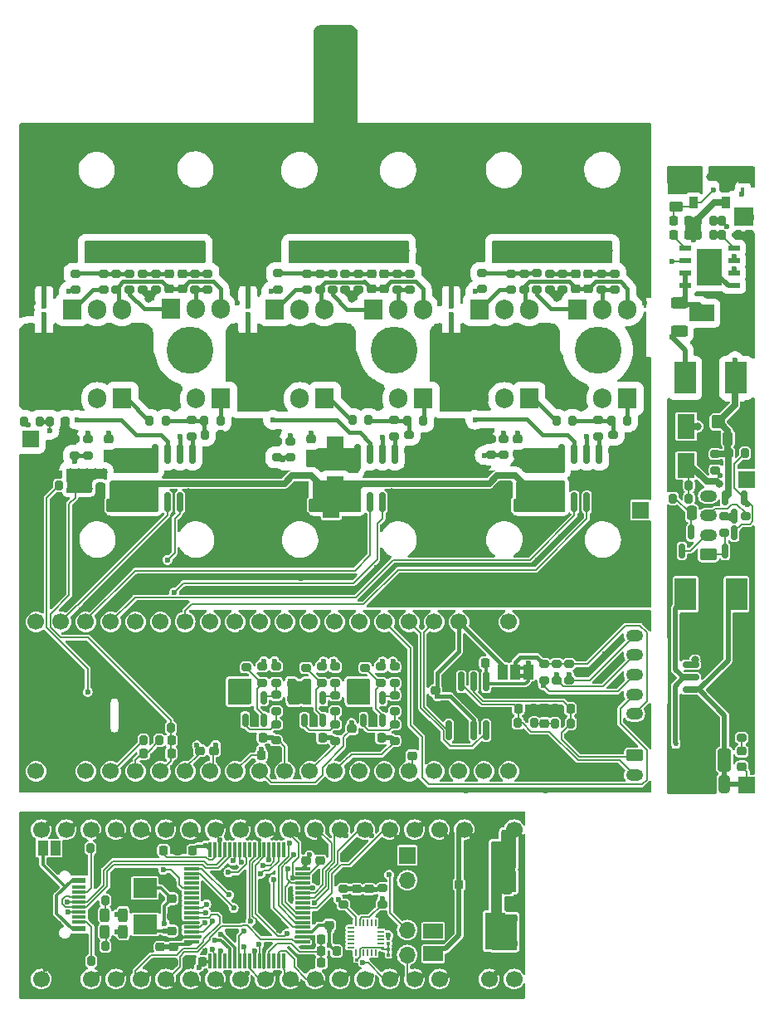
<source format=gbr>
%TF.GenerationSoftware,KiCad,Pcbnew,7.0.10*%
%TF.CreationDate,2024-07-31T12:40:02+02:00*%
%TF.ProjectId,foc,666f632e-6b69-4636-9164-5f7063625858,rev?*%
%TF.SameCoordinates,PXc0145d0PY6b671e0*%
%TF.FileFunction,Copper,L1,Top*%
%TF.FilePolarity,Positive*%
%FSLAX46Y46*%
G04 Gerber Fmt 4.6, Leading zero omitted, Abs format (unit mm)*
G04 Created by KiCad (PCBNEW 7.0.10) date 2024-07-31 12:40:02*
%MOMM*%
%LPD*%
G01*
G04 APERTURE LIST*
G04 Aperture macros list*
%AMRoundRect*
0 Rectangle with rounded corners*
0 $1 Rounding radius*
0 $2 $3 $4 $5 $6 $7 $8 $9 X,Y pos of 4 corners*
0 Add a 4 corners polygon primitive as box body*
4,1,4,$2,$3,$4,$5,$6,$7,$8,$9,$2,$3,0*
0 Add four circle primitives for the rounded corners*
1,1,$1+$1,$2,$3*
1,1,$1+$1,$4,$5*
1,1,$1+$1,$6,$7*
1,1,$1+$1,$8,$9*
0 Add four rect primitives between the rounded corners*
20,1,$1+$1,$2,$3,$4,$5,0*
20,1,$1+$1,$4,$5,$6,$7,0*
20,1,$1+$1,$6,$7,$8,$9,0*
20,1,$1+$1,$8,$9,$2,$3,0*%
G04 Aperture macros list end*
%TA.AperFunction,SMDPad,CuDef*%
%ADD10RoundRect,0.200000X0.275000X-0.200000X0.275000X0.200000X-0.275000X0.200000X-0.275000X-0.200000X0*%
%TD*%
%TA.AperFunction,SMDPad,CuDef*%
%ADD11RoundRect,0.225000X0.250000X-0.225000X0.250000X0.225000X-0.250000X0.225000X-0.250000X-0.225000X0*%
%TD*%
%TA.AperFunction,SMDPad,CuDef*%
%ADD12R,1.800000X2.500000*%
%TD*%
%TA.AperFunction,SMDPad,CuDef*%
%ADD13RoundRect,0.225000X-0.250000X0.225000X-0.250000X-0.225000X0.250000X-0.225000X0.250000X0.225000X0*%
%TD*%
%TA.AperFunction,SMDPad,CuDef*%
%ADD14RoundRect,0.225000X0.225000X0.250000X-0.225000X0.250000X-0.225000X-0.250000X0.225000X-0.250000X0*%
%TD*%
%TA.AperFunction,ComponentPad*%
%ADD15R,1.700000X1.700000*%
%TD*%
%TA.AperFunction,SMDPad,CuDef*%
%ADD16RoundRect,0.250000X1.425000X-0.362500X1.425000X0.362500X-1.425000X0.362500X-1.425000X-0.362500X0*%
%TD*%
%TA.AperFunction,SMDPad,CuDef*%
%ADD17RoundRect,0.250000X0.450000X0.425000X-0.450000X0.425000X-0.450000X-0.425000X0.450000X-0.425000X0*%
%TD*%
%TA.AperFunction,SMDPad,CuDef*%
%ADD18C,0.500000*%
%TD*%
%TA.AperFunction,SMDPad,CuDef*%
%ADD19RoundRect,0.225000X-0.225000X-0.250000X0.225000X-0.250000X0.225000X0.250000X-0.225000X0.250000X0*%
%TD*%
%TA.AperFunction,SMDPad,CuDef*%
%ADD20RoundRect,0.250000X1.100000X-0.325000X1.100000X0.325000X-1.100000X0.325000X-1.100000X-0.325000X0*%
%TD*%
%TA.AperFunction,SMDPad,CuDef*%
%ADD21R,2.000000X1.500000*%
%TD*%
%TA.AperFunction,SMDPad,CuDef*%
%ADD22R,2.000000X3.800000*%
%TD*%
%TA.AperFunction,SMDPad,CuDef*%
%ADD23RoundRect,0.200000X-0.200000X-0.275000X0.200000X-0.275000X0.200000X0.275000X-0.200000X0.275000X0*%
%TD*%
%TA.AperFunction,SMDPad,CuDef*%
%ADD24RoundRect,0.200000X-0.275000X0.200000X-0.275000X-0.200000X0.275000X-0.200000X0.275000X0.200000X0*%
%TD*%
%TA.AperFunction,SMDPad,CuDef*%
%ADD25R,1.000000X1.500000*%
%TD*%
%TA.AperFunction,ComponentPad*%
%ADD26RoundRect,0.250000X-0.625000X0.350000X-0.625000X-0.350000X0.625000X-0.350000X0.625000X0.350000X0*%
%TD*%
%TA.AperFunction,ComponentPad*%
%ADD27O,1.750000X1.200000*%
%TD*%
%TA.AperFunction,ComponentPad*%
%ADD28C,1.700000*%
%TD*%
%TA.AperFunction,SMDPad,CuDef*%
%ADD29RoundRect,0.150000X0.150000X-0.825000X0.150000X0.825000X-0.150000X0.825000X-0.150000X-0.825000X0*%
%TD*%
%TA.AperFunction,SMDPad,CuDef*%
%ADD30RoundRect,0.200000X0.200000X0.275000X-0.200000X0.275000X-0.200000X-0.275000X0.200000X-0.275000X0*%
%TD*%
%TA.AperFunction,SMDPad,CuDef*%
%ADD31RoundRect,0.150000X-0.675000X-0.150000X0.675000X-0.150000X0.675000X0.150000X-0.675000X0.150000X0*%
%TD*%
%TA.AperFunction,SMDPad,CuDef*%
%ADD32RoundRect,0.075000X-0.125000X-0.075000X0.125000X-0.075000X0.125000X0.075000X-0.125000X0.075000X0*%
%TD*%
%TA.AperFunction,SMDPad,CuDef*%
%ADD33R,1.450000X0.600000*%
%TD*%
%TA.AperFunction,SMDPad,CuDef*%
%ADD34R,1.450000X0.300000*%
%TD*%
%TA.AperFunction,ComponentPad*%
%ADD35O,2.100000X1.050000*%
%TD*%
%TA.AperFunction,SMDPad,CuDef*%
%ADD36RoundRect,0.250000X0.450000X-0.262500X0.450000X0.262500X-0.450000X0.262500X-0.450000X-0.262500X0*%
%TD*%
%TA.AperFunction,SMDPad,CuDef*%
%ADD37RoundRect,0.150000X-0.150000X0.587500X-0.150000X-0.587500X0.150000X-0.587500X0.150000X0.587500X0*%
%TD*%
%TA.AperFunction,SMDPad,CuDef*%
%ADD38RoundRect,0.250000X0.325000X0.650000X-0.325000X0.650000X-0.325000X-0.650000X0.325000X-0.650000X0*%
%TD*%
%TA.AperFunction,SMDPad,CuDef*%
%ADD39RoundRect,0.150000X0.150000X-0.512500X0.150000X0.512500X-0.150000X0.512500X-0.150000X-0.512500X0*%
%TD*%
%TA.AperFunction,SMDPad,CuDef*%
%ADD40RoundRect,0.250000X-0.250000X-0.475000X0.250000X-0.475000X0.250000X0.475000X-0.250000X0.475000X0*%
%TD*%
%TA.AperFunction,SMDPad,CuDef*%
%ADD41RoundRect,0.250000X-0.450000X-0.425000X0.450000X-0.425000X0.450000X0.425000X-0.450000X0.425000X0*%
%TD*%
%TA.AperFunction,SMDPad,CuDef*%
%ADD42R,2.400000X2.000000*%
%TD*%
%TA.AperFunction,SMDPad,CuDef*%
%ADD43RoundRect,0.027500X-0.292500X-0.082500X0.292500X-0.082500X0.292500X0.082500X-0.292500X0.082500X0*%
%TD*%
%TA.AperFunction,SMDPad,CuDef*%
%ADD44RoundRect,0.027500X-0.082500X-0.292500X0.082500X-0.292500X0.082500X0.292500X-0.082500X0.292500X0*%
%TD*%
%TA.AperFunction,SMDPad,CuDef*%
%ADD45R,0.450000X0.600000*%
%TD*%
%TA.AperFunction,SMDPad,CuDef*%
%ADD46R,0.900000X1.200000*%
%TD*%
%TA.AperFunction,SMDPad,CuDef*%
%ADD47RoundRect,0.075000X0.075000X-0.700000X0.075000X0.700000X-0.075000X0.700000X-0.075000X-0.700000X0*%
%TD*%
%TA.AperFunction,SMDPad,CuDef*%
%ADD48RoundRect,0.075000X0.700000X-0.075000X0.700000X0.075000X-0.700000X0.075000X-0.700000X-0.075000X0*%
%TD*%
%TA.AperFunction,SMDPad,CuDef*%
%ADD49RoundRect,0.150000X0.150000X-0.587500X0.150000X0.587500X-0.150000X0.587500X-0.150000X-0.587500X0*%
%TD*%
%TA.AperFunction,SMDPad,CuDef*%
%ADD50R,2.200000X3.300000*%
%TD*%
%TA.AperFunction,SMDPad,CuDef*%
%ADD51RoundRect,0.243750X-0.243750X-0.456250X0.243750X-0.456250X0.243750X0.456250X-0.243750X0.456250X0*%
%TD*%
%TA.AperFunction,SMDPad,CuDef*%
%ADD52RoundRect,0.218750X-0.256250X0.218750X-0.256250X-0.218750X0.256250X-0.218750X0.256250X0.218750X0*%
%TD*%
%TA.AperFunction,SMDPad,CuDef*%
%ADD53RoundRect,0.250000X0.250000X0.475000X-0.250000X0.475000X-0.250000X-0.475000X0.250000X-0.475000X0*%
%TD*%
%TA.AperFunction,SMDPad,CuDef*%
%ADD54R,1.200000X0.500000*%
%TD*%
%TA.AperFunction,SMDPad,CuDef*%
%ADD55R,2.540000X3.810000*%
%TD*%
%TA.AperFunction,SMDPad,CuDef*%
%ADD56RoundRect,0.250000X0.412500X0.925000X-0.412500X0.925000X-0.412500X-0.925000X0.412500X-0.925000X0*%
%TD*%
%TA.AperFunction,SMDPad,CuDef*%
%ADD57RoundRect,0.075000X-0.075000X0.125000X-0.075000X-0.125000X0.075000X-0.125000X0.075000X0.125000X0*%
%TD*%
%TA.AperFunction,SMDPad,CuDef*%
%ADD58RoundRect,0.250000X0.625000X-0.312500X0.625000X0.312500X-0.625000X0.312500X-0.625000X-0.312500X0*%
%TD*%
%TA.AperFunction,SMDPad,CuDef*%
%ADD59RoundRect,0.218750X0.218750X0.256250X-0.218750X0.256250X-0.218750X-0.256250X0.218750X-0.256250X0*%
%TD*%
%TA.AperFunction,SMDPad,CuDef*%
%ADD60RoundRect,0.250000X0.325000X1.100000X-0.325000X1.100000X-0.325000X-1.100000X0.325000X-1.100000X0*%
%TD*%
%TA.AperFunction,SMDPad,CuDef*%
%ADD61R,2.500000X1.800000*%
%TD*%
%TA.AperFunction,ComponentPad*%
%ADD62R,1.905000X2.000000*%
%TD*%
%TA.AperFunction,ComponentPad*%
%ADD63O,1.905000X2.000000*%
%TD*%
%TA.AperFunction,ComponentPad*%
%ADD64O,1.700000X1.700000*%
%TD*%
%TA.AperFunction,ComponentPad*%
%ADD65C,4.800000*%
%TD*%
%TA.AperFunction,ComponentPad*%
%ADD66RoundRect,0.250000X0.625000X-0.350000X0.625000X0.350000X-0.625000X0.350000X-0.625000X-0.350000X0*%
%TD*%
%TA.AperFunction,ViaPad*%
%ADD67C,0.600000*%
%TD*%
%TA.AperFunction,ViaPad*%
%ADD68C,0.800000*%
%TD*%
%TA.AperFunction,Conductor*%
%ADD69C,0.177800*%
%TD*%
%TA.AperFunction,Conductor*%
%ADD70C,0.406400*%
%TD*%
%TA.AperFunction,Conductor*%
%ADD71C,0.508000*%
%TD*%
%TA.AperFunction,Conductor*%
%ADD72C,0.304800*%
%TD*%
%TA.AperFunction,Conductor*%
%ADD73C,0.635000*%
%TD*%
%TA.AperFunction,Conductor*%
%ADD74C,0.200000*%
%TD*%
G04 APERTURE END LIST*
%TA.AperFunction,EtchedComponent*%
%TO.C,NT2*%
G36*
X-74051836Y34300711D02*
G01*
X-74551836Y34300711D01*
X-74551836Y35300711D01*
X-74051836Y35300711D01*
X-74051836Y34300711D01*
G37*
%TD.AperFunction*%
%TA.AperFunction,EtchedComponent*%
%TO.C,SW1*%
G36*
X-25300000Y-5100000D02*
G01*
X-25800000Y-5100000D01*
X-25800000Y-4700000D01*
X-25300000Y-4700000D01*
X-25300000Y-5100000D01*
G37*
%TD.AperFunction*%
%TA.AperFunction,EtchedComponent*%
G36*
X-25300000Y-4300000D02*
G01*
X-25800000Y-4300000D01*
X-25800000Y-3900000D01*
X-25300000Y-3900000D01*
X-25300000Y-4300000D01*
G37*
%TD.AperFunction*%
%TA.AperFunction,EtchedComponent*%
%TO.C,NT3*%
G36*
X-53260000Y29375753D02*
G01*
X-53760000Y29375753D01*
X-53760000Y30375753D01*
X-53260000Y30375753D01*
X-53260000Y29375753D01*
G37*
%TD.AperFunction*%
%TA.AperFunction,EtchedComponent*%
%TO.C,NT1*%
G36*
X-74051836Y29375711D02*
G01*
X-74551836Y29375711D01*
X-74551836Y30375711D01*
X-74051836Y30375711D01*
X-74051836Y29375711D01*
G37*
%TD.AperFunction*%
%TA.AperFunction,EtchedComponent*%
%TO.C,NT5*%
G36*
X-32501836Y29375753D02*
G01*
X-33001836Y29375753D01*
X-33001836Y30375753D01*
X-32501836Y30375753D01*
X-32501836Y29375753D01*
G37*
%TD.AperFunction*%
%TA.AperFunction,EtchedComponent*%
%TO.C,NT6*%
G36*
X-32501836Y34300753D02*
G01*
X-33001836Y34300753D01*
X-33001836Y35300753D01*
X-32501836Y35300753D01*
X-32501836Y34300753D01*
G37*
%TD.AperFunction*%
%TA.AperFunction,EtchedComponent*%
%TO.C,NT4*%
G36*
X-53260000Y34300753D02*
G01*
X-53760000Y34300753D01*
X-53760000Y35300753D01*
X-53260000Y35300753D01*
X-53260000Y34300753D01*
G37*
%TD.AperFunction*%
%TD*%
D10*
%TO.P,R18,1*%
%TO.N,/driver/SENS_3*%
X-27400000Y17625000D03*
%TO.P,R18,2*%
%TO.N,/driver/HS3*%
X-27400000Y19275000D03*
%TD*%
D11*
%TO.P,C71,1*%
%TO.N,/mcu/PH0*%
X-61286429Y-27635000D03*
%TO.P,C71,2*%
%TO.N,GND*%
X-61286429Y-26085000D03*
%TD*%
D12*
%TO.P,D2,1,K*%
%TO.N,Net-(C14-Pad1)*%
X-65302500Y17069958D03*
%TO.P,D2,2,A*%
%TO.N,+12V*%
X-65302500Y13069958D03*
%TD*%
D13*
%TO.P,C53,1*%
%TO.N,VCC*%
X-42935000Y-7230000D03*
%TO.P,C53,2*%
%TO.N,GND*%
X-42935000Y-8780000D03*
%TD*%
D14*
%TO.P,C25,1*%
%TO.N,+12V*%
X-25535000Y14320000D03*
%TO.P,C25,2*%
%TO.N,GND*%
X-27085000Y14320000D03*
%TD*%
D15*
%TO.P,P6,1,Pin_1*%
%TO.N,V_IN*%
X-9900000Y46220000D03*
%TD*%
D16*
%TO.P,R80,1*%
%TO.N,Net-(NT5-Pad2)*%
X-32751836Y29463879D03*
%TO.P,R80,2*%
%TO.N,GND*%
X-32751836Y35388879D03*
%TD*%
D17*
%TO.P,C9,1*%
%TO.N,+12V*%
X-67260000Y12520000D03*
%TO.P,C9,2*%
%TO.N,GND*%
X-69960000Y12520000D03*
%TD*%
D10*
%TO.P,R6,1*%
%TO.N,/mcu/PB2*%
X-43736429Y-28260000D03*
%TO.P,R6,2*%
%TO.N,VCC*%
X-43736429Y-26610000D03*
%TD*%
D18*
%TO.P,NT2,1,1*%
%TO.N,Net-(NT2-Pad1)*%
X-74301836Y34300711D03*
%TO.P,NT2,2,2*%
%TO.N,GND*%
X-74301836Y35300711D03*
%TD*%
D19*
%TO.P,C68,1*%
%TO.N,/mcu/3.3VA*%
X-46011429Y-31760000D03*
%TO.P,C68,2*%
%TO.N,GND*%
X-44461429Y-31760000D03*
%TD*%
D11*
%TO.P,C60,1*%
%TO.N,/driver/HS3*%
X-20060000Y34545000D03*
%TO.P,C60,2*%
%TO.N,Net-(C60-Pad2)*%
X-20060000Y36095000D03*
%TD*%
D20*
%TO.P,C46,1*%
%TO.N,V_IN*%
X-48020000Y37805000D03*
%TO.P,C46,2*%
%TO.N,GND*%
X-48020000Y40755000D03*
%TD*%
D11*
%TO.P,C1,1*%
%TO.N,Net-(C1-Pad1)*%
X-23222151Y-9765420D03*
%TO.P,C1,2*%
%TO.N,GND*%
X-23222151Y-8215420D03*
%TD*%
D21*
%TO.P,U3,1,GND*%
%TO.N,GND*%
X-34586429Y-28660000D03*
%TO.P,U3,2,VO*%
%TO.N,VCC*%
X-34586429Y-30960000D03*
D22*
X-28286429Y-30960000D03*
D21*
%TO.P,U3,3,VI*%
%TO.N,+5V*%
X-34586429Y-33260000D03*
%TD*%
D14*
%TO.P,C29,1*%
%TO.N,Net-(C27-Pad1)*%
X-8514999Y40075000D03*
%TO.P,C29,2*%
%TO.N,Net-(C29-Pad2)*%
X-10064999Y40075000D03*
%TD*%
D16*
%TO.P,R62,1*%
%TO.N,Net-(NT3-Pad2)*%
X-53510000Y29463879D03*
%TO.P,R62,2*%
%TO.N,GND*%
X-53510000Y35388879D03*
%TD*%
D11*
%TO.P,C22,1*%
%TO.N,GND*%
X-42930000Y-11875000D03*
%TO.P,C22,2*%
%TO.N,/driver/SENS_3*%
X-42930000Y-10325000D03*
%TD*%
D14*
%TO.P,C45,1*%
%TO.N,GND*%
X-59765000Y-11500000D03*
%TO.P,C45,2*%
%TO.N,/mcu/ADC_TEMP*%
X-61315000Y-11500000D03*
%TD*%
D23*
%TO.P,R28,1*%
%TO.N,/driver/SENS_SUPPLY*%
X-73735000Y21050000D03*
%TO.P,R28,2*%
%TO.N,GND*%
X-72085000Y21050000D03*
%TD*%
D24*
%TO.P,R65,1*%
%TO.N,Net-(C50-Pad2)*%
X-36947500Y36145000D03*
%TO.P,R65,2*%
%TO.N,V_IN*%
X-36947500Y34495000D03*
%TD*%
D15*
%TO.P,P8,1,Pin_1*%
%TO.N,GND*%
X-9900000Y-16050000D03*
%TD*%
D24*
%TO.P,R69,1*%
%TO.N,Net-(R69-Pad1)*%
X-29620000Y36205000D03*
%TO.P,R69,2*%
%TO.N,/driver/HO3*%
X-29620000Y34555000D03*
%TD*%
D25*
%TO.P,SW1,1,A*%
%TO.N,VCC*%
X-24900000Y-4500000D03*
%TO.P,SW1,2,B*%
%TO.N,Net-(J2-Pad6)*%
X-26200000Y-4500000D03*
%TO.P,SW1,3,C*%
%TO.N,+5V*%
X-27500000Y-4500000D03*
%TD*%
D10*
%TO.P,R9,1*%
%TO.N,Net-(J4-Pad1)*%
X-4889999Y9725000D03*
%TO.P,R9,2*%
%TO.N,Net-(D1-Pad2)*%
X-4889999Y11375000D03*
%TD*%
D24*
%TO.P,R51,1*%
%TO.N,Net-(R51-Pad1)*%
X-50480000Y36170000D03*
%TO.P,R51,2*%
%TO.N,/driver/HO2*%
X-50480000Y34520000D03*
%TD*%
D26*
%TO.P,J1,1,Pin_1*%
%TO.N,Net-(C3-Pad1)*%
X-14060000Y-13020000D03*
D27*
%TO.P,J1,2,Pin_2*%
%TO.N,Net-(C2-Pad1)*%
X-14060000Y-15020000D03*
%TD*%
D13*
%TO.P,C69,1*%
%TO.N,VCC*%
X-62436429Y-32585000D03*
%TO.P,C69,2*%
%TO.N,GND*%
X-62436429Y-34135000D03*
%TD*%
D24*
%TO.P,R55,1*%
%TO.N,Net-(NT4-Pad1)*%
X-45985000Y-3980000D03*
%TO.P,R55,2*%
%TO.N,Net-(R53-Pad1)*%
X-45985000Y-5630000D03*
%TD*%
D10*
%TO.P,R16,1*%
%TO.N,/driver/SENS_2*%
X-49150000Y17375000D03*
%TO.P,R16,2*%
%TO.N,/driver/HS2*%
X-49150000Y19025000D03*
%TD*%
D20*
%TO.P,C57,1*%
%TO.N,V_IN*%
X-20850000Y37785000D03*
%TO.P,C57,2*%
%TO.N,GND*%
X-20850000Y40735000D03*
%TD*%
D19*
%TO.P,C70,1*%
%TO.N,/mcu/3.3VA*%
X-46011429Y-34200000D03*
%TO.P,C70,2*%
%TO.N,GND*%
X-44461429Y-34200000D03*
%TD*%
D20*
%TO.P,C37,1*%
%TO.N,V_IN*%
X-65600000Y37800000D03*
%TO.P,C37,2*%
%TO.N,GND*%
X-65600000Y40750000D03*
%TD*%
D11*
%TO.P,C43,1*%
%TO.N,GND*%
X-48985000Y-8780000D03*
%TO.P,C43,2*%
%TO.N,VCC*%
X-48985000Y-7230000D03*
%TD*%
D28*
%TO.P,,9,PA3*%
%TO.N,/mcu/CURRENT_2*%
X-46667500Y-35840000D03*
%TD*%
D23*
%TO.P,R13,1*%
%TO.N,GND*%
X-10139999Y14550000D03*
%TO.P,R13,2*%
%TO.N,Net-(D1-Pad2)*%
X-8489999Y14550000D03*
%TD*%
D29*
%TO.P,U7,1,VCC*%
%TO.N,+12V*%
X-21452500Y12795000D03*
%TO.P,U7,2,HIN*%
%TO.N,/driver/H3*%
X-20182500Y12795000D03*
%TO.P,U7,3,LIN*%
%TO.N,/driver/L3*%
X-18912500Y12795000D03*
%TO.P,U7,4,COM*%
%TO.N,GND*%
X-17642500Y12795000D03*
%TO.P,U7,5,LO*%
%TO.N,/driver/LO3*%
X-17642500Y17745000D03*
%TO.P,U7,6,VS*%
%TO.N,/driver/HS3*%
X-18912500Y17745000D03*
%TO.P,U7,7,HO*%
%TO.N,/driver/HO3*%
X-20182500Y17745000D03*
%TO.P,U7,8,VB*%
%TO.N,Net-(C28-Pad1)*%
X-21452500Y17745000D03*
%TD*%
D30*
%TO.P,R8,1*%
%TO.N,Net-(Q1-Pad1)*%
X-2764999Y17800000D03*
%TO.P,R8,2*%
%TO.N,+12V*%
X-4414999Y17800000D03*
%TD*%
D17*
%TO.P,C24,1*%
%TO.N,+12V*%
X-25760000Y12520000D03*
%TO.P,C24,2*%
%TO.N,GND*%
X-28460000Y12520000D03*
%TD*%
D26*
%TO.P,J2,1,Pin_1*%
%TO.N,GND*%
X-14050000Y1220000D03*
D27*
%TO.P,J2,2,Pin_2*%
%TO.N,/mcu/HALL_3*%
X-14050000Y-780000D03*
%TO.P,J2,3,Pin_3*%
%TO.N,/mcu/HALL_2*%
X-14050000Y-2780000D03*
%TO.P,J2,4,Pin_4*%
%TO.N,/mcu/HALL_1*%
X-14050000Y-4780000D03*
%TO.P,J2,5,Pin_5*%
%TO.N,/mcu/TEMP_MOTOR*%
X-14050000Y-6780000D03*
%TO.P,J2,6,Pin_6*%
%TO.N,Net-(J2-Pad6)*%
X-14050000Y-8780000D03*
%TD*%
D31*
%TO.P,U5,1,Vin*%
%TO.N,Net-(D1-Pad1)*%
X-8314999Y-3795000D03*
%TO.P,U5,2,Vout*%
%TO.N,Net-(CYA0650-68UH1-Pad1)*%
X-8314999Y-5065000D03*
%TO.P,U5,3,FB*%
%TO.N,+5V*%
X-8314999Y-6335000D03*
%TO.P,U5,4,O/O*%
%TO.N,GND*%
X-8314999Y-7605000D03*
%TO.P,U5,5,GND*%
X-3064999Y-7605000D03*
%TO.P,U5,6,GND*%
X-3064999Y-6335000D03*
%TO.P,U5,7,GND*%
X-3064999Y-5065000D03*
%TO.P,U5,8,GND*%
X-3064999Y-3795000D03*
%TD*%
D14*
%TO.P,C11,1*%
%TO.N,+12V*%
X-67035000Y14320000D03*
%TO.P,C11,2*%
%TO.N,GND*%
X-68585000Y14320000D03*
%TD*%
D18*
%TO.P,NT3,1,1*%
%TO.N,Net-(NT3-Pad1)*%
X-53510000Y30375753D03*
%TO.P,NT3,2,2*%
%TO.N,Net-(NT3-Pad2)*%
X-53510000Y29375753D03*
%TD*%
D28*
%TO.P,,20,5V*%
%TO.N,+5V*%
X-74607500Y-35840000D03*
%TD*%
D32*
%TO.P, R4k,1*%
%TO.N,VDDIO*%
X-39140000Y-33400000D03*
%TO.P, R4k,2*%
%TO.N,GND*%
X-38640000Y-33400000D03*
%TD*%
D23*
%TO.P,R24,1*%
%TO.N,Net-(C27-Pad1)*%
X-7614999Y40075000D03*
%TO.P,R24,2*%
%TO.N,Net-(R23-Pad2)*%
X-5964999Y40075000D03*
%TD*%
D24*
%TO.P,R3,1*%
%TO.N,Net-(J2-Pad6)*%
X-20700002Y-3700002D03*
%TO.P,R3,2*%
%TO.N,/mcu/HALL_3*%
X-20700002Y-5350002D03*
%TD*%
%TO.P,R30,1*%
%TO.N,Net-(R30-Pad1)*%
X-50635000Y-6855000D03*
%TO.P,R30,2*%
%TO.N,Net-(R29-Pad1)*%
X-50635000Y-8505000D03*
%TD*%
D29*
%TO.P,U6,1,VCC*%
%TO.N,+12V*%
X-42295000Y12795000D03*
%TO.P,U6,2,HIN*%
%TO.N,/driver/H2*%
X-41025000Y12795000D03*
%TO.P,U6,3,LIN*%
%TO.N,/driver/L2*%
X-39755000Y12795000D03*
%TO.P,U6,4,COM*%
%TO.N,GND*%
X-38485000Y12795000D03*
%TO.P,U6,5,LO*%
%TO.N,/driver/LO2*%
X-38485000Y17745000D03*
%TO.P,U6,6,VS*%
%TO.N,/driver/HS2*%
X-39755000Y17745000D03*
%TO.P,U6,7,HO*%
%TO.N,/driver/HO2*%
X-41025000Y17745000D03*
%TO.P,U6,8,VB*%
%TO.N,Net-(C20-Pad1)*%
X-42295000Y17745000D03*
%TD*%
D10*
%TO.P,R36,1*%
%TO.N,Net-(Q4-Pad1)*%
X-68260000Y34495000D03*
%TO.P,R36,2*%
%TO.N,Net-(R31-Pad1)*%
X-68260000Y36145000D03*
%TD*%
D20*
%TO.P,C49,1*%
%TO.N,V_IN*%
X-38420000Y37805000D03*
%TO.P,C49,2*%
%TO.N,GND*%
X-38420000Y40755000D03*
%TD*%
D28*
%TO.P,,12,PA6*%
%TO.N,/driver/SENS_2*%
X-54287500Y-35840000D03*
%TD*%
D30*
%TO.P,R78,1*%
%TO.N,Net-(Q15-Pad1)*%
X-14785000Y21120000D03*
%TO.P,R78,2*%
%TO.N,Net-(R70-Pad1)*%
X-16435000Y21120000D03*
%TD*%
D33*
%TO.P,J6,A1B12,GND*%
%TO.N,GND*%
X-70747835Y-24989999D03*
%TO.P,J6,A4B9,VBUS*%
%TO.N,Net-(J6-PadA4B9)*%
X-70747835Y-25789999D03*
D34*
%TO.P,J6,A5,CC1*%
%TO.N,Net-(J6-PadA5)*%
X-70747835Y-26989999D03*
%TO.P,J6,A6,DP1*%
%TO.N,/mcu/USB_D+*%
X-70747835Y-27989999D03*
%TO.P,J6,A7,DN1*%
%TO.N,/mcu/USB_D-*%
X-70747835Y-28489999D03*
%TO.P,J6,A8,SBU1*%
%TO.N,unconnected-(J6-PadA8)*%
X-70747835Y-29489999D03*
D33*
%TO.P,J6,B1A12,GND*%
%TO.N,GND*%
X-70747835Y-31489999D03*
%TO.P,J6,B4A9,VBUS*%
%TO.N,Net-(J6-PadA4B9)*%
X-70747835Y-30689999D03*
D34*
%TO.P,J6,B5,CC2*%
%TO.N,Net-(J6-PadB5)*%
X-70747835Y-29989999D03*
%TO.P,J6,B6,DP2*%
%TO.N,/mcu/USB_D+*%
X-70747835Y-28989999D03*
%TO.P,J6,B7,DN2*%
%TO.N,/mcu/USB_D-*%
X-70747835Y-27489999D03*
%TO.P,J6,B8,SBU2*%
%TO.N,unconnected-(J6-PadB8)*%
X-70747835Y-26489999D03*
D35*
%TO.P,J6,S1,SHIELD*%
%TO.N,GND*%
X-71662835Y-23919999D03*
%TO.P,J6,S2,SHIELD*%
X-71662835Y-32559999D03*
%TO.P,J6,S3,SHIELD*%
X-75842835Y-23919999D03*
%TO.P,J6,S4,SHIELD*%
X-75842835Y-32559999D03*
%TD*%
D24*
%TO.P,R43,1*%
%TO.N,Net-(C40-Pad2)*%
X-58910000Y36145000D03*
%TO.P,R43,2*%
%TO.N,V_IN*%
X-58910000Y34495000D03*
%TD*%
D36*
%TO.P,R20,1*%
%TO.N,Net-(C27-Pad2)*%
X-9789999Y42987500D03*
%TO.P,R20,2*%
%TO.N,V_IN*%
X-9789999Y44812500D03*
%TD*%
D37*
%TO.P,Q1,1,G*%
%TO.N,Net-(Q1-Pad1)*%
X-2889999Y13287500D03*
%TO.P,Q1,2,S*%
%TO.N,+12V*%
X-4789999Y13287500D03*
%TO.P,Q1,3,D*%
%TO.N,Net-(D1-Pad2)*%
X-3839999Y11412500D03*
%TD*%
D24*
%TO.P,R29,1*%
%TO.N,Net-(R29-Pad1)*%
X-50635000Y-9855000D03*
%TO.P,R29,2*%
%TO.N,/mcu/CURRENT_1*%
X-50635000Y-11505000D03*
%TD*%
D14*
%TO.P,C3,1*%
%TO.N,Net-(C3-Pad1)*%
X-20589578Y-8260422D03*
%TO.P,C3,2*%
%TO.N,GND*%
X-22139578Y-8260422D03*
%TD*%
D28*
%TO.P,,7,PA1*%
%TO.N,/mcu/PC14*%
X-41587500Y-35840000D03*
%TD*%
D11*
%TO.P,C73,1*%
%TO.N,/mcu/PH1*%
X-61286429Y-30935000D03*
%TO.P,C73,2*%
%TO.N,GND*%
X-61286429Y-29385000D03*
%TD*%
D38*
%TO.P,C13,1*%
%TO.N,VCC*%
X-27047858Y-26300000D03*
%TO.P,C13,2*%
%TO.N,GND*%
X-29997858Y-26300000D03*
%TD*%
D13*
%TO.P,C16,1*%
%TO.N,VCC*%
X-26486429Y-32185000D03*
%TO.P,C16,2*%
%TO.N,GND*%
X-26486429Y-33735000D03*
%TD*%
D39*
%TO.P,U10,1*%
%TO.N,Net-(R47-Pad1)*%
X-47735000Y-9442500D03*
%TO.P,U10,2,V-*%
%TO.N,GND*%
X-46785000Y-9442500D03*
%TO.P,U10,3,+*%
%TO.N,Net-(R53-Pad1)*%
X-45835000Y-9442500D03*
%TO.P,U10,4,-*%
%TO.N,Net-(R49-Pad1)*%
X-45835000Y-7167500D03*
%TO.P,U10,5,V+*%
%TO.N,VCC*%
X-47735000Y-7167500D03*
%TD*%
D28*
%TO.P,,8,PA2*%
%TO.N,/mcu/CURRENT_3*%
X-44127500Y-35840000D03*
%TD*%
D40*
%TO.P,C31,1*%
%TO.N,+12V*%
X-4514999Y19300000D03*
%TO.P,C31,2*%
%TO.N,GND*%
X-2614999Y19300000D03*
%TD*%
D20*
%TO.P,C39,1*%
%TO.N,V_IN*%
X-62400000Y37800000D03*
%TO.P,C39,2*%
%TO.N,GND*%
X-62400000Y40750000D03*
%TD*%
D11*
%TO.P,C66,1*%
%TO.N,VCC*%
X-45200000Y-30335000D03*
%TO.P,C66,2*%
%TO.N,GND*%
X-45200000Y-28785000D03*
%TD*%
D10*
%TO.P,R79,1*%
%TO.N,GND*%
X-16260000Y18045000D03*
%TO.P,R79,2*%
%TO.N,Net-(R70-Pad1)*%
X-16260000Y19695000D03*
%TD*%
D30*
%TO.P,R89,1*%
%TO.N,GND*%
X-66423928Y-27800000D03*
%TO.P,R89,2*%
%TO.N,Net-(D10-Pad1)*%
X-68073928Y-27800000D03*
%TD*%
D10*
%TO.P,R57,1*%
%TO.N,Net-(Q10-Pad1)*%
X-44860000Y34495000D03*
%TO.P,R57,2*%
%TO.N,Net-(R51-Pad1)*%
X-44860000Y36145000D03*
%TD*%
D14*
%TO.P,C72,1*%
%TO.N,VCC*%
X-58161429Y-34060000D03*
%TO.P,C72,2*%
%TO.N,GND*%
X-59711429Y-34060000D03*
%TD*%
D41*
%TO.P,C32,1*%
%TO.N,+12V*%
X-5514999Y21000000D03*
%TO.P,C32,2*%
%TO.N,GND*%
X-2814999Y21000000D03*
%TD*%
D10*
%TO.P,R15,1*%
%TO.N,/driver/SENS_1*%
X-71180000Y17575000D03*
%TO.P,R15,2*%
%TO.N,GND*%
X-71180000Y19225000D03*
%TD*%
D28*
%TO.P,,13,PA7*%
%TO.N,/driver/SENS_1*%
X-56827500Y-35840000D03*
%TD*%
D20*
%TO.P,C47,1*%
%TO.N,V_IN*%
X-44820000Y37805000D03*
%TO.P,C47,2*%
%TO.N,GND*%
X-44820000Y40755000D03*
%TD*%
D10*
%TO.P,R37,1*%
%TO.N,Net-(Q6-Pad1)*%
X-65560000Y34495000D03*
%TO.P,R37,2*%
%TO.N,Net-(R31-Pad1)*%
X-65560000Y36145000D03*
%TD*%
D42*
%TO.P,Y1,1,1*%
%TO.N,/mcu/PH0*%
X-64000000Y-26550000D03*
%TO.P,Y1,2,2*%
%TO.N,/mcu/PH1*%
X-64000000Y-30250000D03*
%TD*%
D11*
%TO.P,C5,1*%
%TO.N,GND*%
X-42436427Y-28210000D03*
%TO.P,C5,2*%
%TO.N,VCC*%
X-42436427Y-26660000D03*
%TD*%
D15*
%TO.P,P9,1,Pin_1*%
%TO.N,GND*%
X-13450000Y19300000D03*
%TD*%
D28*
%TO.P,,18,3V3*%
%TO.N,VCC*%
X-69527500Y-35840000D03*
%TD*%
D43*
%TO.P,U2,1,SDO*%
%TO.N,x*%
X-43024178Y-30620000D03*
%TO.P,U2,2,ASDX*%
%TO.N,unconnected-(U2-Pad2)*%
X-43024178Y-31020000D03*
%TO.P,U2,3,ASCX*%
%TO.N,unconnected-(U2-Pad3)*%
X-43024178Y-31420000D03*
%TO.P,U2,4,INT1*%
%TO.N,unconnected-(U2-Pad4)*%
X-43024178Y-31820000D03*
%TO.P,U2,5,VDDIO*%
%TO.N,x*%
X-43024178Y-32220000D03*
%TO.P,U2,6,GNDIO*%
X-43024178Y-32620000D03*
D44*
%TO.P,U2,7,GND*%
X-42479178Y-33165000D03*
%TO.P,U2,8,VDD*%
%TO.N,VDDIO*%
X-42079178Y-33165000D03*
%TO.P,U2,9,INT2*%
%TO.N,unconnected-(U2-Pad9)*%
X-41679178Y-33165000D03*
%TO.P,U2,10,OCSB*%
%TO.N,unconnected-(U2-Pad10)*%
X-41279178Y-33165000D03*
%TO.P,U2,11,OSDO*%
%TO.N,unconnected-(U2-Pad11)*%
X-40879178Y-33165000D03*
%TO.P,U2,12,CSB*%
%TO.N,x*%
X-40479178Y-33165000D03*
D43*
%TO.P,U2,13,SCX*%
%TO.N,VDDIO*%
X-39934178Y-32620000D03*
%TO.P,U2,14,SDX*%
%TO.N,x*%
X-39934178Y-32220000D03*
%TO.P,U2,15*%
%TO.N,N/C*%
X-39934178Y-31820000D03*
%TO.P,U2,16*%
X-39934178Y-31420000D03*
%TO.P,U2,17*%
X-39934178Y-31020000D03*
%TO.P,U2,18*%
%TO.N,GND*%
X-39934178Y-30620000D03*
D44*
%TO.P,U2,19*%
%TO.N,N/C*%
X-40479178Y-30075000D03*
%TO.P,U2,20*%
X-40879178Y-30075000D03*
%TO.P,U2,21*%
X-41279178Y-30075000D03*
%TO.P,U2,22*%
X-41679178Y-30075000D03*
%TO.P,U2,23*%
%TO.N,/mcu/PA15*%
X-42079178Y-30075000D03*
%TO.P,U2,24*%
%TO.N,/mcu/PB2*%
X-42479178Y-30075000D03*
%TD*%
D39*
%TO.P,U11,1*%
%TO.N,Net-(R67-Pad1)*%
X-41685000Y-9442500D03*
%TO.P,U11,2,V-*%
%TO.N,GND*%
X-40735000Y-9442500D03*
%TO.P,U11,3,+*%
%TO.N,Net-(R71-Pad1)*%
X-39785000Y-9442500D03*
%TO.P,U11,4,-*%
%TO.N,Net-(R68-Pad1)*%
X-39785000Y-7167500D03*
%TO.P,U11,5,V+*%
%TO.N,VCC*%
X-41685000Y-7167500D03*
%TD*%
D23*
%TO.P,R85,1*%
%TO.N,Net-(J5-Pad1)*%
X-64175000Y-11500000D03*
%TO.P,R85,2*%
%TO.N,/mcu/SERVO*%
X-62525000Y-11500000D03*
%TD*%
D45*
%TO.P,D3,1,K*%
%TO.N,Net-(CYA0650-68UH1-Pad1)*%
X-9839999Y-11800000D03*
%TO.P,D3,2,A*%
%TO.N,GND*%
X-9839999Y-13900000D03*
%TD*%
D11*
%TO.P,C15,1*%
%TO.N,VCC*%
X-26486429Y-29685000D03*
%TO.P,C15,2*%
%TO.N,GND*%
X-26486429Y-28135000D03*
%TD*%
D24*
%TO.P,R84,1*%
%TO.N,Net-(C60-Pad2)*%
X-22690000Y36145000D03*
%TO.P,R84,2*%
%TO.N,GND*%
X-22690000Y34495000D03*
%TD*%
D11*
%TO.P,C50,1*%
%TO.N,/driver/HS2*%
X-39610000Y34545000D03*
%TO.P,C50,2*%
%TO.N,Net-(C50-Pad2)*%
X-39610000Y36095000D03*
%TD*%
%TO.P,C67,1*%
%TO.N,VCC*%
X-47536431Y-23775000D03*
%TO.P,C67,2*%
%TO.N,GND*%
X-47536431Y-22225000D03*
%TD*%
D46*
%TO.P,D6,1,K*%
%TO.N,Net-(C27-Pad2)*%
X-8039999Y43400000D03*
%TO.P,D6,2,A*%
%TO.N,Net-(C27-Pad1)*%
X-4739999Y43400000D03*
%TD*%
D15*
%TO.P,P3,1,Pin_1*%
%TO.N,GND*%
X-2589999Y46200000D03*
%TD*%
%TO.P,P1,1,Pin_1*%
%TO.N,Net-(D1-Pad1)*%
X-2639999Y15150000D03*
%TD*%
D24*
%TO.P,R64,1*%
%TO.N,Net-(C51-Pad2)*%
X-42210000Y36145000D03*
%TO.P,R64,2*%
%TO.N,GND*%
X-42210000Y34495000D03*
%TD*%
%TO.P,R32,1*%
%TO.N,Net-(R32-Pad1)*%
X-59260000Y21195000D03*
%TO.P,R32,2*%
%TO.N,/driver/LO1*%
X-59260000Y19545000D03*
%TD*%
D23*
%TO.P,R21,1*%
%TO.N,Net-(C27-Pad1)*%
X-7639999Y41500000D03*
%TO.P,R21,2*%
%TO.N,Net-(R21-Pad2)*%
X-5989999Y41500000D03*
%TD*%
D11*
%TO.P,C14,1*%
%TO.N,Net-(C14-Pad1)*%
X-67727500Y17695000D03*
%TO.P,C14,2*%
%TO.N,/driver/HS1*%
X-67727500Y19245000D03*
%TD*%
%TO.P,C61,1*%
%TO.N,/mcu/NRST*%
X-36750000Y-13075000D03*
%TO.P,C61,2*%
%TO.N,GND*%
X-36750000Y-11525000D03*
%TD*%
D19*
%TO.P,C54,1*%
%TO.N,GND*%
X-41410000Y-11205000D03*
%TO.P,C54,2*%
%TO.N,/mcu/CURRENT_3*%
X-39860000Y-11205000D03*
%TD*%
D24*
%TO.P,R68,1*%
%TO.N,Net-(R68-Pad1)*%
X-38535000Y-6880000D03*
%TO.P,R68,2*%
%TO.N,Net-(R67-Pad1)*%
X-38535000Y-8530000D03*
%TD*%
%TO.P,R7,1*%
%TO.N,VCC*%
X-39786429Y-26585000D03*
%TO.P,R7,2*%
%TO.N,/mcu/PA15*%
X-39786429Y-28235000D03*
%TD*%
D47*
%TO.P,U14,1,VBAT*%
%TO.N,VCC*%
X-57343627Y-33989997D03*
%TO.P,U14,2,PC13_(RTC_AF1)*%
%TO.N,/mcu/PC13*%
X-56843627Y-33989997D03*
%TO.P,U14,3,PC14-OSC32_IN*%
%TO.N,/mcu/PC14*%
X-56343627Y-33989997D03*
%TO.P,U14,4,PC15-OSC32_OUT*%
%TO.N,unconnected-(U14-Pad4)*%
X-55843627Y-33989997D03*
%TO.P,U14,5,PH0-OSC_IN*%
%TO.N,/mcu/PH1*%
X-55343627Y-33989997D03*
%TO.P,U14,6,PH1-OSC_OUT*%
%TO.N,/mcu/PH0*%
X-54843627Y-33989997D03*
%TO.P,U14,7,NRST*%
%TO.N,/mcu/NRST*%
X-54343627Y-33989997D03*
%TO.P,U14,8,PC0(ADC123_IN10)*%
%TO.N,/driver/SENS_SUPPLY*%
X-53843627Y-33989997D03*
%TO.P,U14,9,PC1(ADC123_IN11)*%
%TO.N,/driver/SENS_3*%
X-53343627Y-33989997D03*
%TO.P,U14,10,PC2(ADC123_IN12)*%
%TO.N,/driver/SENS_2*%
X-52843627Y-33989997D03*
%TO.P,U14,11,PC3(ADC123_IN13)*%
%TO.N,/driver/SENS_1*%
X-52343627Y-33989997D03*
%TO.P,U14,12,VSSA*%
%TO.N,GND*%
X-51843627Y-33989997D03*
%TO.P,U14,13,VDDA*%
%TO.N,/mcu/3.3VA*%
X-51343627Y-33989997D03*
%TO.P,U14,14,PA0(ADC123_IN0/WKUP)*%
%TO.N,/mcu/CURRENT_3*%
X-50843627Y-33989997D03*
%TO.P,U14,15,PA1(ADC123_IN1)*%
%TO.N,/mcu/CURRENT_2*%
X-50343627Y-33989997D03*
%TO.P,U14,16,PA2(ADC123_IN2)*%
%TO.N,/mcu/CURRENT_1*%
X-49843627Y-33989997D03*
D48*
%TO.P,U14,17,PA3(ADC123_IN3)*%
%TO.N,/mcu/ADC_TEMP*%
X-47918627Y-32064997D03*
%TO.P,U14,18,VSS*%
%TO.N,GND*%
X-47918627Y-31564997D03*
%TO.P,U14,19,VDD*%
%TO.N,VCC*%
X-47918627Y-31064997D03*
%TO.P,U14,20,PA4(ADC12_IN4/DAC1_OUT)*%
%TO.N,/mcu/RX_SDA_NSS*%
X-47918627Y-30564997D03*
%TO.P,U14,21,PA5(ADC12_IN5/DAC2_OUT)*%
%TO.N,/mcu/SCK_ADC_EXT*%
X-47918627Y-30064997D03*
%TO.P,U14,22,PA6(ADC12_IN6)*%
%TO.N,/mcu/MISO_ADC_EXT2*%
X-47918627Y-29564997D03*
%TO.P,U14,23,PA7(ADC12_IN7)*%
%TO.N,/mcu/TX_SCL_MOSI*%
X-47918627Y-29064997D03*
%TO.P,U14,24,PC4(ADC12_IN14)*%
%TO.N,/mcu/TEMP_MOTOR*%
X-47918627Y-28564997D03*
%TO.P,U14,25,PC5(ADC12_IN15)*%
%TO.N,unconnected-(U14-Pad25)*%
X-47918627Y-28064997D03*
%TO.P,U14,26,PB0(ADC12_IN8)*%
%TO.N,/mcu/ADC_8*%
X-47918627Y-27564997D03*
%TO.P,U14,27,PB1(ADC12_IN9)*%
%TO.N,/mcu/ADC_9*%
X-47918627Y-27064997D03*
%TO.P,U14,28,PB2-BOOT1*%
%TO.N,/mcu/PB2*%
X-47918627Y-26564997D03*
%TO.P,U14,29,PB10*%
%TO.N,/mcu/TX_SCL_MOSI*%
X-47918627Y-26064997D03*
%TO.P,U14,30,PB11*%
%TO.N,/mcu/RX_SDA_NSS*%
X-47918627Y-25564997D03*
%TO.P,U14,31,VCAP1*%
%TO.N,Net-(C65-Pad1)*%
X-47918627Y-25064997D03*
%TO.P,U14,32,VDD*%
%TO.N,VCC*%
X-47918627Y-24564997D03*
D47*
%TO.P,U14,33,PB12*%
%TO.N,unconnected-(U14-Pad33)*%
X-49843627Y-22639997D03*
%TO.P,U14,34,PB13(OTG_HS_VBUS)*%
%TO.N,/driver/L1*%
X-50343627Y-22639997D03*
%TO.P,U14,35,PB14*%
%TO.N,/driver/L2*%
X-50843627Y-22639997D03*
%TO.P,U14,36,PB15*%
%TO.N,/driver/L3*%
X-51343627Y-22639997D03*
%TO.P,U14,37,PC6*%
%TO.N,/mcu/HALL_3*%
X-51843627Y-22639997D03*
%TO.P,U14,38,PC7*%
%TO.N,GND*%
X-52343627Y-22639997D03*
%TO.P,U14,39,PC8*%
%TO.N,/mcu/HALL_1*%
X-52843627Y-22639997D03*
%TO.P,U14,40,PC9*%
%TO.N,unconnected-(U14-Pad40)*%
X-53343627Y-22639997D03*
%TO.P,U14,41,PA8*%
%TO.N,/driver/H1*%
X-53843627Y-22639997D03*
%TO.P,U14,42,PA9(OTG_FS_VBUS)*%
%TO.N,/driver/H2*%
X-54343627Y-22639997D03*
%TO.P,U14,43,PA10*%
%TO.N,/driver/H3*%
X-54843627Y-22639997D03*
%TO.P,U14,44,PA11*%
%TO.N,/mcu/USB_D-*%
X-55343627Y-22639997D03*
%TO.P,U14,45,PA12*%
%TO.N,/mcu/USB_D+*%
X-55843627Y-22639997D03*
%TO.P,U14,46,PA13(JTMS-SWDIO)*%
%TO.N,Net-(P11-Pad4)*%
X-56343627Y-22639997D03*
%TO.P,U14,47,VCAP2*%
%TO.N,Net-(C64-Pad1)*%
X-56843627Y-22639997D03*
%TO.P,U14,48,VDD*%
%TO.N,VCC*%
X-57343627Y-22639997D03*
D48*
%TO.P,U14,49,PA14(JTCK-SWCLK)*%
%TO.N,Net-(P11-Pad2)*%
X-59268627Y-24564997D03*
%TO.P,U14,50,PA15(JTDI)*%
%TO.N,/mcu/PA15*%
X-59268627Y-25064997D03*
%TO.P,U14,51,PC10*%
%TO.N,unconnected-(U14-Pad51)*%
X-59268627Y-25564997D03*
%TO.P,U14,52,PC11*%
%TO.N,unconnected-(U14-Pad52)*%
X-59268627Y-26064997D03*
%TO.P,U14,53,PC12*%
%TO.N,/mcu/PC12*%
X-59268627Y-26564997D03*
%TO.P,U14,54,PD2*%
%TO.N,unconnected-(U14-Pad54)*%
X-59268627Y-27064997D03*
%TO.P,U14,55,PB3(JTDO/TRACESWO)*%
%TO.N,unconnected-(U14-Pad55)*%
X-59268627Y-27564997D03*
%TO.P,U14,56,PB4(NJTRST)*%
%TO.N,unconnected-(U14-Pad56)*%
X-59268627Y-28064997D03*
%TO.P,U14,57,PB5*%
%TO.N,/mcu/LED_GREEN*%
X-59268627Y-28564997D03*
%TO.P,U14,58,PB6*%
%TO.N,/mcu/LED_RED*%
X-59268627Y-29064997D03*
%TO.P,U14,59,PB7*%
%TO.N,/mcu/SERVO*%
X-59268627Y-29564997D03*
%TO.P,U14,60,BOOT0(VPP)*%
%TO.N,GND*%
X-59268627Y-30064997D03*
%TO.P,U14,61,PB8*%
%TO.N,/mcu/CAN_RX*%
X-59268627Y-30564997D03*
%TO.P,U14,62,PB9*%
%TO.N,/mcu/CAN_TX*%
X-59268627Y-31064997D03*
%TO.P,U14,63,VSS*%
%TO.N,GND*%
X-59268627Y-31564997D03*
%TO.P,U14,64,VDD*%
%TO.N,VCC*%
X-59268627Y-32064997D03*
%TD*%
D30*
%TO.P,R40,1*%
%TO.N,Net-(Q7-Pad1)*%
X-56285000Y21120000D03*
%TO.P,R40,2*%
%TO.N,Net-(R32-Pad1)*%
X-57935000Y21120000D03*
%TD*%
D16*
%TO.P,R42,1*%
%TO.N,Net-(NT1-Pad2)*%
X-74301836Y29463837D03*
%TO.P,R42,2*%
%TO.N,GND*%
X-74301836Y35388837D03*
%TD*%
D24*
%TO.P,R45,1*%
%TO.N,Net-(C40-Pad2)*%
X-57610000Y36145000D03*
%TO.P,R45,2*%
%TO.N,V_IN*%
X-57610000Y34495000D03*
%TD*%
D17*
%TO.P,C17,1*%
%TO.N,+12V*%
X-46600000Y12520000D03*
%TO.P,C17,2*%
%TO.N,GND*%
X-49300000Y12520000D03*
%TD*%
D29*
%TO.P,U4,1,VCC*%
%TO.N,+12V*%
X-62985000Y12794958D03*
%TO.P,U4,2,HIN*%
%TO.N,/driver/H1*%
X-61715000Y12794958D03*
%TO.P,U4,3,LIN*%
%TO.N,/driver/L1*%
X-60445000Y12794958D03*
%TO.P,U4,4,COM*%
%TO.N,GND*%
X-59175000Y12794958D03*
%TO.P,U4,5,LO*%
%TO.N,/driver/LO1*%
X-59175000Y17744958D03*
%TO.P,U4,6,VS*%
%TO.N,/driver/HS1*%
X-60445000Y17744958D03*
%TO.P,U4,7,HO*%
%TO.N,/driver/HO1*%
X-61715000Y17744958D03*
%TO.P,U4,8,VB*%
%TO.N,Net-(C14-Pad1)*%
X-62985000Y17744958D03*
%TD*%
D19*
%TO.P,C2,1*%
%TO.N,Net-(C2-Pad1)*%
X-25897152Y-8250424D03*
%TO.P,C2,2*%
%TO.N,GND*%
X-24347152Y-8250424D03*
%TD*%
D49*
%TO.P,Q2,1,B*%
%TO.N,Net-(J4-Pad1)*%
X-4789999Y7812500D03*
%TO.P,Q2,2,E*%
%TO.N,GND*%
X-2889999Y7812500D03*
%TO.P,Q2,3,C*%
%TO.N,Net-(Q1-Pad1)*%
X-3839999Y9687500D03*
%TD*%
D50*
%TO.P,CYA0650-68UH1,1,1*%
%TO.N,Net-(CYA0650-68UH1-Pad1)*%
X-8839999Y3400000D03*
%TO.P,CYA0650-68UH1,2,2*%
%TO.N,+5V*%
X-3639999Y3400000D03*
%TD*%
D30*
%TO.P,R86,1*%
%TO.N,Net-(J6-PadA5)*%
X-69575000Y-22500000D03*
%TO.P,R86,2*%
%TO.N,GND*%
X-71225000Y-22500000D03*
%TD*%
D28*
%TO.P,,11,PA5*%
%TO.N,/driver/SENS_3*%
X-51747500Y-35840000D03*
%TD*%
D24*
%TO.P,R53,1*%
%TO.N,Net-(R53-Pad1)*%
X-47585000Y-4080000D03*
%TO.P,R53,2*%
%TO.N,VCC*%
X-47585000Y-5730000D03*
%TD*%
D51*
%TO.P,D10,1,K*%
%TO.N,Net-(D10-Pad1)*%
X-68125000Y-29300000D03*
%TO.P,D10,2,A*%
%TO.N,/mcu/LED_GREEN*%
X-66250000Y-29300000D03*
%TD*%
D24*
%TO.P,R70,1*%
%TO.N,Net-(R70-Pad1)*%
X-17760000Y21195000D03*
%TO.P,R70,2*%
%TO.N,/driver/LO3*%
X-17760000Y19545000D03*
%TD*%
D11*
%TO.P,C30,1*%
%TO.N,/driver/SENS_SUPPLY*%
X-58390000Y-12545000D03*
%TO.P,C30,2*%
%TO.N,GND*%
X-58390000Y-10995000D03*
%TD*%
D13*
%TO.P,C12,1*%
%TO.N,GND*%
X-56960000Y-10995000D03*
%TO.P,C12,2*%
%TO.N,/driver/SENS_1*%
X-56960000Y-12545000D03*
%TD*%
D20*
%TO.P,C36,1*%
%TO.N,V_IN*%
X-68800000Y37800000D03*
%TO.P,C36,2*%
%TO.N,GND*%
X-68800000Y40750000D03*
%TD*%
D14*
%TO.P,C7,1*%
%TO.N,VCC*%
X-29275000Y-3600000D03*
%TO.P,C7,2*%
%TO.N,GND*%
X-30825000Y-3600000D03*
%TD*%
D30*
%TO.P,R4,1*%
%TO.N,Net-(C1-Pad1)*%
X-24297152Y-9730424D03*
%TO.P,R4,2*%
%TO.N,Net-(C2-Pad1)*%
X-25947152Y-9730424D03*
%TD*%
D13*
%TO.P,C4,1*%
%TO.N,+5V*%
X-34350000Y-6425000D03*
%TO.P,C4,2*%
%TO.N,GND*%
X-34350000Y-7975000D03*
%TD*%
D14*
%TO.P,C27,1*%
%TO.N,Net-(C27-Pad1)*%
X-8539999Y41500000D03*
%TO.P,C27,2*%
%TO.N,Net-(C27-Pad2)*%
X-10089999Y41500000D03*
%TD*%
D23*
%TO.P,R39,1*%
%TO.N,Net-(Q5-Pad1)*%
X-63535000Y21120000D03*
%TO.P,R39,2*%
%TO.N,Net-(R32-Pad1)*%
X-61885000Y21120000D03*
%TD*%
D12*
%TO.P,D4,1,K*%
%TO.N,Net-(C20-Pad1)*%
X-44612500Y18200000D03*
%TO.P,D4,2,A*%
%TO.N,+12V*%
X-44612500Y14200000D03*
%TD*%
D23*
%TO.P,R59,1*%
%TO.N,Net-(Q9-Pad1)*%
X-42835000Y21200000D03*
%TO.P,R59,2*%
%TO.N,Net-(R52-Pad1)*%
X-41185000Y21200000D03*
%TD*%
D11*
%TO.P,C28,1*%
%TO.N,Net-(C28-Pad1)*%
X-26000000Y17695000D03*
%TO.P,C28,2*%
%TO.N,/driver/HS3*%
X-26000000Y19245000D03*
%TD*%
D15*
%TO.P,P5,1,Pin_1*%
%TO.N,+5V*%
X-13450000Y12000000D03*
%TD*%
D24*
%TO.P,R90,1*%
%TO.N,GND*%
X-3089999Y-9575000D03*
%TO.P,R90,2*%
%TO.N,Net-(D11-Pad1)*%
X-3089999Y-11225000D03*
%TD*%
D37*
%TO.P,Q3,1,B*%
%TO.N,Net-(C8-Pad1)*%
X-8250000Y9737500D03*
%TO.P,Q3,2,E*%
%TO.N,GND*%
X-10150000Y9737500D03*
%TO.P,Q3,3,C*%
%TO.N,Net-(J4-Pad2)*%
X-9200000Y7862500D03*
%TD*%
D30*
%TO.P,R23,1*%
%TO.N,GND*%
X-3464999Y40075000D03*
%TO.P,R23,2*%
%TO.N,Net-(R23-Pad2)*%
X-5114999Y40075000D03*
%TD*%
D24*
%TO.P,R83,1*%
%TO.N,Net-(C59-Pad2)*%
X-16090000Y36145000D03*
%TO.P,R83,2*%
%TO.N,V_IN*%
X-16090000Y34495000D03*
%TD*%
D45*
%TO.P,D5,1,K*%
%TO.N,Net-(C27-Pad2)*%
X-2989999Y44650000D03*
%TO.P,D5,2,A*%
%TO.N,+12V*%
X-2989999Y42550000D03*
%TD*%
D32*
%TO.P,CAP01,1*%
%TO.N,VDDIO*%
X-39140000Y-32810000D03*
%TO.P,CAP01,2*%
%TO.N,GND*%
X-38640000Y-32810000D03*
%TD*%
D12*
%TO.P,D1,1,K*%
%TO.N,Net-(D1-Pad1)*%
X-8764999Y20550000D03*
%TO.P,D1,2,A*%
%TO.N,Net-(D1-Pad2)*%
X-8764999Y16550000D03*
%TD*%
%TO.P,D7,1,K*%
%TO.N,Net-(C28-Pad1)*%
X-23770000Y17070000D03*
%TO.P,D7,2,A*%
%TO.N,+12V*%
X-23770000Y13070000D03*
%TD*%
D28*
%TO.P,,10,PA4*%
%TO.N,/mcu/CURRENT_1*%
X-49207500Y-35840000D03*
%TD*%
D24*
%TO.P,R1,1*%
%TO.N,Net-(J2-Pad6)*%
X-23300000Y-3700003D03*
%TO.P,R1,2*%
%TO.N,/mcu/HALL_1*%
X-23300000Y-5350003D03*
%TD*%
D25*
%TO.P,SW3,1,A*%
%TO.N,Net-(J6-PadA4B9)*%
X-74442835Y-22500000D03*
%TO.P,SW3,2,B*%
%TO.N,+5V*%
X-73142835Y-22500000D03*
%TD*%
D10*
%TO.P,R19,1*%
%TO.N,/driver/SENS_3*%
X-28712500Y17645000D03*
%TO.P,R19,2*%
%TO.N,GND*%
X-28712500Y19295000D03*
%TD*%
D11*
%TO.P,C6,1*%
%TO.N,GND*%
X-41136429Y-28210000D03*
%TO.P,C6,2*%
%TO.N,VCC*%
X-41136429Y-26660000D03*
%TD*%
D10*
%TO.P,R17,1*%
%TO.N,/driver/SENS_2*%
X-50550000Y17375000D03*
%TO.P,R17,2*%
%TO.N,GND*%
X-50550000Y19025000D03*
%TD*%
D24*
%TO.P,R72,1*%
%TO.N,Net-(NT5-Pad1)*%
X-38535000Y-3980000D03*
%TO.P,R72,2*%
%TO.N,Net-(R68-Pad1)*%
X-38535000Y-5630000D03*
%TD*%
D11*
%TO.P,C52,1*%
%TO.N,VCC*%
X-42935000Y-5680000D03*
%TO.P,C52,2*%
%TO.N,GND*%
X-42935000Y-4130000D03*
%TD*%
D10*
%TO.P,R14,1*%
%TO.N,/driver/SENS_1*%
X-69837500Y17605000D03*
%TO.P,R14,2*%
%TO.N,/driver/HS1*%
X-69837500Y19255000D03*
%TD*%
D30*
%TO.P,R87,1*%
%TO.N,Net-(J6-PadB5)*%
X-69475000Y-34000000D03*
%TO.P,R87,2*%
%TO.N,GND*%
X-71125000Y-34000000D03*
%TD*%
D19*
%TO.P,C35,1*%
%TO.N,GND*%
X-53510000Y-11180000D03*
%TO.P,C35,2*%
%TO.N,/mcu/CURRENT_1*%
X-51960000Y-11180000D03*
%TD*%
D18*
%TO.P,NT1,1,1*%
%TO.N,Net-(NT1-Pad1)*%
X-74301836Y30375711D03*
%TO.P,NT1,2,2*%
%TO.N,Net-(NT1-Pad2)*%
X-74301836Y29375711D03*
%TD*%
D30*
%TO.P,R41,1*%
%TO.N,GND*%
X-56275000Y19700000D03*
%TO.P,R41,2*%
%TO.N,Net-(R32-Pad1)*%
X-57925000Y19700000D03*
%TD*%
D28*
%TO.P,,19,GND*%
%TO.N,GND*%
X-72067500Y-35840000D03*
%TD*%
D30*
%TO.P,R22,1*%
%TO.N,+12V*%
X-3489999Y41500000D03*
%TO.P,R22,2*%
%TO.N,Net-(R21-Pad2)*%
X-5139999Y41500000D03*
%TD*%
D18*
%TO.P,NT5,1,1*%
%TO.N,Net-(NT5-Pad1)*%
X-32751836Y30375753D03*
%TO.P,NT5,2,2*%
%TO.N,Net-(NT5-Pad2)*%
X-32751836Y29375753D03*
%TD*%
D10*
%TO.P,R26,1*%
%TO.N,GND*%
X-2389999Y40175000D03*
%TO.P,R26,2*%
%TO.N,+12V*%
X-2389999Y41825000D03*
%TD*%
D24*
%TO.P,R10,1*%
%TO.N,Net-(J4-Pad3)*%
X-2700000Y11375000D03*
%TO.P,R10,2*%
%TO.N,GND*%
X-2700000Y9725000D03*
%TD*%
D11*
%TO.P,C34,1*%
%TO.N,GND*%
X-55035000Y-8755000D03*
%TO.P,C34,2*%
%TO.N,VCC*%
X-55035000Y-7205000D03*
%TD*%
D28*
%TO.P,,17,PB10*%
%TO.N,Net-(J5-Pad1)*%
X-66987500Y-35840000D03*
%TD*%
D38*
%TO.P,C23,1*%
%TO.N,+5V*%
X-4914999Y-16000000D03*
%TO.P,C23,2*%
%TO.N,GND*%
X-7864999Y-16000000D03*
%TD*%
D11*
%TO.P,C65,1*%
%TO.N,Net-(C65-Pad1)*%
X-46136429Y-23775000D03*
%TO.P,C65,2*%
%TO.N,GND*%
X-46136429Y-22225000D03*
%TD*%
D18*
%TO.P,NT6,1,1*%
%TO.N,Net-(NT6-Pad1)*%
X-32751836Y34300753D03*
%TO.P,NT6,2,2*%
%TO.N,GND*%
X-32751836Y35300753D03*
%TD*%
D13*
%TO.P,C42,1*%
%TO.N,GND*%
X-48985000Y-4130000D03*
%TO.P,C42,2*%
%TO.N,VCC*%
X-48985000Y-5680000D03*
%TD*%
D11*
%TO.P,C20,1*%
%TO.N,Net-(C20-Pad1)*%
X-47027500Y17695000D03*
%TO.P,C20,2*%
%TO.N,/driver/HS2*%
X-47027500Y19245000D03*
%TD*%
D52*
%TO.P,D11,1,K*%
%TO.N,Net-(D11-Pad1)*%
X-3089999Y-12612500D03*
%TO.P,D11,2,A*%
%TO.N,+5V*%
X-3089999Y-14187500D03*
%TD*%
D19*
%TO.P,C63,1*%
%TO.N,/mcu/SERVO*%
X-64125000Y-12800000D03*
%TO.P,C63,2*%
%TO.N,GND*%
X-62575000Y-12800000D03*
%TD*%
%TO.P,C44,1*%
%TO.N,GND*%
X-47460000Y-11205000D03*
%TO.P,C44,2*%
%TO.N,/mcu/CURRENT_2*%
X-45910000Y-11205000D03*
%TD*%
D15*
%TO.P,P4,1,Pin_1*%
%TO.N,+5V*%
X-2589999Y-16050000D03*
%TD*%
D20*
%TO.P,C48,1*%
%TO.N,V_IN*%
X-41620000Y37805000D03*
%TO.P,C48,2*%
%TO.N,GND*%
X-41620000Y40755000D03*
%TD*%
D14*
%TO.P,C19,1*%
%TO.N,+12V*%
X-46335000Y14320000D03*
%TO.P,C19,2*%
%TO.N,GND*%
X-47885000Y14320000D03*
%TD*%
D53*
%TO.P,C8,1*%
%TO.N,Net-(C8-Pad1)*%
X-8200000Y11700000D03*
%TO.P,C8,2*%
%TO.N,GND*%
X-10100000Y11700000D03*
%TD*%
D20*
%TO.P,C56,1*%
%TO.N,V_IN*%
X-24050000Y37785000D03*
%TO.P,C56,2*%
%TO.N,GND*%
X-24050000Y40735000D03*
%TD*%
D10*
%TO.P,R74,1*%
%TO.N,Net-(Q12-Pad1)*%
X-26610000Y34495000D03*
%TO.P,R74,2*%
%TO.N,Net-(R69-Pad1)*%
X-26610000Y36145000D03*
%TD*%
D28*
%TO.P,,14,PB0*%
%TO.N,/driver/SENS_SUPPLY*%
X-59367500Y-35840000D03*
%TD*%
%TO.P,,15,PB1*%
%TO.N,/mcu/ADC_TEMP*%
X-61907500Y-35840000D03*
%TD*%
D15*
%TO.P,P7,1,Pin_1*%
%TO.N,V_IN*%
X-75700000Y19300000D03*
%TD*%
D30*
%TO.P,R60,1*%
%TO.N,Net-(Q11-Pad1)*%
X-35585000Y21120000D03*
%TO.P,R60,2*%
%TO.N,Net-(R52-Pad1)*%
X-37235000Y21120000D03*
%TD*%
D20*
%TO.P,C58,1*%
%TO.N,V_IN*%
X-17650000Y37785000D03*
%TO.P,C58,2*%
%TO.N,GND*%
X-17650000Y40735000D03*
%TD*%
D24*
%TO.P,R71,1*%
%TO.N,Net-(R71-Pad1)*%
X-41535000Y-4080000D03*
%TO.P,R71,2*%
%TO.N,VCC*%
X-41535000Y-5730000D03*
%TD*%
D30*
%TO.P,R50,1*%
%TO.N,GND*%
X-59715000Y-10200000D03*
%TO.P,R50,2*%
%TO.N,/mcu/ADC_TEMP*%
X-61365000Y-10200000D03*
%TD*%
D10*
%TO.P,R58,1*%
%TO.N,/driver/HS2*%
X-46160000Y34495000D03*
%TO.P,R58,2*%
%TO.N,Net-(R51-Pad1)*%
X-46160000Y36145000D03*
%TD*%
D24*
%TO.P,R35,1*%
%TO.N,Net-(NT2-Pad1)*%
X-52035000Y-3955000D03*
%TO.P,R35,2*%
%TO.N,Net-(R33-Pad1)*%
X-52035000Y-5605000D03*
%TD*%
%TO.P,R81,1*%
%TO.N,Net-(C59-Pad2)*%
X-17410000Y36145000D03*
%TO.P,R81,2*%
%TO.N,V_IN*%
X-17410000Y34495000D03*
%TD*%
D54*
%TO.P,U8,1,VIN*%
%TO.N,V_IN*%
X-3880000Y34919999D03*
%TO.P,U8,2,VDD*%
%TO.N,Net-(C27-Pad2)*%
X-3880000Y36189999D03*
%TO.P,U8,3,FB1*%
%TO.N,Net-(R21-Pad2)*%
X-3880000Y37459999D03*
%TO.P,U8,4,FB2*%
%TO.N,Net-(R23-Pad2)*%
X-3880000Y38724999D03*
%TO.P,U8,5,LDO*%
%TO.N,Net-(C29-Pad2)*%
X-8880000Y38729999D03*
%TO.P,U8,6,VSS*%
%TO.N,Net-(C27-Pad1)*%
X-8880000Y37459999D03*
%TO.P,U8,7,VSEN*%
%TO.N,Net-(D8-Pad1)*%
X-8880000Y36189999D03*
%TO.P,U8,8,VSEND*%
X-8880000Y34919999D03*
D55*
%TO.P,U8,9,VIN*%
%TO.N,V_IN*%
X-6380000Y36824999D03*
%TD*%
D20*
%TO.P,C38,1*%
%TO.N,V_IN*%
X-59200000Y37800000D03*
%TO.P,C38,2*%
%TO.N,GND*%
X-59200000Y40750000D03*
%TD*%
D28*
%TO.P,,16,PB2*%
%TO.N,/mcu/SERVO*%
X-64447500Y-35840000D03*
%TD*%
D15*
%TO.P,P10,1,Pin_1*%
%TO.N,+12V*%
X-45000000Y12050000D03*
%TD*%
D19*
%TO.P,C10,1*%
%TO.N,GND*%
X-33511429Y-26210000D03*
%TO.P,C10,2*%
%TO.N,+5V*%
X-31961429Y-26210000D03*
%TD*%
D56*
%TO.P,C21,1*%
%TO.N,+5V*%
X-4852499Y-13500000D03*
%TO.P,C21,2*%
%TO.N,GND*%
X-7927499Y-13500000D03*
%TD*%
D10*
%TO.P,R76,1*%
%TO.N,/driver/HS3*%
X-25310000Y34495000D03*
%TO.P,R76,2*%
%TO.N,Net-(R69-Pad1)*%
X-25310000Y36145000D03*
%TD*%
%TO.P,R75,1*%
%TO.N,Net-(Q14-Pad1)*%
X-24010000Y34505000D03*
%TO.P,R75,2*%
%TO.N,Net-(R69-Pad1)*%
X-24010000Y36155000D03*
%TD*%
D30*
%TO.P,R88,1*%
%TO.N,GND*%
X-66423928Y-32500000D03*
%TO.P,R88,2*%
%TO.N,Net-(D9-Pad1)*%
X-68073928Y-32500000D03*
%TD*%
D10*
%TO.P,R38,1*%
%TO.N,/driver/HS1*%
X-66910000Y34495000D03*
%TO.P,R38,2*%
%TO.N,Net-(R31-Pad1)*%
X-66910000Y36145000D03*
%TD*%
D24*
%TO.P,R34,1*%
%TO.N,Net-(NT1-Pad1)*%
X-50635000Y-3955000D03*
%TO.P,R34,2*%
%TO.N,Net-(R30-Pad1)*%
X-50635000Y-5605000D03*
%TD*%
D11*
%TO.P,C41,1*%
%TO.N,/driver/HS1*%
X-61510000Y34545000D03*
%TO.P,C41,2*%
%TO.N,Net-(C41-Pad2)*%
X-61510000Y36095000D03*
%TD*%
%TO.P,C59,1*%
%TO.N,/driver/HS3*%
X-18760000Y34545000D03*
%TO.P,C59,2*%
%TO.N,Net-(C59-Pad2)*%
X-18760000Y36095000D03*
%TD*%
D24*
%TO.P,R63,1*%
%TO.N,Net-(C50-Pad2)*%
X-38260000Y36145000D03*
%TO.P,R63,2*%
%TO.N,V_IN*%
X-38260000Y34495000D03*
%TD*%
%TO.P,R52,1*%
%TO.N,Net-(R52-Pad1)*%
X-38560000Y21195000D03*
%TO.P,R52,2*%
%TO.N,/driver/LO2*%
X-38560000Y19545000D03*
%TD*%
D23*
%TO.P,R77,1*%
%TO.N,Net-(Q13-Pad1)*%
X-22035000Y21120000D03*
%TO.P,R77,2*%
%TO.N,Net-(R70-Pad1)*%
X-20385000Y21120000D03*
%TD*%
D39*
%TO.P,U9,1*%
%TO.N,Net-(R29-Pad1)*%
X-53785000Y-9417500D03*
%TO.P,U9,2,V-*%
%TO.N,GND*%
X-52835000Y-9417500D03*
%TO.P,U9,3,+*%
%TO.N,Net-(R33-Pad1)*%
X-51885000Y-9417500D03*
%TO.P,U9,4,-*%
%TO.N,Net-(R30-Pad1)*%
X-51885000Y-7142500D03*
%TO.P,U9,5,V+*%
%TO.N,VCC*%
X-53785000Y-7142500D03*
%TD*%
D57*
%TO.P, R3k,1*%
%TO.N,VCC*%
X-39150000Y-31680000D03*
%TO.P, R3k,2*%
%TO.N,VDDIO*%
X-39150000Y-32180000D03*
%TD*%
D24*
%TO.P,R54,1*%
%TO.N,Net-(NT3-Pad1)*%
X-44585000Y-3980000D03*
%TO.P,R54,2*%
%TO.N,Net-(R49-Pad1)*%
X-44585000Y-5630000D03*
%TD*%
D19*
%TO.P,C74,1*%
%TO.N,GND*%
X-60681429Y-22700000D03*
%TO.P,C74,2*%
%TO.N,VCC*%
X-59131429Y-22700000D03*
%TD*%
D10*
%TO.P,R61,1*%
%TO.N,GND*%
X-37060000Y18045000D03*
%TO.P,R61,2*%
%TO.N,Net-(R52-Pad1)*%
X-37060000Y19695000D03*
%TD*%
D11*
%TO.P,C40,1*%
%TO.N,/driver/HS1*%
X-60210000Y34545000D03*
%TO.P,C40,2*%
%TO.N,Net-(C40-Pad2)*%
X-60210000Y36095000D03*
%TD*%
D58*
%TO.P,R25,1*%
%TO.N,Net-(C27-Pad1)*%
X-9489999Y30237500D03*
%TO.P,R25,2*%
%TO.N,Net-(D8-Pad1)*%
X-9489999Y33162500D03*
%TD*%
D15*
%TO.P,P2,1,Pin_1*%
%TO.N,GND*%
X-75700000Y12000000D03*
%TD*%
D18*
%TO.P,NT4,1,1*%
%TO.N,Net-(NT4-Pad1)*%
X-53510000Y34300753D03*
%TO.P,NT4,2,2*%
%TO.N,GND*%
X-53510000Y35300753D03*
%TD*%
D14*
%TO.P,C18,1*%
%TO.N,GND*%
X-50585000Y-13000000D03*
%TO.P,C18,2*%
%TO.N,/driver/SENS_2*%
X-52135000Y-13000000D03*
%TD*%
D24*
%TO.P,R67,1*%
%TO.N,Net-(R67-Pad1)*%
X-38535000Y-9880000D03*
%TO.P,R67,2*%
%TO.N,/mcu/CURRENT_3*%
X-38535000Y-11530000D03*
%TD*%
D13*
%TO.P,C75,1*%
%TO.N,VCC*%
X-61136429Y-32585000D03*
%TO.P,C75,2*%
%TO.N,GND*%
X-61136429Y-34135000D03*
%TD*%
D30*
%TO.P,R5,1*%
%TO.N,Net-(C3-Pad1)*%
X-20539578Y-9750423D03*
%TO.P,R5,2*%
%TO.N,Net-(C1-Pad1)*%
X-22189578Y-9750423D03*
%TD*%
D10*
%TO.P,R12,1*%
%TO.N,Net-(J4-Pad2)*%
X-5789999Y16075000D03*
%TO.P,R12,2*%
%TO.N,+12V*%
X-5789999Y17725000D03*
%TD*%
D24*
%TO.P,R73,1*%
%TO.N,Net-(NT6-Pad1)*%
X-39935000Y-3980000D03*
%TO.P,R73,2*%
%TO.N,Net-(R71-Pad1)*%
X-39935000Y-5630000D03*
%TD*%
%TO.P,R44,1*%
%TO.N,Net-(C41-Pad2)*%
X-62860000Y36145000D03*
%TO.P,R44,2*%
%TO.N,GND*%
X-62860000Y34495000D03*
%TD*%
D32*
%TO.P,CAP02,1*%
%TO.N,GND*%
X-42870000Y-33900000D03*
%TO.P,CAP02,2*%
%TO.N,VDDIO*%
X-42370000Y-33900000D03*
%TD*%
D29*
%TO.P,U1,1,TXD*%
%TO.N,/mcu/CAN_TX*%
X-32990000Y-10450000D03*
%TO.P,U1,2,GND*%
%TO.N,GND*%
X-31720000Y-10450000D03*
%TO.P,U1,3,VCC*%
%TO.N,+5V*%
X-30450000Y-10450000D03*
%TO.P,U1,4,RXD*%
%TO.N,/mcu/CAN_RX*%
X-29180000Y-10450000D03*
%TO.P,U1,5,VIO*%
%TO.N,VCC*%
X-29180000Y-5500000D03*
%TO.P,U1,6,CANL*%
%TO.N,Net-(C3-Pad1)*%
X-30450000Y-5500000D03*
%TO.P,U1,7,CANH*%
%TO.N,Net-(C2-Pad1)*%
X-31720000Y-5500000D03*
%TO.P,U1,8,S*%
%TO.N,GND*%
X-32990000Y-5500000D03*
%TD*%
D30*
%TO.P,R27,1*%
%TO.N,/driver/SENS_SUPPLY*%
X-74735000Y21050000D03*
%TO.P,R27,2*%
%TO.N,V_IN*%
X-76385000Y21050000D03*
%TD*%
D24*
%TO.P,R46,1*%
%TO.N,Net-(C41-Pad2)*%
X-64210000Y36145000D03*
%TO.P,R46,2*%
%TO.N,GND*%
X-64210000Y34495000D03*
%TD*%
D30*
%TO.P,R48,1*%
%TO.N,/mcu/ADC_TEMP*%
X-71125000Y14550000D03*
%TO.P,R48,2*%
%TO.N,VCC*%
X-72775000Y14550000D03*
%TD*%
D24*
%TO.P,R2,1*%
%TO.N,Net-(J2-Pad6)*%
X-22000002Y-3700002D03*
%TO.P,R2,2*%
%TO.N,/mcu/HALL_2*%
X-22000002Y-5350002D03*
%TD*%
D59*
%TO.P,L1,1*%
%TO.N,VCC*%
X-44448929Y-33000000D03*
%TO.P,L1,2*%
%TO.N,/mcu/3.3VA*%
X-46023929Y-33000000D03*
%TD*%
D20*
%TO.P,C55,1*%
%TO.N,V_IN*%
X-27250000Y37785000D03*
%TO.P,C55,2*%
%TO.N,GND*%
X-27250000Y40735000D03*
%TD*%
D24*
%TO.P,R31,1*%
%TO.N,Net-(R31-Pad1)*%
X-71130000Y36145000D03*
%TO.P,R31,2*%
%TO.N,/driver/HO1*%
X-71130000Y34495000D03*
%TD*%
D13*
%TO.P,C33,1*%
%TO.N,GND*%
X-55035000Y-4105000D03*
%TO.P,C33,2*%
%TO.N,VCC*%
X-55035000Y-5655000D03*
%TD*%
D14*
%TO.P,C64,1*%
%TO.N,Net-(C64-Pad1)*%
X-62125000Y-22700000D03*
%TO.P,C64,2*%
%TO.N,GND*%
X-63675000Y-22700000D03*
%TD*%
D51*
%TO.P,D9,1,K*%
%TO.N,Net-(D9-Pad1)*%
X-68125000Y-31000000D03*
%TO.P,D9,2,A*%
%TO.N,/mcu/LED_RED*%
X-66250000Y-31000000D03*
%TD*%
D19*
%TO.P,C62,1*%
%TO.N,/mcu/ADC_TEMP*%
X-61315000Y-12800000D03*
%TO.P,C62,2*%
%TO.N,GND*%
X-59765000Y-12800000D03*
%TD*%
D11*
%TO.P,C51,1*%
%TO.N,/driver/HS2*%
X-40910000Y34545000D03*
%TO.P,C51,2*%
%TO.N,Net-(C51-Pad2)*%
X-40910000Y36095000D03*
%TD*%
D23*
%TO.P,R11,1*%
%TO.N,Net-(C8-Pad1)*%
X-10139999Y13200000D03*
%TO.P,R11,2*%
%TO.N,Net-(D1-Pad2)*%
X-8489999Y13200000D03*
%TD*%
D24*
%TO.P,R66,1*%
%TO.N,Net-(C51-Pad2)*%
X-43547500Y36145000D03*
%TO.P,R66,2*%
%TO.N,GND*%
X-43547500Y34495000D03*
%TD*%
%TO.P,R47,1*%
%TO.N,Net-(R47-Pad1)*%
X-44585000Y-9880000D03*
%TO.P,R47,2*%
%TO.N,/mcu/CURRENT_2*%
X-44585000Y-11530000D03*
%TD*%
D50*
%TO.P,CYA0650-68UH2,1,1*%
%TO.N,Net-(C27-Pad1)*%
X-8889999Y25500000D03*
%TO.P,CYA0650-68UH2,2,2*%
%TO.N,+12V*%
X-3689999Y25500000D03*
%TD*%
D24*
%TO.P,R49,1*%
%TO.N,Net-(R49-Pad1)*%
X-44585000Y-6880000D03*
%TO.P,R49,2*%
%TO.N,Net-(R47-Pad1)*%
X-44585000Y-8530000D03*
%TD*%
D10*
%TO.P,R56,1*%
%TO.N,Net-(Q8-Pad1)*%
X-47460000Y34495000D03*
%TO.P,R56,2*%
%TO.N,Net-(R51-Pad1)*%
X-47460000Y36145000D03*
%TD*%
D60*
%TO.P,C26,1*%
%TO.N,GND*%
X-4804999Y45770000D03*
%TO.P,C26,2*%
%TO.N,V_IN*%
X-7754999Y45770000D03*
%TD*%
D24*
%TO.P,R33,1*%
%TO.N,Net-(R33-Pad1)*%
X-53635000Y-4055000D03*
%TO.P,R33,2*%
%TO.N,VCC*%
X-53635000Y-5705000D03*
%TD*%
D61*
%TO.P,D8,1,K*%
%TO.N,Net-(D8-Pad1)*%
X-7189999Y32100000D03*
%TO.P,D8,2,A*%
%TO.N,GND*%
X-3189999Y32100000D03*
%TD*%
D24*
%TO.P,R82,1*%
%TO.N,Net-(C60-Pad2)*%
X-21360000Y36145000D03*
%TO.P,R82,2*%
%TO.N,GND*%
X-21360000Y34495000D03*
%TD*%
D62*
%TO.P,Q11,1,G*%
%TO.N,Net-(Q11-Pad1)*%
X-35610000Y23370000D03*
D63*
%TO.P,Q11,2,D*%
%TO.N,/driver/HS2*%
X-38150000Y23370000D03*
%TO.P,Q11,3,S*%
%TO.N,Net-(NT3-Pad2)*%
X-40690000Y23370000D03*
%TD*%
D62*
%TO.P,Q5,1,G*%
%TO.N,Net-(Q5-Pad1)*%
X-66342500Y23369958D03*
D63*
%TO.P,Q5,2,D*%
%TO.N,/driver/HS1*%
X-68882500Y23369958D03*
%TO.P,Q5,3,S*%
%TO.N,Net-(NT1-Pad2)*%
X-71422500Y23369958D03*
%TD*%
D62*
%TO.P,Q12,1,G*%
%TO.N,Net-(Q12-Pad1)*%
X-29890000Y32470000D03*
D63*
%TO.P,Q12,2,D*%
%TO.N,V_IN*%
X-27350000Y32470000D03*
%TO.P,Q12,3,S*%
%TO.N,/driver/HS3*%
X-24810000Y32470000D03*
%TD*%
D15*
%TO.P,P11,1,Pin_1*%
%TO.N,VCC*%
X-37236429Y-23235000D03*
D64*
%TO.P,P11,2,Pin_2*%
%TO.N,Net-(P11-Pad2)*%
X-37236429Y-25775000D03*
%TO.P,P11,3,Pin_3*%
%TO.N,GND*%
X-37236429Y-28315000D03*
%TO.P,P11,4,Pin_4*%
%TO.N,Net-(P11-Pad4)*%
X-37236429Y-30855000D03*
%TO.P,P11,5,Pin_5*%
%TO.N,/mcu/NRST*%
X-37236429Y-33395000D03*
%TD*%
D65*
%TO.P,H13,1,1*%
%TO.N,/driver/HS1*%
X-59400000Y28320000D03*
%TD*%
%TO.P,H15,1,1*%
%TO.N,/driver/HS3*%
X-17800000Y28300000D03*
%TD*%
D62*
%TO.P,Q9,1,G*%
%TO.N,Net-(Q9-Pad1)*%
X-45660000Y23370000D03*
D63*
%TO.P,Q9,2,D*%
%TO.N,/driver/HS2*%
X-48200000Y23370000D03*
%TO.P,Q9,3,S*%
%TO.N,Net-(NT3-Pad2)*%
X-50740000Y23370000D03*
%TD*%
D28*
%TO.P,U12,1,VBAT*%
%TO.N,unconnected-(U12-Pad1)*%
X-26867500Y-14645000D03*
%TO.P,U12,2,PC13*%
%TO.N,/mcu/HALL_1*%
X-29407500Y-14645000D03*
%TO.P,U12,3,PC14*%
%TO.N,/mcu/HALL_2*%
X-31947500Y-14645000D03*
%TO.P,U12,4,PC15*%
%TO.N,/mcu/HALL_3*%
X-34487500Y-14645000D03*
%TO.P,U12,5,NRST*%
%TO.N,/mcu/NRST*%
X-37027500Y-14645000D03*
%TO.P,U12,6,PA0*%
%TO.N,/mcu/PC13*%
X-39567500Y-14645000D03*
%TO.P,U12,7,PA1*%
%TO.N,/mcu/PC14*%
X-42107500Y-14645000D03*
%TO.P,U12,8,PA2*%
%TO.N,/mcu/CURRENT_3*%
X-44647500Y-14645000D03*
%TO.P,U12,9,PA3*%
%TO.N,/mcu/CURRENT_2*%
X-47187500Y-14645000D03*
%TO.P,U12,10,PA4*%
%TO.N,/mcu/CURRENT_1*%
X-49727500Y-14645000D03*
%TO.P,U12,11,PA5*%
%TO.N,/driver/SENS_3*%
X-52267500Y-14645000D03*
%TO.P,U12,12,PA6*%
%TO.N,/driver/SENS_2*%
X-54807500Y-14645000D03*
%TO.P,U12,13,PA7*%
%TO.N,/driver/SENS_1*%
X-57347500Y-14645000D03*
%TO.P,U12,14,PB0*%
%TO.N,/driver/SENS_SUPPLY*%
X-59887500Y-14645000D03*
%TO.P,U12,15,PB1*%
%TO.N,/mcu/ADC_TEMP*%
X-62427500Y-14645000D03*
%TO.P,U12,16,PB2*%
%TO.N,/mcu/SERVO*%
X-64967500Y-14645000D03*
%TO.P,U12,17,PB10*%
%TO.N,Net-(J5-Pad1)*%
X-67507500Y-14645000D03*
%TO.P,U12,18,3V3*%
%TO.N,VCC*%
X-70047500Y-14645000D03*
%TO.P,U12,19,GND*%
%TO.N,GND*%
X-72587500Y-14645000D03*
%TO.P,U12,20,5V*%
%TO.N,+5V*%
X-75127500Y-14645000D03*
%TO.P,U12,21,PB12*%
%TO.N,/mcu/PC12*%
X-75127500Y595000D03*
%TO.P,U12,22,PB13*%
%TO.N,/driver/H1*%
X-72587500Y595000D03*
%TO.P,U12,23,PB14*%
%TO.N,/driver/H2*%
X-70047500Y595000D03*
%TO.P,U12,24,PB15*%
%TO.N,/driver/H3*%
X-67507500Y595000D03*
%TO.P,U12,25,PA8*%
%TO.N,/driver/L1*%
X-64967500Y595000D03*
%TO.P,U12,26,PA9*%
%TO.N,/driver/L2*%
X-62427500Y595000D03*
%TO.P,U12,27,PA10*%
%TO.N,/driver/L3*%
X-59911105Y604993D03*
%TO.P,U12,28,PA11*%
%TO.N,/mcu/TX_SCL_MOSI*%
X-57347500Y595000D03*
%TO.P,U12,29,PA12*%
%TO.N,/mcu/MISO_ADC_EXT2*%
X-54807500Y595000D03*
%TO.P,U12,30,PA15*%
%TO.N,/mcu/SCK_ADC_EXT*%
X-52267500Y595000D03*
%TO.P,U12,31,PB3*%
%TO.N,/mcu/RX_SDA_NSS*%
X-49727500Y595000D03*
%TO.P,U12,32,PB4*%
%TO.N,/mcu/ADC_9*%
X-47187500Y595000D03*
%TO.P,U12,33,PB5*%
%TO.N,/mcu/ADC_8*%
X-44647500Y595000D03*
%TO.P,U12,34,PB6*%
%TO.N,/mcu/LED_RED*%
X-42107500Y595000D03*
%TO.P,U12,35,PB7*%
%TO.N,/mcu/TEMP_MOTOR*%
X-39567500Y595000D03*
%TO.P,U12,36,PB8*%
%TO.N,/mcu/CAN_RX*%
X-37027500Y595000D03*
%TO.P,U12,37,PB9*%
%TO.N,/mcu/CAN_TX*%
X-34487500Y595000D03*
%TO.P,U12,38,5V*%
%TO.N,+5V*%
X-31947500Y595000D03*
%TO.P,U12,39,GND*%
%TO.N,GND*%
X-29407500Y595000D03*
%TO.P,U12,40,3V3*%
%TO.N,VCC*%
X-26867500Y595000D03*
%TD*%
D62*
%TO.P,Q14,1,G*%
%TO.N,Net-(Q14-Pad1)*%
X-19840000Y32470000D03*
D63*
%TO.P,Q14,2,D*%
%TO.N,V_IN*%
X-17300000Y32470000D03*
%TO.P,Q14,3,S*%
%TO.N,/driver/HS3*%
X-14760000Y32470000D03*
%TD*%
D62*
%TO.P,Q4,1,G*%
%TO.N,Net-(Q4-Pad1)*%
X-71460000Y32470000D03*
D63*
%TO.P,Q4,2,D*%
%TO.N,V_IN*%
X-68920000Y32470000D03*
%TO.P,Q4,3,S*%
%TO.N,/driver/HS1*%
X-66380000Y32470000D03*
%TD*%
D66*
%TO.P,J4,1,Pin_1*%
%TO.N,Net-(J4-Pad1)*%
X-6489999Y7450000D03*
D27*
%TO.P,J4,2,Pin_2*%
%TO.N,Net-(J4-Pad2)*%
X-6489999Y9450000D03*
%TO.P,J4,3,Pin_3*%
%TO.N,Net-(J4-Pad3)*%
X-6489999Y11450000D03*
%TO.P,J4,4,Pin_4*%
%TO.N,Net-(D1-Pad1)*%
X-6489999Y13450000D03*
%TD*%
D62*
%TO.P,Q15,1,G*%
%TO.N,Net-(Q15-Pad1)*%
X-14760000Y23370000D03*
D63*
%TO.P,Q15,2,D*%
%TO.N,/driver/HS3*%
X-17300000Y23370000D03*
%TO.P,Q15,3,S*%
%TO.N,Net-(NT5-Pad2)*%
X-19840000Y23370000D03*
%TD*%
D62*
%TO.P,Q7,1,G*%
%TO.N,Net-(Q7-Pad1)*%
X-56260000Y23370000D03*
D63*
%TO.P,Q7,2,D*%
%TO.N,/driver/HS1*%
X-58800000Y23370000D03*
%TO.P,Q7,3,S*%
%TO.N,Net-(NT1-Pad2)*%
X-61340000Y23370000D03*
%TD*%
D62*
%TO.P,Q13,1,G*%
%TO.N,Net-(Q13-Pad1)*%
X-24810000Y23370000D03*
D63*
%TO.P,Q13,2,D*%
%TO.N,/driver/HS3*%
X-27350000Y23370000D03*
%TO.P,Q13,3,S*%
%TO.N,Net-(NT5-Pad2)*%
X-29890000Y23370000D03*
%TD*%
D62*
%TO.P,Q10,1,G*%
%TO.N,Net-(Q10-Pad1)*%
X-40690000Y32470000D03*
D63*
%TO.P,Q10,2,D*%
%TO.N,V_IN*%
X-38150000Y32470000D03*
%TO.P,Q10,3,S*%
%TO.N,/driver/HS2*%
X-35610000Y32470000D03*
%TD*%
D62*
%TO.P,Q8,1,G*%
%TO.N,Net-(Q8-Pad1)*%
X-50760000Y32470000D03*
D63*
%TO.P,Q8,2,D*%
%TO.N,V_IN*%
X-48220000Y32470000D03*
%TO.P,Q8,3,S*%
%TO.N,/driver/HS2*%
X-45680000Y32470000D03*
%TD*%
D65*
%TO.P,H14,1,1*%
%TO.N,/driver/HS2*%
X-38600000Y28300000D03*
%TD*%
D62*
%TO.P,Q6,1,G*%
%TO.N,Net-(Q6-Pad1)*%
X-61377500Y32520000D03*
D63*
%TO.P,Q6,2,D*%
%TO.N,V_IN*%
X-58837500Y32520000D03*
%TO.P,Q6,3,S*%
%TO.N,/driver/HS1*%
X-56297500Y32520000D03*
%TD*%
D28*
%TO.P,U12,1,VBAT*%
%TO.N,unconnected-(U12-Pad1)*%
X-26347500Y-35840000D03*
%TO.P,U12,2,PC13*%
%TO.N,/mcu/HALL_1*%
X-28887500Y-35840000D03*
%TO.P,U12,3,PC14*%
%TO.N,GND*%
X-31427500Y-35840000D03*
%TO.P,U12,4,PC15*%
%TO.N,/mcu/HALL_3*%
X-33967500Y-35840000D03*
%TO.P,U12,5,NRST*%
%TO.N,/mcu/NRST*%
X-36507500Y-35840000D03*
%TO.P,U12,6,PA0*%
%TO.N,/mcu/PC13*%
X-39047500Y-35840000D03*
%TO.P,U12,7,PA1*%
%TO.N,/mcu/PC14*%
X-41587500Y-35840000D03*
%TO.P,U12,8,PA2*%
%TO.N,/mcu/CURRENT_3*%
X-44127500Y-35840000D03*
%TO.P,U12,9,PA3*%
%TO.N,/mcu/CURRENT_2*%
X-46667500Y-35840000D03*
%TO.P,U12,10,PA4*%
%TO.N,/mcu/CURRENT_1*%
X-49207500Y-35840000D03*
%TO.P,U12,11,PA5*%
%TO.N,/driver/SENS_3*%
X-51747500Y-35840000D03*
%TO.P,U12,12,PA6*%
%TO.N,/driver/SENS_2*%
X-54287500Y-35840000D03*
%TO.P,U12,13,PA7*%
%TO.N,/driver/SENS_1*%
X-56827500Y-35840000D03*
%TO.P,U12,14,PB0*%
%TO.N,/driver/SENS_SUPPLY*%
X-59367500Y-35840000D03*
%TO.P,U12,15,PB1*%
%TO.N,/mcu/ADC_TEMP*%
X-61907500Y-35840000D03*
%TO.P,U12,16,PB2*%
%TO.N,/mcu/SERVO*%
X-64447500Y-35840000D03*
%TO.P,U12,17,PB10*%
%TO.N,Net-(J5-Pad1)*%
X-66987500Y-35840000D03*
%TO.P,U12,18,3V3*%
%TO.N,VCC*%
X-69527500Y-35840000D03*
%TO.P,U12,19,GND*%
%TO.N,GND*%
X-72067500Y-35840000D03*
%TO.P,U12,20,5V*%
%TO.N,+5V*%
X-74607500Y-35840000D03*
%TO.P,U12,21,PB12*%
%TO.N,/mcu/PC12*%
X-74607500Y-20600000D03*
%TO.P,U12,22,PB13*%
%TO.N,/driver/H1*%
X-72067500Y-20600000D03*
%TO.P,U12,23,PB14*%
%TO.N,/driver/H2*%
X-69527500Y-20600000D03*
%TO.P,U12,24,PB15*%
%TO.N,/driver/H3*%
X-66987500Y-20600000D03*
%TO.P,U12,25,PA8*%
%TO.N,/driver/L1*%
X-64447500Y-20600000D03*
%TO.P,U12,26,PA9*%
%TO.N,/driver/L2*%
X-61907500Y-20600000D03*
%TO.P,U12,27,PA10*%
%TO.N,/driver/L3*%
X-59391105Y-20590007D03*
%TO.P,U12,28,PA11*%
%TO.N,/mcu/TX_SCL_MOSI*%
X-56827500Y-20600000D03*
%TO.P,U12,29,PA12*%
%TO.N,/mcu/MISO_ADC_EXT2*%
X-54287500Y-20600000D03*
%TO.P,U12,30,PA15*%
%TO.N,/mcu/SCK_ADC_EXT*%
X-51747500Y-20600000D03*
%TO.P,U12,31,PB3*%
%TO.N,/mcu/RX_SDA_NSS*%
X-49207500Y-20600000D03*
%TO.P,U12,32,PB4*%
%TO.N,/mcu/ADC_9*%
X-46667500Y-20600000D03*
%TO.P,U12,33,PB5*%
%TO.N,/mcu/ADC_8*%
X-44127500Y-20600000D03*
%TO.P,U12,34,PB6*%
%TO.N,/mcu/LED_RED*%
X-41587500Y-20600000D03*
%TO.P,U12,35,PB7*%
%TO.N,/mcu/TEMP_MOTOR*%
X-39047500Y-20600000D03*
%TO.P,U12,36,PB8*%
%TO.N,/mcu/CAN_RX*%
X-36507500Y-20600000D03*
%TO.P,U12,37,PB9*%
%TO.N,/mcu/CAN_TX*%
X-33967500Y-20600000D03*
%TO.P,U12,38,5V*%
%TO.N,+5V*%
X-31427500Y-20600000D03*
%TO.P,U12,39,GND*%
%TO.N,GND*%
X-28887500Y-20600000D03*
%TO.P,U12,40,3V3*%
%TO.N,VCC*%
X-26347500Y-20600000D03*
%TD*%
D67*
%TO.N,+5V*%
X-34150000Y-7000000D03*
%TO.N,VCC*%
X-39155758Y-31388033D03*
X-45184968Y-30900000D03*
X-58502657Y-34647342D03*
X-54350000Y-7000000D03*
X-43080000Y-26640000D03*
X-57800000Y-22215400D03*
X-69850000Y-6550000D03*
X-45184968Y-32429418D03*
X-48320000Y-6770000D03*
X-61785000Y-32585000D03*
X-47200000Y-23200000D03*
X-24900000Y-3629700D03*
X-42220000Y-6750000D03*
X-40460000Y-26690000D03*
X-41750000Y-26680000D03*
%TO.N,+12V*%
X-3800000Y27300000D03*
X-2990010Y42100000D03*
%TO.N,/driver/HS1*%
X-69807500Y19810000D03*
X-60460000Y19470000D03*
X-67737500Y19850000D03*
D68*
%TO.N,/mcu/ADC_TEMP*%
X-70600000Y15000000D03*
X-69100000Y15850000D03*
X-69750000Y14150000D03*
X-70600000Y14150000D03*
X-69950000Y15850000D03*
X-68250000Y15850000D03*
X-71600000Y14150000D03*
X-71634600Y15839846D03*
X-69750000Y15000000D03*
X-70800000Y15850000D03*
X-71634600Y15000000D03*
%TO.N,V_IN*%
X-42930000Y39095000D03*
X-67700000Y39095000D03*
X-37420000Y38475000D03*
D67*
X-6589999Y37430000D03*
D68*
X-48920000Y39100000D03*
D67*
X-5879998Y35317500D03*
D68*
X-46420000Y38475000D03*
X-24160000Y39075000D03*
X-38420000Y38475000D03*
X-61710000Y39090000D03*
X-26650000Y38455000D03*
X-38920000Y39100000D03*
X-65710000Y39090000D03*
X-24660000Y38450000D03*
X-23160000Y39075000D03*
D67*
X-5889999Y38130000D03*
D68*
X-45930000Y39095000D03*
X-16650000Y38455000D03*
X-25650000Y38455000D03*
D67*
X-7289999Y37430000D03*
X-7289999Y38125000D03*
D68*
X-39930000Y39095000D03*
X-60200000Y38470000D03*
X-43430000Y38470000D03*
X-48420000Y38475000D03*
X-20160000Y39075000D03*
X-59700000Y39095000D03*
X-45430000Y38470000D03*
D67*
X-6579998Y35317500D03*
D68*
X-63210000Y38465000D03*
X-23660000Y38450000D03*
X-47420000Y38475000D03*
D67*
X-75950000Y20700000D03*
D68*
X-17650000Y38455000D03*
X-21660000Y38450000D03*
D67*
X-6579998Y38125000D03*
D68*
X-68700000Y39095000D03*
X-22160000Y39075000D03*
X-64710000Y39090000D03*
X-41930000Y39095000D03*
X-58200000Y38470000D03*
X-42430000Y38470000D03*
X-47920000Y39100000D03*
X-28150000Y39080000D03*
X-44930000Y39095000D03*
X-63710000Y39090000D03*
X-18150000Y39080000D03*
X-69700000Y39095000D03*
X-64210000Y38465000D03*
X-62210000Y38465000D03*
X-61210000Y38465000D03*
X-41430000Y38470000D03*
D67*
X-5889999Y37430000D03*
D68*
X-43930000Y39095000D03*
X-25160000Y39075000D03*
X-40930000Y39095000D03*
X-39420000Y38475000D03*
X-65210000Y38465000D03*
X-69200000Y38470000D03*
X-58700000Y39095000D03*
X-17150000Y39080000D03*
X-27150000Y39080000D03*
X-26150000Y39080000D03*
X-22660000Y38450000D03*
X-66210000Y38465000D03*
D67*
X-6569998Y36730000D03*
X-5869998Y36730000D03*
D68*
X-60710000Y39090000D03*
X-20660000Y38450000D03*
D67*
X-7279998Y35317500D03*
D68*
X-62710000Y39090000D03*
X-40430000Y38470000D03*
D67*
X-7279998Y36017500D03*
D68*
X-44430000Y38470000D03*
X-46920000Y39100000D03*
X-68200000Y38470000D03*
X-66710000Y39090000D03*
X-19660000Y38450000D03*
X-18650000Y38455000D03*
X-19160000Y39075000D03*
X-67200000Y38470000D03*
X-37920000Y39100000D03*
D67*
X-6579998Y36017500D03*
X-5869998Y36030000D03*
X-7269998Y36730000D03*
D68*
X-21160000Y39075000D03*
X-59200000Y38470000D03*
X-27650000Y38455000D03*
D67*
%TO.N,/driver/HS2*%
X-49150000Y19600000D03*
X-39760000Y19460042D03*
X-47087500Y19840042D03*
%TO.N,/driver/HS3*%
X-18910000Y19470042D03*
X-27370000Y19830000D03*
X-25950000Y19850000D03*
%TO.N,/mcu/PH0*%
X-56248710Y-31260305D03*
X-62000000Y-30161971D03*
%TO.N,/mcu/PH1*%
X-61945774Y-30969345D03*
X-56900000Y-31838900D03*
%TO.N,/driver/L2*%
X-61050000Y3600000D03*
X-51936429Y-24260000D03*
%TO.N,/mcu/USB_D+*%
X-71916383Y-27959989D03*
X-71842835Y-29016499D03*
%TO.N,/mcu/LED_RED*%
X-66900000Y-31000000D03*
X-46712886Y-28079939D03*
X-57800000Y-29050000D03*
%TO.N,/mcu/LED_GREEN*%
X-66900000Y-29248057D03*
X-57750000Y-28200000D03*
%TO.N,/mcu/HALL_3*%
X-49550872Y-31225400D03*
X-20700002Y-4825002D03*
%TO.N,/mcu/HALL_2*%
X-22000002Y-4825002D03*
%TO.N,/mcu/HALL_1*%
X-53250000Y-29925400D03*
X-23377851Y-5884582D03*
%TO.N,/mcu/CAN_RX*%
X-57900000Y-30100000D03*
%TO.N,/driver/SENS_1*%
X-56800000Y-11960000D03*
X-52350000Y-32299989D03*
X-71150000Y17000000D03*
%TO.N,/driver/SENS_2*%
X-52817927Y-32986579D03*
X-52160000Y-12380000D03*
X-49900000Y17100000D03*
%TO.N,/driver/SENS_3*%
X-29329720Y17600000D03*
X-42930000Y-9730000D03*
%TO.N,/driver/SENS_SUPPLY*%
X-58700000Y-12000000D03*
X-73754630Y20145370D03*
X-53900872Y-32595557D03*
%TO.N,/driver/HO3*%
X-30290000Y34320000D03*
X-30310000Y21220042D03*
%TO.N,/mcu/CAN_TX*%
X-57100000Y-29900000D03*
%TO.N,/driver/H1*%
X-55486429Y-24960000D03*
%TO.N,/driver/L1*%
X-52212389Y-25094852D03*
X-61720000Y6920000D03*
%TO.N,/driver/H2*%
X-54187150Y-23888166D03*
%TO.N,/driver/H3*%
X-55035258Y-23783891D03*
%TO.N,/driver/L3*%
X-51359027Y-23660000D03*
%TO.N,GND*%
X-5689999Y19450000D03*
X-67300000Y7100000D03*
X-38800000Y-23200000D03*
X-21600000Y51000000D03*
X-35200000Y13720000D03*
X-46700000Y-800000D03*
D68*
X-4739999Y32550000D03*
D67*
X-27300000Y5300000D03*
X-56500000Y-25450000D03*
X-43860000Y-7830000D03*
X-44150000Y10450000D03*
X-65848928Y-32500000D03*
X-51000000Y-35400000D03*
X-57000000Y5200000D03*
X-27610000Y12420000D03*
X-32900000Y-30800000D03*
X-56135000Y-5580000D03*
X-47900000Y-600000D03*
X-13712320Y-16515400D03*
X-16260000Y17420000D03*
X-53185000Y-8330000D03*
X-25750000Y1500000D03*
X-52550000Y-30475400D03*
X-37060000Y17420000D03*
X-29300000Y-26000000D03*
X-54460000Y-1830000D03*
X-56950000Y-7900000D03*
X-49400000Y-800000D03*
X-66250000Y-15300000D03*
X-68800000Y-35350000D03*
X-41960000Y-3030000D03*
X-53560000Y-15300000D03*
X-17000000Y-7600000D03*
X-71580000Y-360000D03*
X-36600000Y5350000D03*
X-33100000Y2600000D03*
X-55210000Y19120000D03*
X-65650000Y-600000D03*
X-2489999Y39550000D03*
X-39075000Y-4790000D03*
X-65800000Y-27900000D03*
X-33300000Y-100000D03*
X-24400000Y51000000D03*
X-45850000Y-8295000D03*
X-55463954Y-30977699D03*
X-40860000Y-15030000D03*
X-66250000Y-21100000D03*
X-39960000Y-2430000D03*
X-16450000Y-12000000D03*
X-34750000Y-1700000D03*
X-32610000Y20970000D03*
X-28100000Y-11700000D03*
X-7300000Y12450000D03*
X-73500000Y-26200000D03*
X-42300000Y-22150000D03*
X-31060000Y15770000D03*
X-57760000Y17420000D03*
X-59500000Y-700000D03*
X-52400000Y13500000D03*
X-35750001Y-35550000D03*
D68*
X-63610000Y33570000D03*
X-38860000Y13820000D03*
D67*
X-57010000Y10700000D03*
X-37210000Y15620000D03*
D68*
X-22030000Y33610000D03*
D67*
X-52285000Y-2255000D03*
X-74900000Y-11500000D03*
X-41360000Y15620000D03*
D68*
X-6889999Y-16100000D03*
D67*
X-40850000Y-35500000D03*
X-59800000Y-8000000D03*
X-25900000Y-28600000D03*
X-61900000Y-1850000D03*
X-43850000Y-31750000D03*
X-67950000Y1900000D03*
X-46060000Y-2180000D03*
X-25650000Y-33300000D03*
X-38310000Y-15030000D03*
X-64400000Y51000000D03*
X-29400000Y-23000000D03*
X-25900000Y-27700000D03*
X-32900000Y-27950000D03*
X-58380000Y-13740000D03*
D68*
X-58200000Y13400000D03*
D67*
X-21810000Y10920000D03*
X-40400000Y6100000D03*
X-72800000Y16900000D03*
X-70350000Y11450000D03*
X-46900000Y-31600000D03*
X-59112555Y-33865400D03*
D68*
X-4739999Y31350000D03*
D67*
X-48550000Y1350000D03*
X-33200000Y-15300000D03*
X-46550000Y-25500000D03*
X-6189999Y-2550000D03*
X-34900000Y-5500000D03*
X-13000000Y10430000D03*
X-22300000Y51000000D03*
X-15700000Y-5400000D03*
X-75300000Y15800000D03*
D68*
X-37960000Y12370000D03*
D67*
X-34650000Y-3600000D03*
X-66900000Y-25400000D03*
X-75400000Y9800000D03*
X-53900000Y-25300000D03*
X-56710000Y-1150000D03*
X-15900000Y1100000D03*
X-32900000Y-29400000D03*
X-72800000Y-30200000D03*
X-49480000Y6410000D03*
X-32100000Y7600000D03*
X-55400000Y8750000D03*
X-67200000Y51000000D03*
X-58600000Y-36300000D03*
X-60850000Y5200000D03*
X-43400000Y-35400000D03*
X-43910000Y8610000D03*
X-31800000Y-3450000D03*
X-57850000Y-27300000D03*
X-41010000Y-8605000D03*
X-34400000Y16500000D03*
X-8289999Y-8200000D03*
X-50830000Y-13760000D03*
X-6889999Y16350000D03*
X-2189999Y7050000D03*
X-19550000Y-800000D03*
X-58500000Y-5700000D03*
X-58600000Y1300000D03*
D68*
X-17060000Y12420000D03*
D67*
X-43800000Y3900000D03*
X-49450000Y11550000D03*
X-13010000Y21620000D03*
X-43360000Y-14330000D03*
X-38300000Y-35550000D03*
X-33600000Y-23000000D03*
X-23100000Y-16600000D03*
X-53900000Y-27665400D03*
X-43935000Y-1980000D03*
X-48435557Y-21135557D03*
X-58689863Y-21089864D03*
X-72900000Y9200000D03*
X-66500000Y51000000D03*
X-37450000Y-5600000D03*
X-51400000Y-32300000D03*
X-51750000Y-27665400D03*
X-48468872Y-36302410D03*
X-49120127Y-27665400D03*
X-47700000Y3800000D03*
X-63600000Y-32800000D03*
X-16510000Y16020000D03*
X-30850000Y5220000D03*
X-8350000Y-650000D03*
X-12970000Y6600000D03*
X-19500002Y-2625002D03*
X-50300000Y10900000D03*
X-32500000Y-34050000D03*
X-28130000Y-15300000D03*
X-45880693Y-12609307D03*
X-54760000Y-9430000D03*
X-44050000Y-25500000D03*
X-51450000Y8750000D03*
X-75000000Y6700000D03*
X-43400000Y1470000D03*
X-43190000Y-12460000D03*
X-73900000Y-20000000D03*
X-72950000Y13350000D03*
X-32350000Y12750000D03*
X-44000000Y6500000D03*
X-57850000Y-33000000D03*
X-64900000Y-34000000D03*
X-63300000Y7500000D03*
X-60000000Y6500000D03*
X-36480000Y-1560000D03*
X-65840000Y10080000D03*
X-23000000Y51000000D03*
X-71000000Y5500000D03*
X-20790000Y7620000D03*
X-23700000Y51000000D03*
X-63700000Y-20950000D03*
X-17660000Y14370000D03*
X-48245000Y-4900000D03*
X-38050000Y-2400000D03*
X-36390000Y-7340000D03*
X-49925000Y-7710000D03*
X-2900000Y-600000D03*
X-44900000Y-800000D03*
X-39150000Y2550000D03*
X-2300000Y33950000D03*
X-41786428Y-28235000D03*
X-53500000Y-20000000D03*
X-54400000Y6450000D03*
X-2089999Y-13400000D03*
X-61400000Y-25500000D03*
D68*
X-6289999Y46000000D03*
D67*
X-63800000Y1950000D03*
X-33250000Y-21300000D03*
X-23900000Y4300000D03*
D68*
X-59600000Y13800000D03*
D67*
X-36000000Y2600000D03*
X-49200000Y13800000D03*
X-29900000Y9900000D03*
X-45260000Y-4830000D03*
X-63050000Y-13000000D03*
X-71322628Y-20197414D03*
X-55800000Y-28590280D03*
X-35550000Y1500000D03*
X-24300000Y-12100000D03*
X-67400000Y-800000D03*
X-34200000Y-26200000D03*
X-53554299Y-35289588D03*
X-14410000Y14120000D03*
X-30439443Y18810557D03*
X-47050000Y6450000D03*
X-38355001Y-21420457D03*
X-35300000Y11950000D03*
X-55700000Y12700000D03*
X-35100000Y-12300000D03*
X-66700000Y-3300000D03*
X-56060000Y1370000D03*
X-54060000Y-10630000D03*
X-62200000Y-31700000D03*
X-19800000Y-4400000D03*
X-36400000Y-4480000D03*
D68*
X-58700000Y11700000D03*
X-2600000Y22300000D03*
D67*
X-48460000Y-15030000D03*
X-54335000Y-3290000D03*
X-74450000Y-600000D03*
X-24900000Y7600000D03*
X-10289999Y-13400000D03*
X-30700000Y-15200000D03*
X-69350000Y11550000D03*
X-25600000Y-10700000D03*
X-74650000Y2500000D03*
X-22900000Y6000000D03*
X-41310000Y-12330000D03*
X-35771405Y-20091480D03*
X-31710401Y-9249999D03*
X-48344600Y-10950000D03*
D68*
X-42880000Y33590000D03*
D67*
X-57700000Y-10200000D03*
X-50960000Y-15200000D03*
X-43600000Y-430000D03*
X-25100000Y51000000D03*
X-46850000Y-22100000D03*
X-30500000Y-13000000D03*
X-52770000Y5150000D03*
X-50350000Y-30850000D03*
X-43471944Y-21228056D03*
X-54960000Y-12530000D03*
X-30980000Y-1540000D03*
X-28150001Y-35300000D03*
X-51500000Y3800000D03*
X-56058771Y-20258771D03*
X-38390000Y-32415900D03*
X-29750000Y3100000D03*
X-68312499Y-33540000D03*
X-30550000Y-28100000D03*
X-71100000Y2800000D03*
X-25064578Y-9030419D03*
X-76280000Y-15970000D03*
X-63100000Y-3400000D03*
X-54160000Y-510000D03*
X-36800000Y-10850000D03*
X-42480827Y-34451967D03*
X-10389999Y18650000D03*
X-53500000Y10100000D03*
X-61170000Y-14260000D03*
X-26500000Y-34350000D03*
X-27710000Y14320000D03*
X-25100000Y-15400000D03*
X-34250000Y7700000D03*
X-25600000Y-21300000D03*
X-61176316Y-20087466D03*
X-71800000Y-34100000D03*
X-67900000Y4050000D03*
X-74150000Y-34850000D03*
X-16750000Y2700000D03*
X-21600000Y9300000D03*
X-27700000Y11500000D03*
X-51900000Y-26150000D03*
X-63690000Y-15170000D03*
X-68000000Y-11600000D03*
X-57100000Y6400000D03*
X-63600000Y5200000D03*
X-10289999Y8150000D03*
X-72300000Y-8900000D03*
X-40901944Y-21198057D03*
X-33800000Y5300000D03*
X-66900000Y-22150000D03*
D68*
X-37500000Y13300000D03*
D67*
X-6089999Y-6400000D03*
X-64110000Y10820000D03*
X-68790000Y-15280000D03*
X-72600000Y-3700000D03*
X-28100000Y-6900000D03*
X-69150000Y-500000D03*
X-48380000Y12290000D03*
X-2839999Y-2500000D03*
X-42510000Y-1440000D03*
X-33000000Y18800000D03*
X-54300000Y16300000D03*
X-68400000Y13300000D03*
X-76150000Y-1600000D03*
X-51685000Y-8270000D03*
X-51450000Y18950000D03*
X-72650000Y19050000D03*
X-53360000Y20870000D03*
X-4439999Y-6350000D03*
X-19900000Y-11200000D03*
X-61200000Y-36400000D03*
X-28850000Y-33450000D03*
X-30550000Y-31300000D03*
X-56100000Y-36400000D03*
X-48744600Y-2220000D03*
X-65800000Y51000000D03*
X-31200000Y-16600000D03*
X-23900000Y6900000D03*
X-9389999Y9950000D03*
X-68738057Y-21188057D03*
X-45900000Y-36200000D03*
X-17100000Y-10000000D03*
X-19610000Y11370000D03*
X-74100000Y17350000D03*
X-56060000Y-15190000D03*
X-43100000Y-27500000D03*
X-25650000Y-24650000D03*
X-46201050Y-21501050D03*
X-13100000Y3100000D03*
X-2189999Y8650000D03*
X-75300000Y-4900000D03*
X-47950000Y-34475400D03*
X-33910000Y33020000D03*
X-19900000Y-9000000D03*
X-17100000Y-2700000D03*
X-23150000Y1400000D03*
X-52100000Y6400000D03*
X-31450401Y-7469999D03*
X-16500000Y-4400000D03*
X-29329720Y16150000D03*
X-23852152Y-8770424D03*
X-71800000Y-22000000D03*
X-20050000Y1400000D03*
D68*
X-6889999Y-13500000D03*
D67*
X-25350000Y3000000D03*
D68*
X-6989999Y-10500000D03*
D67*
X-24110000Y11020000D03*
X-20100000Y14400000D03*
X-38400000Y-26700000D03*
X-61800000Y-34150000D03*
X-62100000Y-5600000D03*
X-27350000Y-1800000D03*
X-62950000Y-24950000D03*
X-33350000Y1400000D03*
X-35400000Y-10000000D03*
X-69100000Y-3800000D03*
X-34390000Y9550000D03*
X-50320000Y-2260000D03*
X-19800000Y4700000D03*
X-65700000Y3700000D03*
X-2389999Y-9600000D03*
X-43700000Y5250000D03*
X-39850000Y-25450000D03*
X-49805000Y-4780000D03*
X-33200000Y-35500000D03*
X-60400000Y-30100000D03*
X-68800000Y12400000D03*
X-16500000Y6000000D03*
X-54610000Y33120000D03*
X-75410000Y33120000D03*
X-48100000Y5065400D03*
X-20700000Y-7100000D03*
X-13040000Y33140000D03*
X-13500000Y-10800000D03*
X-47590000Y-12000000D03*
X-39585000Y-8295000D03*
X-18000000Y-14900000D03*
D68*
X-4389999Y-7450000D03*
D67*
X-41680000Y7660000D03*
D68*
X-16210000Y13020000D03*
D67*
X-3289999Y19350000D03*
X-37450000Y-8700000D03*
X-29400000Y-24550000D03*
X-65550000Y-11600000D03*
X-29510000Y13420000D03*
X-40275001Y-34365000D03*
X-54950000Y-29925411D03*
X-48081211Y-8320000D03*
X-48600000Y14400000D03*
X-66250000Y-35450000D03*
X-65100000Y51000000D03*
X-58200000Y-3400000D03*
X-63700000Y-35450000D03*
X-22652152Y-8770423D03*
X-38750000Y-30450000D03*
X-43760000Y-3330000D03*
X-41730000Y10920000D03*
X-51285000Y-4900000D03*
X-30650000Y-21250000D03*
X-51000000Y-20984600D03*
X-64164443Y-8464443D03*
X-4329997Y-5074998D03*
X-63700000Y51000000D03*
X-71500000Y-12500000D03*
D68*
X-17060000Y13620000D03*
D67*
X-29700000Y7500000D03*
%TO.N,/driver/HO1*%
X-70960000Y21220000D03*
X-71810000Y34320000D03*
%TO.N,/driver/HO2*%
X-51147500Y34320000D03*
X-50940000Y21210042D03*
%TO.N,/mcu/NRST*%
X-53886429Y-30910011D03*
%TO.N,/mcu/PB2*%
X-44300000Y-27700000D03*
X-46886429Y-26549597D03*
%TO.N,/mcu/PA15*%
X-39786429Y-27660000D03*
X-54950000Y-28590280D03*
D68*
%TO.N,Net-(D1-Pad1)*%
X-7589999Y20550000D03*
X-7889999Y-3300000D03*
D67*
%TO.N,Net-(Q1-Pad1)*%
X-2500000Y12600000D03*
%TO.N,Net-(P11-Pad4)*%
X-39086429Y-25210000D03*
X-56336429Y-21660000D03*
D68*
%TO.N,Net-(D1-Pad2)*%
X-4327499Y11318750D03*
X-5439999Y14650000D03*
D67*
%TO.N,Net-(NT1-Pad1)*%
X-50810000Y-3405000D03*
X-74310000Y31985963D03*
%TO.N,Net-(NT2-Pad1)*%
X-74311836Y32820000D03*
X-51860000Y-3405000D03*
%TO.N,Net-(NT3-Pad1)*%
X-53518164Y31986005D03*
X-44760000Y-3430000D03*
%TO.N,Net-(NT4-Pad1)*%
X-45810000Y-3430000D03*
X-53510000Y32839246D03*
%TO.N,Net-(NT5-Pad1)*%
X-38710000Y-3430000D03*
X-32760000Y31986005D03*
%TO.N,Net-(NT6-Pad1)*%
X-39760000Y-3430000D03*
X-32751836Y32839246D03*
%TO.N,Net-(P11-Pad2)*%
X-55400000Y-27265400D03*
%TO.N,/mcu/TX_SCL_MOSI*%
X-49424447Y-24560000D03*
%TO.N,/mcu/MISO_ADC_EXT2*%
X-48836418Y-23200000D03*
%TO.N,/mcu/SCK_ADC_EXT*%
X-49267127Y-22000000D03*
%TO.N,/mcu/RX_SDA_NSS*%
X-50886418Y-25710000D03*
X-48884855Y-25564997D03*
%TO.N,/mcu/PC14*%
X-56324792Y-32995832D03*
%TO.N,/mcu/PC13*%
X-41786429Y-34160000D03*
X-57135465Y-32806498D03*
%TO.N,/mcu/PC12*%
X-62156196Y-24714977D03*
%TO.N,Net-(J4-Pad2)*%
X-5345157Y15559258D03*
%TO.N,Net-(C27-Pad1)*%
X-10250000Y29700000D03*
X-10239999Y37400000D03*
X-7989999Y39600000D03*
%TO.N,Net-(C27-Pad2)*%
X-3889999Y36600000D03*
X-5989999Y44700000D03*
X-3089999Y44200000D03*
%TO.N,Net-(R21-Pad2)*%
X-3905399Y37850000D03*
X-4677785Y40929855D03*
%TD*%
D69*
%TO.N,Net-(C1-Pad1)*%
X-24197153Y-9780422D02*
X-22052150Y-9780421D01*
D70*
%TO.N,+5V*%
X-30450000Y-9400774D02*
X-30450000Y-10450000D01*
D71*
X-31955001Y-20600000D02*
X-31955001Y-31378572D01*
D69*
X-2589999Y-14687500D02*
X-2589999Y-16050000D01*
X-3089999Y-14187500D02*
X-2589999Y-14687500D01*
D71*
X-4852499Y-8937500D02*
X-4852499Y-16000000D01*
X-4852499Y-16000000D02*
X-3189999Y-16000000D01*
D70*
X-32850774Y-7000000D02*
X-30450000Y-9400774D01*
X-34150000Y-7000000D02*
X-32850774Y-7000000D01*
D71*
X-33336429Y-32760000D02*
X-34136429Y-32760000D01*
X-7454999Y-6335000D02*
X-4852499Y-8937500D01*
D70*
X-31947500Y-2397500D02*
X-31947500Y595000D01*
D71*
X-7489997Y-6334997D02*
X-8314998Y-6334999D01*
D70*
X-34150000Y-4600000D02*
X-31947500Y-2397500D01*
X-27500000Y-4500000D02*
X-27500000Y-3850000D01*
D71*
X-8314999Y-6335000D02*
X-7454999Y-6335000D01*
D70*
X-34150000Y-7000000D02*
X-34150000Y-4600000D01*
X-27500000Y-3850000D02*
X-31945000Y595000D01*
D71*
X-3189999Y-16000000D02*
X-2914999Y-15725000D01*
X-4039999Y3400000D02*
X-4500000Y2939999D01*
X-31955001Y-31378572D02*
X-33336429Y-32760000D01*
X-4500000Y2939999D02*
X-4500000Y-3345000D01*
X-4500000Y-3345000D02*
X-7489997Y-6334997D01*
D69*
%TO.N,VCC*%
X-69850000Y-4180374D02*
X-74050000Y19626D01*
X-74050000Y13275000D02*
X-72775000Y14550000D01*
D72*
X-24900000Y-4500000D02*
X-24900000Y-5430000D01*
D69*
X-69850000Y-6550000D02*
X-69850000Y-4180374D01*
X-47536431Y-23536431D02*
X-47200000Y-23200000D01*
D72*
X-45184968Y-32429418D02*
X-45175047Y-32429418D01*
X-45200000Y-30335000D02*
X-46311429Y-30335000D01*
X-45190349Y-32424037D02*
X-45190349Y-30344651D01*
D69*
X-57413630Y-34060000D02*
X-57343627Y-33989997D01*
D72*
X-24900000Y-3629700D02*
X-24900000Y-4500000D01*
X-58161429Y-34060000D02*
X-57413630Y-34060000D01*
X-29180000Y-3695000D02*
X-29180000Y-5500000D01*
X-47536431Y-23536431D02*
X-47536431Y-24182801D01*
X-59131429Y-22700000D02*
X-58709653Y-22278224D01*
X-28980000Y-5700000D02*
X-29180000Y-5500000D01*
X-61785000Y-32585000D02*
X-62436429Y-32585000D01*
X-59268627Y-32092198D02*
X-59476429Y-32300000D01*
X-47536431Y-24182801D02*
X-47918627Y-24564997D01*
X-58709653Y-22278224D02*
X-57783624Y-22278224D01*
X-61136429Y-32585000D02*
X-61785000Y-32585000D01*
D69*
X-74050000Y19626D02*
X-74050000Y13275000D01*
D72*
X-25170000Y-5700000D02*
X-28980000Y-5700000D01*
X-45175047Y-32429418D02*
X-44544465Y-33060000D01*
X-57768224Y-22215400D02*
X-57343627Y-22639997D01*
X-47874719Y-31021089D02*
X-47918627Y-31064997D01*
X-45184968Y-32429418D02*
X-45190349Y-32424037D01*
X-46997518Y-31021089D02*
X-47874719Y-31021089D01*
X-24900000Y-5430000D02*
X-25170000Y-5700000D01*
X-59476429Y-32300000D02*
X-60851429Y-32300000D01*
D69*
X-39155758Y-31388033D02*
X-39155758Y-31674242D01*
D72*
X-46311429Y-30335000D02*
X-46997518Y-31021089D01*
X-57800000Y-22215400D02*
X-57768224Y-22215400D01*
D70*
%TO.N,+12V*%
X-24285000Y13070000D02*
X-25535000Y14320000D01*
D73*
X-44600000Y12000000D02*
X-44600000Y13057500D01*
X-3800000Y25210001D02*
X-3800000Y22714999D01*
X-5439999Y21000000D02*
X-4514999Y20075000D01*
D70*
X-23770000Y13070000D02*
X-21727500Y13070000D01*
D73*
X-5789999Y17725000D02*
X-4489999Y17725000D01*
D70*
X-67260000Y14095000D02*
X-67260000Y12520000D01*
X-43805000Y12795000D02*
X-42295000Y12795000D01*
X-44600000Y12000000D02*
X-43805000Y12795000D01*
X-45085000Y13070000D02*
X-46335000Y14320000D01*
D73*
X-49000000Y15500000D02*
X-49800000Y14700000D01*
X-4489999Y17725000D02*
X-4489999Y13587500D01*
D70*
X-65302500Y13069958D02*
X-63260000Y13069958D01*
D73*
X-28880000Y14720000D02*
X-28080000Y15520000D01*
D70*
X-46560000Y14095000D02*
X-46560000Y12520000D01*
X-21727500Y13070000D02*
X-21452500Y12795000D01*
D73*
X-4489999Y13587500D02*
X-4789999Y13287500D01*
X-41880000Y14720000D02*
X-28880000Y14720000D01*
X-44600000Y13057500D02*
X-47042500Y15500000D01*
X-28080000Y15520000D02*
X-26220000Y15520000D01*
D70*
X-63260000Y13069958D02*
X-62985000Y12794958D01*
D73*
X-3800000Y22714999D02*
X-5514999Y21000000D01*
D70*
X-44570000Y13070000D02*
X-45085000Y13070000D01*
D73*
X-47042500Y15500000D02*
X-49000000Y15500000D01*
X-4514999Y17725000D02*
X-5789999Y17725000D01*
X-4514999Y20075000D02*
X-4514999Y17725000D01*
X-44600000Y12000000D02*
X-41880000Y14720000D01*
X-26220000Y15520000D02*
X-23770000Y13070000D01*
D70*
X-25760000Y14095000D02*
X-25760000Y12520000D01*
D73*
X-63672458Y14700000D02*
X-65302500Y13069958D01*
X-49800000Y14700000D02*
X-63672458Y14700000D01*
D70*
%TO.N,/driver/HS1*%
X-60460000Y19470000D02*
X-60445000Y19455000D01*
X-56297500Y34557500D02*
X-56297500Y32520000D01*
X-57060000Y35320000D02*
X-56297500Y34557500D01*
X-66710000Y34870000D02*
X-66260000Y35320000D01*
X-59510000Y35320000D02*
X-57060000Y35320000D01*
X-62260000Y35320000D02*
X-61485000Y34545000D01*
X-66260000Y35320000D02*
X-62260000Y35320000D01*
X-60210000Y34620000D02*
X-59510000Y35320000D01*
X-61485000Y34545000D02*
X-60210000Y34545000D01*
X-60445000Y19455000D02*
X-60445000Y17744958D01*
X-66710000Y32800000D02*
X-66710000Y34870000D01*
D69*
%TO.N,/mcu/ADC_TEMP*%
X-48681432Y-32064997D02*
X-47918627Y-32064997D01*
X-73655921Y55921D02*
X-72600000Y-1000000D01*
X-54146142Y-30440811D02*
X-54099920Y-30394589D01*
X-61365000Y-9485000D02*
X-61365000Y-10200000D01*
X-60000000Y-33100000D02*
X-58687541Y-33100000D01*
X-56230813Y-30440811D02*
X-54146142Y-30440811D01*
X-71125000Y13275000D02*
X-71750000Y12650000D01*
X-57415411Y-31827870D02*
X-57415411Y-31625409D01*
X-73650000Y1400000D02*
X-73650000Y1043477D01*
X-69850000Y-1000000D02*
X-61365000Y-9485000D01*
X-52240000Y-31760000D02*
X-48986429Y-31760000D01*
X-73650000Y1043477D02*
X-73655921Y1037556D01*
X-71125000Y14550000D02*
X-71125000Y13275000D01*
X-48986429Y-31760000D02*
X-48681432Y-32064997D01*
X-73655921Y1037556D02*
X-73655921Y55921D01*
X-60446009Y-33546009D02*
X-60000000Y-33100000D01*
X-61690000Y-35840000D02*
X-60446009Y-34596009D01*
X-58687541Y-33100000D02*
X-57415411Y-31827870D01*
X-54099920Y-30394589D02*
X-53605411Y-30394589D01*
X-57415411Y-31625409D02*
X-56230813Y-30440811D01*
X-60446009Y-34596009D02*
X-60446009Y-33546009D01*
X-61365000Y-10200000D02*
X-61365000Y-13582500D01*
X-71750000Y12650000D02*
X-71750000Y3300000D01*
X-61365000Y-13582500D02*
X-62427500Y-14645000D01*
X-53605411Y-30394589D02*
X-52240000Y-31760000D01*
X-71750000Y3300000D02*
X-73650000Y1400000D01*
X-72600000Y-1000000D02*
X-69850000Y-1000000D01*
D70*
%TO.N,V_IN*%
X-57610000Y34495000D02*
X-58810000Y34495000D01*
D69*
X-9264999Y46055000D02*
X-9099999Y46220000D01*
D71*
X-3880001Y34919999D02*
X-4475000Y34920000D01*
D70*
X-58837500Y34267500D02*
X-58837500Y32520000D01*
D69*
X-9264999Y44812500D02*
X-9264999Y46055000D01*
D70*
X-16090000Y34495000D02*
X-17290000Y34495000D01*
D71*
X-4475000Y34920000D02*
X-6380000Y36824999D01*
D70*
X-36947500Y34495000D02*
X-38147500Y34495000D01*
X-38175000Y34267500D02*
X-38175000Y32520000D01*
X-17317500Y34402500D02*
X-17317500Y32520000D01*
%TO.N,/driver/HS2*%
X-38910000Y35320000D02*
X-36410000Y35320000D01*
X-39760000Y19460042D02*
X-39760000Y17770000D01*
X-36410000Y35320000D02*
X-35635000Y34545000D01*
X-45610000Y35295000D02*
X-41610000Y35295000D01*
X-40835000Y34545000D02*
X-39610000Y34545000D01*
X-46060000Y34845000D02*
X-45610000Y35295000D01*
X-39610000Y34620000D02*
X-38910000Y35320000D01*
X-46060000Y32775000D02*
X-46060000Y34845000D01*
X-41610000Y35320000D02*
X-40835000Y34545000D01*
X-35635000Y34545000D02*
X-35635000Y32520000D01*
%TO.N,/driver/HS3*%
X-15510000Y35320000D02*
X-14777500Y34587500D01*
X-24750000Y35330000D02*
X-20750000Y35330000D01*
X-25200000Y32810000D02*
X-25200000Y34880000D01*
X-17985000Y35320000D02*
X-15510000Y35320000D01*
X-14777500Y34587500D02*
X-14777500Y32520000D01*
X-20060000Y34545000D02*
X-18760000Y34545000D01*
X-20747500Y35320000D02*
X-20060000Y34632500D01*
X-18910000Y19470042D02*
X-18910000Y17770000D01*
X-25200000Y34880000D02*
X-24750000Y35330000D01*
X-18760000Y34545000D02*
X-17985000Y35320000D01*
D69*
%TO.N,/mcu/3.3VA*%
X-49086429Y-32210000D02*
X-50510000Y-32210000D01*
X-46011429Y-31760000D02*
X-46011429Y-33047500D01*
X-48236429Y-33060000D02*
X-49086429Y-32210000D01*
X-50510000Y-32210000D02*
X-51343627Y-33043627D01*
X-46011429Y-33072500D02*
X-46011429Y-34200000D01*
X-51343627Y-33043627D02*
X-51343627Y-33989997D01*
X-46023929Y-33060000D02*
X-48236429Y-33060000D01*
D72*
%TO.N,/mcu/PH0*%
X-54843627Y-32652802D02*
X-54843627Y-33989997D01*
X-62000000Y-30161971D02*
X-62040349Y-30121622D01*
X-61286429Y-27635000D02*
X-62371429Y-26550000D01*
X-62040349Y-28388920D02*
X-61286429Y-27635000D01*
X-62040349Y-30121622D02*
X-62040349Y-28388920D01*
X-62371429Y-26550000D02*
X-64000000Y-26550000D01*
X-56236124Y-31260305D02*
X-54843627Y-32652802D01*
X-56248710Y-31260305D02*
X-56236124Y-31260305D01*
%TO.N,/mcu/PH1*%
X-56267507Y-31838900D02*
X-55343627Y-32762780D01*
X-61945774Y-30969345D02*
X-63280655Y-30969345D01*
X-56900000Y-31838900D02*
X-56267507Y-31838900D01*
X-55343627Y-32762780D02*
X-55343627Y-33989997D01*
D69*
%TO.N,/driver/L2*%
X-40300000Y7000000D02*
X-40300000Y10600000D01*
X-51936429Y-24260000D02*
X-51230125Y-24260000D01*
X-61050000Y3600000D02*
X-60100000Y4550000D01*
X-60100000Y4550000D02*
X-42750000Y4550000D01*
X-50843627Y-23873502D02*
X-50843627Y-22639997D01*
X-39755000Y11145000D02*
X-39755000Y12795000D01*
X-42750000Y4550000D02*
X-40300000Y7000000D01*
X-51230125Y-24260000D02*
X-50843627Y-23873502D01*
X-40300000Y10600000D02*
X-39755000Y11145000D01*
D74*
%TO.N,/mcu/USB_D+*%
X-56675697Y-24173480D02*
X-57626520Y-24173480D01*
X-55843627Y-22639997D02*
X-55843627Y-23341410D01*
X-68203040Y-24738042D02*
X-68203040Y-26273226D01*
X-68203040Y-26273226D02*
X-69919813Y-27989999D01*
X-67264998Y-23800000D02*
X-68203040Y-24738042D01*
X-55843627Y-23341410D02*
X-56675697Y-24173480D01*
X-71916383Y-27959989D02*
X-71886373Y-27989999D01*
X-71886373Y-27989999D02*
X-70747835Y-27989999D01*
X-71842835Y-29016499D02*
X-71816335Y-28989999D01*
X-69919813Y-27989999D02*
X-70747835Y-27989999D01*
X-71816335Y-28989999D02*
X-70747835Y-28989999D01*
X-57626520Y-24173480D02*
X-58000000Y-23800000D01*
X-58000000Y-23800000D02*
X-67264998Y-23800000D01*
D69*
%TO.N,/mcu/LED_RED*%
X-46712886Y-28079939D02*
X-45240749Y-26607802D01*
X-45240749Y-24944695D02*
X-44350681Y-24054625D01*
X-57800000Y-29050000D02*
X-57814997Y-29064997D01*
X-57814997Y-29064997D02*
X-59268627Y-29064997D01*
X-44350681Y-22835680D02*
X-42115001Y-20600000D01*
X-45240749Y-26607802D02*
X-45240749Y-24944695D01*
X-44350681Y-24054625D02*
X-44350681Y-22835680D01*
D74*
%TO.N,/mcu/USB_D-*%
X-55343627Y-23341410D02*
X-56502217Y-24500000D01*
X-71652165Y-27489999D02*
X-71708675Y-27433489D01*
X-72453275Y-27741911D02*
X-72453275Y-28178089D01*
X-55343627Y-22639997D02*
X-55343627Y-23341410D01*
X-57821471Y-24500000D02*
X-58132994Y-24188477D01*
X-72144853Y-27433489D02*
X-72453275Y-27741911D01*
X-70747835Y-27489999D02*
X-71652165Y-27489999D01*
X-67191706Y-24188477D02*
X-67876520Y-24873291D01*
X-56502217Y-24500000D02*
X-57821471Y-24500000D01*
X-67876520Y-26408476D02*
X-69958043Y-28489999D01*
X-67876520Y-24873291D02*
X-67876520Y-26408476D01*
X-58132994Y-24188477D02*
X-67191706Y-24188477D01*
X-72453275Y-28178089D02*
X-72141365Y-28489999D01*
X-69958043Y-28489999D02*
X-70747835Y-28489999D01*
X-72141365Y-28489999D02*
X-70747835Y-28489999D01*
X-71708675Y-27433489D02*
X-72144853Y-27433489D01*
D69*
%TO.N,/mcu/LED_GREEN*%
X-58114997Y-28564997D02*
X-59268627Y-28564997D01*
X-57750000Y-28200000D02*
X-58114997Y-28564997D01*
%TO.N,/mcu/HALL_3*%
X-49550872Y-31225400D02*
X-49781152Y-31455680D01*
X-18620002Y-5350002D02*
X-14050000Y-780000D01*
X-50473222Y-31455680D02*
X-52727789Y-29201113D01*
X-52727789Y-29201113D02*
X-52727789Y-24251360D01*
X-20700002Y-5350002D02*
X-18620002Y-5350002D01*
X-51843627Y-23367198D02*
X-51843627Y-22639997D01*
X-52727789Y-24251360D02*
X-51843627Y-23367198D01*
X-49781152Y-31455680D02*
X-50473222Y-31455680D01*
X-20700002Y-5350002D02*
X-20700002Y-4825002D01*
%TO.N,/mcu/HALL_2*%
X-17270000Y-6000000D02*
X-14050000Y-2780000D01*
X-22000002Y-5350002D02*
X-21350004Y-6000000D01*
X-22000002Y-4825002D02*
X-22000002Y-5350002D01*
X-21350004Y-6000000D02*
X-17270000Y-6000000D01*
%TO.N,/mcu/HALL_1*%
X-15770000Y-6500000D02*
X-14050000Y-4780000D01*
X-53336429Y-29838971D02*
X-53336429Y-23810000D01*
X-23377851Y-5884582D02*
X-22762433Y-6500000D01*
X-23377851Y-5884582D02*
X-23377851Y-5427854D01*
X-53336429Y-23810000D02*
X-53327915Y-23810000D01*
X-53327915Y-23810000D02*
X-52843627Y-23325712D01*
X-22762433Y-6500000D02*
X-15770000Y-6500000D01*
X-53250000Y-29925400D02*
X-53336429Y-29838971D01*
%TO.N,Net-(C2-Pad1)*%
X-29633141Y-7808640D02*
X-26338936Y-7808640D01*
X-22730373Y-10600000D02*
X-19830373Y-13500000D01*
X-26338936Y-7808640D02*
X-25897152Y-8250424D01*
X-19830373Y-13500000D02*
X-15580000Y-13500000D01*
X-31720000Y-5721781D02*
X-29633141Y-7808640D01*
X-15580000Y-13500000D02*
X-14060000Y-15020000D01*
X-24600000Y-10600000D02*
X-22730373Y-10600000D01*
X-25947152Y-9730424D02*
X-25469576Y-9730424D01*
X-25469576Y-9730424D02*
X-24600000Y-10600000D01*
X-25897152Y-8250424D02*
X-25897152Y-9780422D01*
%TO.N,Net-(C3-Pad1)*%
X-20589578Y-8260422D02*
X-21345680Y-7504320D01*
X-20539578Y-9750423D02*
X-21500000Y-10710845D01*
X-19704320Y-13195680D02*
X-15453947Y-13195680D01*
X-15449627Y-13200000D02*
X-14240000Y-13200000D01*
X-29507087Y-7504320D02*
X-30445000Y-6566407D01*
X-21345680Y-7504320D02*
X-29507087Y-7504320D01*
X-21500000Y-10710845D02*
X-21500000Y-11400000D01*
X-30445000Y-6566407D02*
X-30445000Y-5268218D01*
X-21500000Y-11400000D02*
X-19704320Y-13195680D01*
X-20589578Y-8260422D02*
X-20589578Y-9700423D01*
X-15453947Y-13195680D02*
X-15449627Y-13200000D01*
%TO.N,/mcu/CAN_RX*%
X-32864590Y-12085410D02*
X-30593629Y-12085410D01*
X-30593629Y-12085410D02*
X-29180000Y-10671781D01*
X-33550000Y-11400000D02*
X-32864590Y-12085410D01*
X-33550000Y-10500000D02*
X-33550000Y-11400000D01*
X-58364997Y-30564997D02*
X-59268627Y-30564997D01*
X-57900000Y-30100000D02*
X-58364997Y-30564997D01*
X-35850000Y-8200000D02*
X-33550000Y-10500000D01*
X-37027500Y595000D02*
X-35850000Y-582500D01*
X-35850000Y-582500D02*
X-35850000Y-8200000D01*
%TO.N,/driver/SENS_1*%
X-52350000Y-32299989D02*
X-52302516Y-32347473D01*
X-52302516Y-32347473D02*
X-52302516Y-33948886D01*
X-57060000Y-12645000D02*
X-57060000Y-14357500D01*
D70*
X-69837500Y17605000D02*
X-71180000Y17605000D01*
%TO.N,/driver/SENS_2*%
X-49150000Y17375000D02*
X-50550000Y17375000D01*
D69*
X-52843627Y-33012279D02*
X-52843627Y-33989997D01*
X-53192500Y-13030000D02*
X-54807500Y-14645000D01*
X-52817927Y-32986579D02*
X-52843627Y-33012279D01*
X-52135000Y-13030000D02*
X-53192500Y-13030000D01*
%TO.N,/driver/SENS_3*%
X-45910000Y-15030000D02*
X-46640000Y-15760000D01*
X-43760000Y-12080000D02*
X-45910000Y-14230000D01*
X-45910000Y-14230000D02*
X-45910000Y-15030000D01*
X-53343627Y-33989997D02*
X-53343627Y-34771374D01*
X-42930000Y-9730000D02*
X-42930000Y-10340000D01*
X-43760000Y-11170000D02*
X-43760000Y-12080000D01*
D70*
X-27400000Y17625000D02*
X-28742500Y17625000D01*
D69*
X-51152500Y-15760000D02*
X-52267500Y-14645000D01*
X-53343627Y-34771374D02*
X-52275001Y-35840000D01*
X-42930000Y-10340000D02*
X-43760000Y-11170000D01*
X-46640000Y-15760000D02*
X-51152500Y-15760000D01*
%TO.N,/driver/SENS_SUPPLY*%
X-53843627Y-33989997D02*
X-53843627Y-32652802D01*
X-73754630Y20145370D02*
X-73735000Y20165000D01*
X-73735000Y20165000D02*
X-73735000Y21050000D01*
D70*
X-74735000Y21050000D02*
X-73735000Y21050000D01*
D69*
X-58390000Y-12790000D02*
X-59887500Y-14287500D01*
X-53843627Y-32652802D02*
X-53900872Y-32595557D01*
D70*
%TO.N,/driver/HO3*%
X-20910000Y19720000D02*
X-20182500Y18992500D01*
X-25010000Y21270000D02*
X-23460000Y19720000D01*
X-30260042Y21270000D02*
X-25010000Y21270000D01*
X-20182500Y18992500D02*
X-20182500Y17745000D01*
X-23460000Y19720000D02*
X-20910000Y19720000D01*
X-30310000Y21220042D02*
X-30260042Y21270000D01*
%TO.N,/driver/LO3*%
X-17675000Y19360000D02*
X-17675000Y17777500D01*
D69*
%TO.N,/mcu/CAN_TX*%
X-57100000Y-30067779D02*
X-58097218Y-31064997D01*
X-35545680Y-463180D02*
X-34487500Y595000D01*
X-57100000Y-29900000D02*
X-57100000Y-30067779D01*
X-35545680Y-8073946D02*
X-35545680Y-463180D01*
X-33169626Y-10450000D02*
X-35545680Y-8073946D01*
X-58097218Y-31064997D02*
X-59268627Y-31064997D01*
%TO.N,/driver/H1*%
X-54530082Y-24960000D02*
X-53671739Y-24101657D01*
X-70584589Y2586509D02*
X-70584589Y2597911D01*
X-70886509Y2284589D02*
X-70584589Y2586509D01*
X-53671739Y-23497600D02*
X-53843627Y-23325712D01*
X-53671739Y-24101657D02*
X-53671739Y-23497600D01*
X-70584589Y2597911D02*
X-61715000Y11467500D01*
X-61715000Y11467500D02*
X-61715000Y12794958D01*
X-72587500Y595000D02*
X-70897911Y2284589D01*
X-55486429Y-24960000D02*
X-54530082Y-24960000D01*
X-70897911Y2284589D02*
X-70886509Y2284589D01*
%TO.N,/driver/L1*%
X-61680000Y6920000D02*
X-60960000Y7640000D01*
X-51339751Y-24800000D02*
X-50343627Y-23803876D01*
X-60445000Y11675000D02*
X-60445000Y12794958D01*
X-50343627Y-23803876D02*
X-50343627Y-22639997D01*
X-61720000Y6920000D02*
X-61680000Y6920000D01*
X-52212389Y-25094852D02*
X-51917537Y-24800000D01*
X-60960000Y7640000D02*
X-60960000Y11160000D01*
X-51917537Y-24800000D02*
X-51339751Y-24800000D01*
X-60960000Y11160000D02*
X-60445000Y11675000D01*
%TO.N,/driver/H2*%
X-54187150Y-23888166D02*
X-54343627Y-23731689D01*
X-41025000Y12795000D02*
X-41025000Y7375549D01*
X-41025000Y7375549D02*
X-42580549Y5820000D01*
X-42580549Y5820000D02*
X-65008902Y5820000D01*
X-54343627Y-23731689D02*
X-54343627Y-22639997D01*
X-65008902Y5820000D02*
X-70047500Y781402D01*
%TO.N,/driver/H3*%
X-38700000Y6900000D02*
X-42515411Y3084589D01*
X-55035258Y-23783891D02*
X-54843627Y-23592260D01*
X-54843627Y-23592260D02*
X-54843627Y-22639997D01*
X-20182500Y11447500D02*
X-24730000Y6900000D01*
X-20182500Y12795000D02*
X-20182500Y11447500D01*
X-65017911Y3084589D02*
X-67507500Y595000D01*
X-24730000Y6900000D02*
X-38700000Y6900000D01*
X-42515411Y3084589D02*
X-65017911Y3084589D01*
%TO.N,/driver/L3*%
X-38200000Y5900000D02*
X-24151098Y5900000D01*
X-59911105Y1738895D02*
X-59911105Y604993D01*
X-18912500Y11138598D02*
X-24151098Y5900000D01*
X-41730000Y2370000D02*
X-59280000Y2370000D01*
X-51343627Y-23644600D02*
X-51343627Y-22639997D01*
X-18912500Y12795000D02*
X-18912500Y11138598D01*
X-51359027Y-23660000D02*
X-51343627Y-23644600D01*
X-59280000Y2370000D02*
X-59911105Y1738895D01*
X-38200000Y5900000D02*
X-41730000Y2370000D01*
D71*
%TO.N,/mcu/CURRENT_1*%
X-51960000Y-11180000D02*
X-50960000Y-11180000D01*
D69*
X-49727500Y-14645000D02*
X-49727500Y-12162500D01*
X-49843627Y-34852802D02*
X-49843627Y-33989997D01*
X-49735001Y-35840000D02*
X-49735001Y-34961428D01*
X-49727500Y-12162500D02*
X-50385000Y-11505000D01*
X-49735001Y-34961428D02*
X-49843627Y-34852802D01*
D71*
X-50960000Y-11180000D02*
X-50635000Y-11505000D01*
D69*
%TO.N,/mcu/CURRENT_2*%
X-48786429Y-33810000D02*
X-49596852Y-32999577D01*
X-47195001Y-35840000D02*
X-47556429Y-35840000D01*
D71*
X-45910000Y-11205000D02*
X-44910000Y-11205000D01*
D69*
X-50176006Y-32999577D02*
X-50343627Y-33167198D01*
D71*
X-44910000Y-11205000D02*
X-44585000Y-11530000D01*
D69*
X-50343627Y-33167198D02*
X-50343627Y-33989997D01*
X-47556429Y-35840000D02*
X-48786429Y-34610000D01*
X-44585000Y-12042500D02*
X-44585000Y-11530000D01*
X-47187500Y-14645000D02*
X-44585000Y-12042500D01*
X-49596852Y-32999577D02*
X-50176006Y-32999577D01*
X-48786429Y-34610000D02*
X-48786429Y-33810000D01*
D71*
%TO.N,Net-(D8-Pad1)*%
X-9327499Y33000000D02*
X-7389999Y33000000D01*
X-8880000Y33772499D02*
X-9489999Y33162500D01*
X-8880000Y36189999D02*
X-8880000Y33772499D01*
%TO.N,Net-(CYA0650-68UH1-Pad1)*%
X-9889999Y-4250000D02*
X-9889999Y1950000D01*
X-9004999Y-5065000D02*
X-8620267Y-5065000D01*
X-8620267Y-5065000D02*
X-9074999Y-5065000D01*
X-9074999Y-5065000D02*
X-9889999Y-4250000D01*
X-9889999Y-5950000D02*
X-9004999Y-5065000D01*
X-9839999Y-11800000D02*
X-9889999Y-11750000D01*
X-9889999Y-11750000D02*
X-9889999Y-5950000D01*
X-9889999Y1950000D02*
X-8439999Y3400000D01*
D70*
%TO.N,Net-(Q5-Pad1)*%
X-65859958Y23369958D02*
X-63610000Y21120000D01*
D69*
%TO.N,/mcu/CURRENT_3*%
X-39826098Y-12930000D02*
X-42931098Y-12930000D01*
X-42931098Y-12930000D02*
X-43546509Y-13545411D01*
D71*
X-39860000Y-11205000D02*
X-38860000Y-11205000D01*
X-38860000Y-11205000D02*
X-38535000Y-11530000D01*
D69*
X-43546509Y-13545411D02*
X-43547911Y-13545411D01*
X-38535000Y-11638902D02*
X-39826098Y-12930000D01*
X-43547911Y-13545411D02*
X-44647500Y-14645000D01*
D70*
%TO.N,Net-(Q6-Pad1)*%
X-65560000Y34495000D02*
X-65560000Y33970000D01*
X-65560000Y33970000D02*
X-64110000Y32520000D01*
X-64110000Y32520000D02*
X-61377500Y32520000D01*
%TO.N,Net-(Q7-Pad1)*%
X-56280000Y21125000D02*
X-56280000Y23369958D01*
D69*
%TO.N,GND*%
X-42870000Y-34030000D02*
X-43260000Y-34420000D01*
D70*
X-63610000Y33570000D02*
X-63610000Y33945000D01*
X-27085000Y14320000D02*
X-27085000Y13895000D01*
D69*
X-2739999Y9281250D02*
X-2889999Y9131250D01*
X-51843627Y-32743627D02*
X-51400000Y-32300000D01*
D70*
X-42880000Y34012500D02*
X-42397500Y34495000D01*
X-47885000Y13895000D02*
X-49260000Y12520000D01*
X-68585000Y14320000D02*
X-68585000Y13895000D01*
X-63610000Y33570000D02*
X-63610000Y33895000D01*
X-63610000Y33945000D02*
X-63060000Y34495000D01*
X-68585000Y13895000D02*
X-69960000Y12520000D01*
X-42880000Y33827500D02*
X-43547500Y34495000D01*
D69*
X-10150000Y9737500D02*
X-10150000Y11650000D01*
D70*
X-47885000Y14320000D02*
X-47885000Y13895000D01*
X-22690000Y34270000D02*
X-22690000Y34495000D01*
X-42880000Y33590000D02*
X-42880000Y33827500D01*
X-63610000Y33895000D02*
X-64210000Y34495000D01*
X-42880000Y33590000D02*
X-42880000Y34012500D01*
D69*
X-38750000Y-30450000D02*
X-39764178Y-30450000D01*
X-51843627Y-33989997D02*
X-51843627Y-32743627D01*
D70*
X-21540000Y34100000D02*
X-22030000Y33610000D01*
D69*
X-53032109Y-24014194D02*
X-52343627Y-23325712D01*
D70*
X-27085000Y13895000D02*
X-28460000Y12520000D01*
D69*
X-53032109Y-29414389D02*
X-53032109Y-24014194D01*
X-39764178Y-30450000D02*
X-39934178Y-30620000D01*
X-52550000Y-30475400D02*
X-52586418Y-30438982D01*
X-51843627Y-34741042D02*
X-51843627Y-33989997D01*
D70*
X-22030000Y33610000D02*
X-22690000Y34270000D01*
D69*
X-2889999Y9131250D02*
X-2889999Y7812500D01*
D70*
X-21540000Y34495000D02*
X-21540000Y34100000D01*
D69*
X-52586418Y-30438982D02*
X-52586418Y-29860080D01*
X-52586418Y-29860080D02*
X-53032109Y-29414389D01*
X-42870000Y-33900000D02*
X-42870000Y-34030000D01*
%TO.N,Net-(J2-Pad6)*%
X-12800000Y-7530000D02*
X-14050000Y-8780000D01*
D70*
X-26200000Y-3500000D02*
X-26200000Y-4500000D01*
D69*
X-14928902Y200000D02*
X-13500000Y200000D01*
X-23300000Y-3700003D02*
X-22000002Y-3700002D01*
D70*
X-23300000Y-3700003D02*
X-24000003Y-3000000D01*
D69*
X-20700000Y-3700000D02*
X-18828902Y-3700000D01*
X-22000002Y-3700002D02*
X-20700002Y-3700002D01*
D70*
X-24000003Y-3000000D02*
X-25700000Y-3000000D01*
D69*
X-12800000Y-500000D02*
X-12800000Y-7530000D01*
X-18828902Y-3700000D02*
X-14928902Y200000D01*
X-13500000Y200000D02*
X-12800000Y-500000D01*
D70*
X-25700000Y-3000000D02*
X-26200000Y-3500000D01*
%TO.N,Net-(Q8-Pad1)*%
X-50730000Y32444958D02*
X-48704958Y34470000D01*
X-48704958Y34470000D02*
X-47310000Y34470000D01*
D69*
%TO.N,Net-(D9-Pad1)*%
X-67975000Y-31237094D02*
X-67975000Y-32401072D01*
D70*
%TO.N,Net-(Q9-Pad1)*%
X-45160000Y23370000D02*
X-42910000Y21120000D01*
D69*
%TO.N,Net-(D10-Pad1)*%
X-68073928Y-27800000D02*
X-68073928Y-29251072D01*
D70*
%TO.N,Net-(Q10-Pad1)*%
X-44860000Y34495000D02*
X-44860000Y33960000D01*
X-43395000Y32495000D02*
X-40727500Y32495000D01*
X-44860000Y33960000D02*
X-43395000Y32495000D01*
D69*
%TO.N,Net-(D11-Pad1)*%
X-3089999Y-11225000D02*
X-3089999Y-12612500D01*
D70*
%TO.N,Net-(Q11-Pad1)*%
X-35580000Y21125000D02*
X-35580000Y23340000D01*
%TO.N,/driver/HO1*%
X-66460000Y21220000D02*
X-64960000Y19720000D01*
X-70960000Y21220000D02*
X-66460000Y21220000D01*
X-62410000Y19720000D02*
X-61715000Y19025000D01*
X-61715000Y19025000D02*
X-61715000Y17744958D01*
X-64960000Y19720000D02*
X-62410000Y19720000D01*
%TO.N,/driver/LO1*%
X-59175000Y19360000D02*
X-59175000Y17744958D01*
%TO.N,/driver/HO2*%
X-50940000Y21210042D02*
X-50899958Y21170000D01*
X-41025000Y18825000D02*
X-41025000Y17745000D01*
X-50899958Y21170000D02*
X-44470000Y21170000D01*
X-43200000Y19900000D02*
X-42100000Y19900000D01*
X-44470000Y21170000D02*
X-43200000Y19900000D01*
X-42100000Y19900000D02*
X-41025000Y18825000D01*
%TO.N,/driver/LO2*%
X-38475000Y19360000D02*
X-38475000Y17755000D01*
%TO.N,Net-(C28-Pad1)*%
X-23770000Y17070000D02*
X-25602500Y17070000D01*
X-25602500Y17070000D02*
X-26227500Y17695000D01*
X-21452500Y17745000D02*
X-23095000Y17745000D01*
D69*
%TO.N,/mcu/NRST*%
X-54416283Y-33917341D02*
X-54343627Y-33989997D01*
X-54416283Y-31439865D02*
X-54416283Y-33917341D01*
X-36750000Y-13075000D02*
X-36750000Y-14367500D01*
X-37236429Y-33395000D02*
X-37236429Y-35638572D01*
X-53886429Y-30910011D02*
X-54416283Y-31439865D01*
%TO.N,/mcu/PB2*%
X-46901829Y-26564997D02*
X-47918627Y-26564997D01*
X-42479178Y-29517251D02*
X-42479178Y-30075000D01*
X-44296429Y-27700000D02*
X-42479178Y-29517251D01*
X-46886429Y-26549597D02*
X-46901829Y-26564997D01*
X-44300000Y-27700000D02*
X-44296429Y-27700000D01*
%TO.N,/mcu/PA15*%
X-41090529Y-29539100D02*
X-39786429Y-28235000D01*
X-54950000Y-28546429D02*
X-58431432Y-25064997D01*
X-54950000Y-28590280D02*
X-54950000Y-28546429D01*
X-42079178Y-30075000D02*
X-42079178Y-29755016D01*
X-42079178Y-29755016D02*
X-41863262Y-29539100D01*
X-41863262Y-29539100D02*
X-41090529Y-29539100D01*
X-58431432Y-25064997D02*
X-59268627Y-25064997D01*
D70*
%TO.N,Net-(Q12-Pad1)*%
X-29870000Y32479958D02*
X-27854958Y34495000D01*
X-27854958Y34495000D02*
X-26610000Y34495000D01*
D73*
%TO.N,Net-(D1-Pad1)*%
X-7589999Y20550000D02*
X-8764999Y20550000D01*
D69*
%TO.N,Net-(Q1-Pad1)*%
X-3150000Y10550000D02*
X-2300000Y10550000D01*
X-2000000Y10850000D02*
X-2000000Y12397501D01*
X-3839999Y16725000D02*
X-2764999Y17800000D01*
X-3839999Y14237500D02*
X-3839999Y16725000D01*
X-2000000Y12397501D02*
X-3839999Y14237500D01*
X-2300000Y10550000D02*
X-2000000Y10850000D01*
X-3839999Y9860001D02*
X-3150000Y10550000D01*
D70*
%TO.N,Net-(Q15-Pad1)*%
X-14780000Y21125000D02*
X-14780000Y23350000D01*
D69*
%TO.N,Net-(P11-Pad4)*%
X-56343627Y-21667198D02*
X-56343627Y-22639997D01*
X-39000000Y-25296429D02*
X-39000000Y-29091429D01*
X-39086429Y-25210000D02*
X-39000000Y-25296429D01*
X-39000000Y-29091429D02*
X-37236429Y-30855000D01*
X-56336429Y-21660000D02*
X-56343627Y-21667198D01*
D70*
%TO.N,Net-(Q13-Pad1)*%
X-24360000Y23370000D02*
X-22110000Y21120000D01*
D69*
%TO.N,Net-(D1-Pad2)*%
X-8489999Y14550000D02*
X-8489999Y16275000D01*
D73*
X-5439999Y14650000D02*
X-5689999Y14900000D01*
D69*
X-8489999Y13200000D02*
X-8489999Y14550000D01*
D73*
X-5689999Y14900000D02*
X-6689999Y14900000D01*
X-6689999Y14900000D02*
X-8339999Y16550000D01*
D70*
%TO.N,Net-(Q4-Pad1)*%
X-69354958Y34495000D02*
X-68260000Y34495000D01*
X-71380000Y32469958D02*
X-69354958Y34495000D01*
%TO.N,Net-(R31-Pad1)*%
X-68660000Y36145000D02*
X-65670000Y36145000D01*
X-71130000Y36195000D02*
X-68710000Y36195000D01*
X-68710000Y36195000D02*
X-68660000Y36145000D01*
%TO.N,Net-(R32-Pad1)*%
X-57950000Y19885000D02*
X-57950000Y21105000D01*
X-57935000Y21120000D02*
X-61885000Y21120000D01*
D71*
%TO.N,Net-(NT1-Pad1)*%
X-74301836Y31977798D02*
X-74301836Y30456857D01*
%TO.N,Net-(NT2-Pad1)*%
X-74301836Y32839204D02*
X-74301836Y34300712D01*
%TO.N,Net-(NT3-Pad1)*%
X-53510000Y31977840D02*
X-53510000Y30456899D01*
%TO.N,Net-(NT4-Pad1)*%
X-53510000Y32839246D02*
X-53510000Y34300754D01*
%TO.N,Net-(NT5-Pad1)*%
X-32751836Y31977840D02*
X-32751836Y30456899D01*
%TO.N,Net-(NT6-Pad1)*%
X-32751836Y32839246D02*
X-32751836Y34300754D01*
D69*
%TO.N,Net-(P11-Pad2)*%
X-55502143Y-27265400D02*
X-58202546Y-24564997D01*
X-58202546Y-24564997D02*
X-59268627Y-24564997D01*
X-55400000Y-27265400D02*
X-55502143Y-27265400D01*
%TO.N,/mcu/SERVO*%
X-58050000Y-32032085D02*
X-58717915Y-32700000D01*
X-64967500Y-13492500D02*
X-64125000Y-12650000D01*
X-56650000Y-29250000D02*
X-56400000Y-29500000D01*
X-58717915Y-32700000D02*
X-60100000Y-32700000D01*
X-64975001Y-34975001D02*
X-64975001Y-35840000D01*
X-63400000Y-33400000D02*
X-64975001Y-34975001D01*
X-58050000Y-31800000D02*
X-58050000Y-32032085D01*
X-60100000Y-32700000D02*
X-60800000Y-33400000D01*
X-63825000Y-12800000D02*
X-62525000Y-11500000D01*
X-56400000Y-30150000D02*
X-58050000Y-31800000D01*
X-57494313Y-29565411D02*
X-57178902Y-29250000D01*
X-56400000Y-29500000D02*
X-56400000Y-30150000D01*
X-57178902Y-29250000D02*
X-56650000Y-29250000D01*
X-59268213Y-29565411D02*
X-57494313Y-29565411D01*
X-60800000Y-33400000D02*
X-63400000Y-33400000D01*
X-64967500Y-14645000D02*
X-64967500Y-13492500D01*
%TO.N,/mcu/TX_SCL_MOSI*%
X-49098346Y-26080408D02*
X-47934038Y-26080408D01*
X-49697520Y-27971819D02*
X-48604342Y-29064997D01*
X-49697520Y-26447520D02*
X-49697520Y-27971819D01*
X-49214377Y-25964377D02*
X-49697520Y-26447520D01*
X-49536429Y-24671982D02*
X-49536429Y-25642325D01*
X-49536429Y-25642325D02*
X-49214377Y-25964377D01*
X-49424447Y-24560000D02*
X-49536429Y-24671982D01*
X-49536429Y-25642325D02*
X-49098346Y-26080408D01*
%TO.N,/mcu/MISO_ADC_EXT2*%
X-49632131Y-24044589D02*
X-49637938Y-24044589D01*
X-48836418Y-23248876D02*
X-49632131Y-24044589D01*
X-50001840Y-24408491D02*
X-50001840Y-28167499D01*
X-49637938Y-24044589D02*
X-50001840Y-24408491D01*
X-50001840Y-28167499D02*
X-48604342Y-29564997D01*
X-48836418Y-23200000D02*
X-48836418Y-23248876D01*
%TO.N,/mcu/SCK_ADC_EXT*%
X-50371018Y-28331167D02*
X-48637188Y-30064997D01*
X-49763992Y-23740269D02*
X-50371018Y-24347295D01*
X-49351829Y-22084702D02*
X-49351829Y-23333913D01*
X-49351829Y-23333913D02*
X-49758185Y-23740269D01*
X-49267127Y-22000000D02*
X-49351829Y-22084702D01*
X-49758185Y-23740269D02*
X-49763992Y-23740269D01*
X-48637188Y-30064997D02*
X-47918627Y-30064997D01*
X-50371018Y-24347295D02*
X-50371018Y-28331167D01*
%TO.N,/mcu/RX_SDA_NSS*%
X-50886418Y-28560011D02*
X-48881432Y-30564997D01*
X-50886418Y-25710000D02*
X-50886418Y-28560011D01*
X-48909047Y-25540805D02*
X-48909047Y-24009047D01*
X-48884855Y-25564997D02*
X-47918627Y-25564997D01*
X-48321018Y-21978982D02*
X-49700000Y-20600000D01*
X-48321018Y-23421018D02*
X-48321018Y-21978982D01*
X-48881432Y-30564997D02*
X-47918627Y-30564997D01*
X-48884855Y-25564997D02*
X-48909047Y-25540805D01*
X-48909047Y-24009047D02*
X-48321018Y-23421018D01*
%TO.N,/mcu/TEMP_MOTOR*%
X-44046361Y-24180678D02*
X-43155679Y-24180678D01*
X-36934589Y-2037911D02*
X-39567500Y595000D01*
X-47883624Y-28600000D02*
X-46504045Y-28600000D01*
X-35750000Y-11100000D02*
X-36934589Y-9915411D01*
X-43155679Y-24180678D02*
X-39575001Y-20600000D01*
X-36934589Y-9915411D02*
X-36934589Y-2037911D01*
X-12800000Y-12500000D02*
X-12800000Y-15500000D01*
X-35750000Y-15300000D02*
X-35750000Y-11100000D01*
X-15500000Y-8230000D02*
X-15500000Y-9800000D01*
X-35050000Y-16000000D02*
X-35750000Y-15300000D01*
X-14050000Y-6780000D02*
X-15500000Y-8230000D01*
X-12800000Y-15500000D02*
X-13300000Y-16000000D01*
X-13300000Y-16000000D02*
X-35050000Y-16000000D01*
X-15500000Y-9800000D02*
X-12800000Y-12500000D01*
X-46504045Y-28600000D02*
X-44936429Y-27032384D01*
X-44936429Y-25070746D02*
X-44046361Y-24180678D01*
X-44936429Y-27032384D02*
X-44936429Y-25070746D01*
%TO.N,/mcu/ADC_8*%
X-46734623Y-27564997D02*
X-45545069Y-26375443D01*
X-47918627Y-27564997D02*
X-46734623Y-27564997D01*
X-45545069Y-26375443D02*
X-45545069Y-24818642D01*
X-44655001Y-23928572D02*
X-44655001Y-20600000D01*
X-45545069Y-24818642D02*
X-44655001Y-23928572D01*
%TO.N,/mcu/ADC_9*%
X-47918627Y-27064997D02*
X-46664997Y-27064997D01*
X-44959321Y-22013893D02*
X-46373214Y-20600000D01*
X-46664997Y-27064997D02*
X-45849389Y-26249389D01*
X-44959321Y-23759321D02*
X-44959321Y-22013893D01*
X-45849389Y-24649389D02*
X-44959321Y-23759321D01*
X-45849389Y-26249389D02*
X-45849389Y-24649389D01*
%TO.N,/mcu/PC14*%
X-56343627Y-33014667D02*
X-56343627Y-33989997D01*
X-56324792Y-32995832D02*
X-56343627Y-33014667D01*
%TO.N,/mcu/PC13*%
X-39575001Y-35840000D02*
X-41255001Y-34160000D01*
X-41255001Y-34160000D02*
X-41786429Y-34160000D01*
X-57135465Y-32806498D02*
X-57135465Y-33012444D01*
X-57135465Y-33012444D02*
X-56843627Y-33304282D01*
D70*
%TO.N,Net-(Q14-Pad1)*%
X-24010000Y34505000D02*
X-24010000Y33980000D01*
X-24010000Y33980000D02*
X-22560000Y32530000D01*
X-22560000Y32530000D02*
X-19867500Y32530000D01*
D69*
%TO.N,Net-(R33-Pad1)*%
X-52585000Y-6267441D02*
X-52585000Y-8265000D01*
X-52025000Y-5707441D02*
X-52585000Y-6267441D01*
X-52585000Y-8265000D02*
X-51985000Y-8865000D01*
X-53475000Y-4257441D02*
X-52025000Y-5707441D01*
D70*
%TO.N,Net-(R52-Pad1)*%
X-37060000Y19695000D02*
X-37060000Y20945000D01*
X-37235000Y21120000D02*
X-41185000Y21120000D01*
D69*
%TO.N,Net-(R30-Pad1)*%
X-50760000Y-6980000D02*
X-51722500Y-6980000D01*
X-50635000Y-5605000D02*
X-50635000Y-6855000D01*
D70*
%TO.N,Net-(R69-Pad1)*%
X-29570000Y36155000D02*
X-24010000Y36155000D01*
%TO.N,Net-(R70-Pad1)*%
X-16435000Y21120000D02*
X-20385000Y21120000D01*
X-16260000Y19695000D02*
X-16260000Y20945000D01*
D69*
%TO.N,Net-(R68-Pad1)*%
X-38535000Y-5630000D02*
X-38535000Y-6880000D01*
X-38660000Y-7005000D02*
X-39622500Y-7005000D01*
%TO.N,/mcu/PC12*%
X-60550000Y-26200000D02*
X-60185003Y-26564997D01*
X-60550000Y-25500000D02*
X-61335023Y-24714977D01*
X-60550000Y-26200000D02*
X-60550000Y-25500000D01*
X-59268627Y-26564997D02*
X-60185003Y-26564997D01*
X-61335023Y-24714977D02*
X-62156196Y-24714977D01*
%TO.N,Net-(J4-Pad1)*%
X-5152499Y7450000D02*
X-4789999Y7812500D01*
X-6489999Y7450000D02*
X-5152499Y7450000D01*
X-4789999Y7812500D02*
X-4789999Y9625000D01*
%TO.N,Net-(R53-Pad1)*%
X-46550000Y-8400000D02*
X-45935000Y-9015000D01*
X-46550000Y-6307441D02*
X-46550000Y-8400000D01*
X-47425000Y-4282441D02*
X-45975000Y-5732441D01*
X-45975000Y-5732441D02*
X-46550000Y-6307441D01*
%TO.N,Net-(J4-Pad2)*%
X-8337500Y7862500D02*
X-6750000Y9450000D01*
X-9200000Y7862500D02*
X-8337500Y7862500D01*
%TO.N,Net-(J4-Pad3)*%
X-3600000Y12600000D02*
X-2700000Y11700000D01*
X-4100000Y12600000D02*
X-3600000Y12600000D01*
X-4550000Y12150000D02*
X-4100000Y12600000D01*
X-2700000Y11700000D02*
X-2700000Y11375000D01*
X-6489999Y11450000D02*
X-5789999Y12150000D01*
X-5789999Y12150000D02*
X-4550000Y12150000D01*
D72*
%TO.N,Net-(J6-PadA4B9)*%
X-73016764Y-29153892D02*
X-71480657Y-30689999D01*
X-71480657Y-25789999D02*
X-73016764Y-27326106D01*
X-73016764Y-27326106D02*
X-73016764Y-29153892D01*
X-74442835Y-24163377D02*
X-74442835Y-22500000D01*
X-72206212Y-26400000D02*
X-74442835Y-24163377D01*
X-72200000Y-26400000D02*
X-72206212Y-26400000D01*
X-70747835Y-25789999D02*
X-71480657Y-25789999D01*
X-71480657Y-30689999D02*
X-70747835Y-30689999D01*
D69*
%TO.N,Net-(J6-PadA5)*%
X-69942013Y-26989999D02*
X-69500000Y-26547986D01*
X-70747835Y-26989999D02*
X-69942013Y-26989999D01*
X-69500000Y-26547986D02*
X-69500000Y-22575000D01*
%TO.N,Net-(R71-Pad1)*%
X-41375000Y-4282441D02*
X-39925000Y-5732441D01*
X-39885000Y-8865000D02*
X-39885000Y-9417500D01*
X-39925000Y-5732441D02*
X-40485000Y-6292441D01*
X-40485000Y-6292441D02*
X-40485000Y-8265000D01*
X-40485000Y-8265000D02*
X-39885000Y-8865000D01*
D70*
%TO.N,Net-(C41-Pad2)*%
X-61860000Y36145000D02*
X-61810000Y36095000D01*
X-63060000Y36145000D02*
X-61860000Y36145000D01*
X-64210000Y36145000D02*
X-63060000Y36145000D01*
%TO.N,Net-(C51-Pad2)*%
X-43547500Y36145000D02*
X-42397500Y36145000D01*
X-41197500Y36145000D02*
X-41147500Y36095000D01*
X-42397500Y36145000D02*
X-41197500Y36145000D01*
%TO.N,Net-(C60-Pad2)*%
X-22690000Y36145000D02*
X-21540000Y36145000D01*
X-20340000Y36145000D02*
X-20290000Y36095000D01*
X-21540000Y36145000D02*
X-20340000Y36145000D01*
D69*
%TO.N,Net-(C64-Pad1)*%
X-62125000Y-23100000D02*
X-61825000Y-23400000D01*
X-57800000Y-23400000D02*
X-57500000Y-23700000D01*
X-61825000Y-23400000D02*
X-57800000Y-23400000D01*
X-56843627Y-23443627D02*
X-56843627Y-22639997D01*
X-57100000Y-23700000D02*
X-56843627Y-23443627D01*
X-57500000Y-23700000D02*
X-57100000Y-23700000D01*
%TO.N,Net-(C65-Pad1)*%
X-46136429Y-23968514D02*
X-47232912Y-25064997D01*
%TO.N,Net-(C8-Pad1)*%
X-8250000Y9737500D02*
X-8250000Y11650000D01*
X-8400000Y11700000D02*
X-9900000Y13200000D01*
D70*
%TO.N,Net-(C14-Pad1)*%
X-62985000Y17744958D02*
X-64627500Y17744958D01*
X-65270000Y17070000D02*
X-67102500Y17070000D01*
X-67102500Y17070000D02*
X-67727500Y17695000D01*
%TO.N,Net-(C20-Pad1)*%
X-42295000Y17745000D02*
X-43937500Y17745000D01*
X-44570000Y17070000D02*
X-46402500Y17070000D01*
X-46402500Y17070000D02*
X-47027500Y17695000D01*
X-43937500Y17745000D02*
X-44612500Y17070000D01*
D73*
%TO.N,Net-(C27-Pad1)*%
X-7639999Y41662500D02*
X-7639999Y41500000D01*
X-7614999Y40075000D02*
X-8514999Y40075000D01*
D71*
X-10250000Y29700000D02*
X-8889999Y28339999D01*
D69*
X-10239999Y37400000D02*
X-8939999Y37400000D01*
D73*
X-8539999Y41500000D02*
X-8539999Y40100000D01*
X-8539999Y41150000D02*
X-8089999Y40700000D01*
X-4739999Y43400000D02*
X-5902499Y43400000D01*
X-5902499Y43400000D02*
X-7639999Y41662500D01*
D71*
X-8889999Y28339999D02*
X-8889999Y25900000D01*
D73*
X-8539999Y41500000D02*
X-8539999Y41150000D01*
X-8089999Y40700000D02*
X-8089999Y41200000D01*
X-7639999Y41500000D02*
X-7639999Y40100000D01*
X-7639999Y41500000D02*
X-8539999Y41500000D01*
D69*
%TO.N,Net-(C27-Pad2)*%
X-10089999Y41500000D02*
X-10089999Y42687500D01*
X-7289999Y43400000D02*
X-8039999Y43400000D01*
X-9789999Y42987500D02*
X-8452499Y42987500D01*
X-5989999Y44700000D02*
X-7289999Y43400000D01*
X-8452499Y42987500D02*
X-8039999Y43400000D01*
X-3089999Y44200000D02*
X-3089999Y44550000D01*
%TO.N,Net-(C29-Pad2)*%
X-8880000Y38729999D02*
X-10064999Y39914998D01*
D70*
%TO.N,Net-(C40-Pad2)*%
X-58810000Y36145000D02*
X-60260000Y36145000D01*
X-57610000Y36145000D02*
X-58810000Y36145000D01*
%TO.N,Net-(C50-Pad2)*%
X-36947500Y36145000D02*
X-38147500Y36145000D01*
X-38147500Y36145000D02*
X-39597500Y36145000D01*
%TO.N,Net-(C59-Pad2)*%
X-16090000Y36145000D02*
X-17290000Y36145000D01*
X-17290000Y36145000D02*
X-18740000Y36145000D01*
D69*
%TO.N,Net-(J5-Pad1)*%
X-64175000Y-11500000D02*
X-67320000Y-14645000D01*
%TO.N,Net-(J6-PadB5)*%
X-69475000Y-30507012D02*
X-69475000Y-34000000D01*
X-70747835Y-29989999D02*
X-69992013Y-29989999D01*
X-69992013Y-29989999D02*
X-69475000Y-30507012D01*
%TO.N,Net-(R21-Pad2)*%
X-3905399Y37850000D02*
X-3905399Y37485398D01*
X-4677785Y40929855D02*
X-4677785Y41037786D01*
D73*
X-5139999Y41500000D02*
X-5989999Y41500000D01*
D69*
X-4677785Y41037786D02*
X-5139999Y41500000D01*
D73*
%TO.N,Net-(R23-Pad2)*%
X-5114999Y40075000D02*
X-5964999Y40075000D01*
D69*
X-5114999Y39960000D02*
X-3880000Y38725001D01*
%TO.N,Net-(R29-Pad1)*%
X-50635000Y-9855000D02*
X-50635000Y-8505000D01*
X-53785000Y-9930000D02*
X-53325000Y-10390000D01*
X-51170000Y-10390000D02*
X-50635000Y-9855000D01*
X-53325000Y-10390000D02*
X-51170000Y-10390000D01*
%TO.N,Net-(R47-Pad1)*%
X-47735000Y-9955000D02*
X-47260000Y-10430000D01*
X-44585000Y-9880000D02*
X-44585000Y-8530000D01*
X-45135000Y-10430000D02*
X-44585000Y-9880000D01*
X-47260000Y-10430000D02*
X-45135000Y-10430000D01*
%TO.N,Net-(R49-Pad1)*%
X-44585000Y-5630000D02*
X-44585000Y-6880000D01*
X-44710000Y-7005000D02*
X-45672500Y-7005000D01*
D70*
%TO.N,Net-(R51-Pad1)*%
X-44860000Y36145000D02*
X-47460000Y36145000D01*
X-50480000Y36170000D02*
X-44885000Y36170000D01*
D69*
%TO.N,Net-(R67-Pad1)*%
X-39085000Y-10430000D02*
X-38535000Y-9880000D01*
X-41210000Y-10430000D02*
X-39085000Y-10430000D01*
X-41685000Y-9955000D02*
X-41210000Y-10430000D01*
X-38535000Y-9880000D02*
X-38535000Y-8530000D01*
%TO.N,VDDIO*%
X-42079178Y-32845000D02*
X-42079178Y-33165000D01*
X-39140000Y-32810000D02*
X-39744178Y-32810000D01*
X-39744178Y-32810000D02*
X-39934178Y-32620000D01*
X-42079178Y-33609178D02*
X-42079178Y-33165000D01*
X-39934178Y-32620000D02*
X-41854178Y-32620000D01*
X-39150000Y-32180000D02*
X-39150000Y-32800000D01*
X-39140000Y-32810000D02*
X-39140000Y-33400000D01*
X-41854178Y-32620000D02*
X-42079178Y-32845000D01*
X-42370000Y-33900000D02*
X-42079178Y-33609178D01*
%TD*%
%TA.AperFunction,Conductor*%
%TO.N,Net-(C28-Pad1)*%
G36*
X-21217879Y18299998D02*
G01*
X-21171386Y18246342D01*
X-21160000Y18194000D01*
X-21160000Y15946000D01*
X-21180002Y15877879D01*
X-21233658Y15831386D01*
X-21286000Y15820000D01*
X-25169562Y15820000D01*
X-25237683Y15840002D01*
X-25258657Y15856905D01*
X-25512772Y16111020D01*
X-25525614Y16126055D01*
X-25534038Y16137650D01*
X-25585431Y16183923D01*
X-25590201Y16188449D01*
X-25604898Y16203146D01*
X-25621036Y16216215D01*
X-25626045Y16220493D01*
X-25677442Y16266770D01*
X-25689844Y16273930D01*
X-25706135Y16285127D01*
X-25717262Y16294137D01*
X-25717263Y16294138D01*
X-25717267Y16294141D01*
X-25778870Y16325529D01*
X-25784666Y16328676D01*
X-25820377Y16349294D01*
X-25844559Y16363255D01*
X-25844561Y16363256D01*
X-25844565Y16363258D01*
X-25858187Y16367684D01*
X-25876446Y16375247D01*
X-25889203Y16381747D01*
X-25889208Y16381749D01*
X-25955990Y16399644D01*
X-25962309Y16401516D01*
X-26028085Y16422887D01*
X-26042331Y16424384D01*
X-26061760Y16427985D01*
X-26075602Y16431693D01*
X-26075605Y16431694D01*
X-26075608Y16431694D01*
X-26144655Y16435313D01*
X-26151225Y16435830D01*
X-26171869Y16437999D01*
X-26171883Y16438000D01*
X-26171886Y16438000D01*
X-26171890Y16438000D01*
X-26192658Y16438000D01*
X-26199252Y16438173D01*
X-26202080Y16438322D01*
X-26268308Y16441793D01*
X-26282458Y16439551D01*
X-26302169Y16438000D01*
X-26584000Y16438000D01*
X-26652121Y16458002D01*
X-26698614Y16511658D01*
X-26710000Y16564000D01*
X-26710000Y16670717D01*
X-26689998Y16738838D01*
X-26651036Y16777404D01*
X-26622738Y16795184D01*
X-26495184Y16922738D01*
X-26399211Y17075478D01*
X-26339632Y17245745D01*
X-26324500Y17380046D01*
X-26324500Y17869954D01*
X-26339632Y18004255D01*
X-26347552Y18026887D01*
X-26351171Y18097788D01*
X-26315882Y18159393D01*
X-26252889Y18192141D01*
X-26228622Y18194500D01*
X-25678207Y18194500D01*
X-25654027Y18196141D01*
X-25637900Y18197234D01*
X-25463651Y18240567D01*
X-25343820Y18299998D01*
X-25329943Y18306880D01*
X-25273960Y18320000D01*
X-21286000Y18320000D01*
X-21217879Y18299998D01*
G37*
%TD.AperFunction*%
%TD*%
%TA.AperFunction,Conductor*%
%TO.N,Net-(C14-Pad1)*%
G36*
X-62717879Y18299998D02*
G01*
X-62671386Y18246342D01*
X-62660000Y18194000D01*
X-62660000Y15946000D01*
X-62680002Y15877879D01*
X-62733658Y15831386D01*
X-62786000Y15820000D01*
X-67118500Y15820000D01*
X-67186621Y15840002D01*
X-67233114Y15893658D01*
X-67244500Y15946000D01*
X-67244500Y16123996D01*
X-67244501Y16124010D01*
X-67258337Y16252703D01*
X-67258337Y16252705D01*
X-67269723Y16305047D01*
X-67316745Y16440911D01*
X-67360511Y16507263D01*
X-67403777Y16572857D01*
X-67450272Y16626515D01*
X-67469655Y16647838D01*
X-67469666Y16647848D01*
X-67529694Y16696221D01*
X-67592737Y16747024D01*
X-67737291Y16810971D01*
X-67737296Y16810973D01*
X-67737297Y16810973D01*
X-67805432Y16830979D01*
X-67819285Y16834869D01*
X-67975998Y16855500D01*
X-67976000Y16855500D01*
X-68084000Y16855500D01*
X-68152121Y16875502D01*
X-68198614Y16929158D01*
X-68210000Y16981500D01*
X-68210000Y18070565D01*
X-68189998Y18138686D01*
X-68136342Y18185179D01*
X-68075473Y18196276D01*
X-68071698Y18196020D01*
X-68049291Y18194500D01*
X-68049284Y18194500D01*
X-67405707Y18194500D01*
X-67381527Y18196141D01*
X-67365400Y18197234D01*
X-67191151Y18240567D01*
X-67071320Y18299998D01*
X-67057443Y18306880D01*
X-67001460Y18320000D01*
X-62786000Y18320000D01*
X-62717879Y18299998D01*
G37*
%TD.AperFunction*%
%TD*%
%TA.AperFunction,Conductor*%
%TO.N,GND*%
G36*
X-3824766Y40402500D02*
G01*
X-3805565Y40399973D01*
X-3764003Y40394501D01*
X-3764001Y40394500D01*
X-3763999Y40394500D01*
X-2015993Y40394500D01*
X-1995777Y40396674D01*
X-1907822Y40386312D01*
X-1833074Y40338813D01*
X-1786336Y40263587D01*
X-1775500Y40198815D01*
X-1775500Y27661190D01*
X-1795207Y27574847D01*
X-1850426Y27505606D01*
X-1930218Y27467179D01*
X-2018782Y27467179D01*
X-2098574Y27505606D01*
X-2132376Y27540045D01*
X-2161717Y27578282D01*
X-2287156Y27674536D01*
X-2287159Y27674537D01*
X-2433235Y27735043D01*
X-2433237Y27735044D01*
X-2550638Y27750500D01*
X-2550641Y27750500D01*
X-2906701Y27750500D01*
X-2993044Y27770207D01*
X-3062285Y27825426D01*
X-3067396Y27832137D01*
X-3133199Y27905218D01*
X-3194129Y27972888D01*
X-3194135Y27972893D01*
X-3347264Y28084148D01*
X-3347271Y28084152D01*
X-3520193Y28161143D01*
X-3520205Y28161147D01*
X-3705350Y28200500D01*
X-3705354Y28200500D01*
X-3894646Y28200500D01*
X-3894651Y28200500D01*
X-4079796Y28161147D01*
X-4079808Y28161143D01*
X-4252730Y28084152D01*
X-4252737Y28084148D01*
X-4405866Y27972893D01*
X-4405872Y27972888D01*
X-4539511Y27824466D01*
X-4540508Y27825363D01*
X-4599003Y27774259D01*
X-4684376Y27750700D01*
X-4693298Y27750500D01*
X-4829357Y27750500D01*
X-4946765Y27735044D01*
X-4946765Y27735043D01*
X-5092840Y27674537D01*
X-5092843Y27674536D01*
X-5218281Y27578282D01*
X-5314535Y27452844D01*
X-5314536Y27452841D01*
X-5375042Y27306765D01*
X-5375043Y27306763D01*
X-5390499Y27189359D01*
X-5390499Y23810643D01*
X-5375043Y23693235D01*
X-5314536Y23547160D01*
X-5314535Y23547157D01*
X-5250366Y23463532D01*
X-5218281Y23421718D01*
X-5172660Y23386712D01*
X-5092843Y23325465D01*
X-5092840Y23325464D01*
X-4946761Y23264956D01*
X-4940155Y23262220D01*
X-4867926Y23210972D01*
X-4825086Y23133459D01*
X-4820120Y23045035D01*
X-4830490Y23020000D01*
X-10734500Y23020000D01*
X-10734500Y23260830D01*
X-10714793Y23347173D01*
X-10659574Y23416414D01*
X-10579782Y23454841D01*
X-10491218Y23454841D01*
X-10414359Y23418709D01*
X-10372660Y23386712D01*
X-10292842Y23325465D01*
X-10292840Y23325464D01*
X-10146761Y23264956D01*
X-10029360Y23249500D01*
X-7750639Y23249501D01*
X-7633237Y23264956D01*
X-7633235Y23264957D01*
X-7633234Y23264957D01*
X-7633234Y23264958D01*
X-7487158Y23325464D01*
X-7487158Y23325465D01*
X-7487156Y23325465D01*
X-7458023Y23347821D01*
X-7361717Y23421718D01*
X-7286543Y23519687D01*
X-7265464Y23547157D01*
X-7265463Y23547160D01*
X-7204955Y23693238D01*
X-7189499Y23810639D01*
X-7189500Y27189360D01*
X-7204955Y27306762D01*
X-7204956Y27306765D01*
X-7204956Y27306766D01*
X-7265463Y27452841D01*
X-7265464Y27452844D01*
X-7332377Y27540045D01*
X-7361717Y27578282D01*
X-7403531Y27610367D01*
X-7487156Y27674536D01*
X-7487159Y27674537D01*
X-7633235Y27735043D01*
X-7633237Y27735044D01*
X-7750638Y27750500D01*
X-7750641Y27750500D01*
X-7836499Y27750500D01*
X-7922842Y27770207D01*
X-7992083Y27825426D01*
X-8030510Y27905218D01*
X-8035499Y27949500D01*
X-8035499Y28297179D01*
X-8034842Y28313331D01*
X-8030775Y28363274D01*
X-8041395Y28441214D01*
X-8042051Y28446566D01*
X-8045856Y28481556D01*
X-8050556Y28524774D01*
X-8050557Y28524777D01*
X-8052876Y28535313D01*
X-8052349Y28535430D01*
X-8052741Y28537101D01*
X-8053264Y28536970D01*
X-8055867Y28547436D01*
X-8055867Y28547438D01*
X-8083015Y28621331D01*
X-8084794Y28626388D01*
X-8109904Y28700912D01*
X-8114433Y28710702D01*
X-8113943Y28710929D01*
X-8114687Y28712483D01*
X-8115171Y28712242D01*
X-8119961Y28721900D01*
X-8162323Y28788175D01*
X-8165163Y28792754D01*
X-8182946Y28822309D01*
X-8205726Y28860170D01*
X-8205728Y28860172D01*
X-8205729Y28860174D01*
X-8212256Y28868761D01*
X-8211827Y28869088D01*
X-8212888Y28870445D01*
X-8213309Y28870105D01*
X-8220066Y28878512D01*
X-8275663Y28934108D01*
X-8279425Y28937973D01*
X-8328084Y28989343D01*
X-8373153Y29065580D01*
X-8380682Y29153823D01*
X-8349177Y29236594D01*
X-8308291Y29281291D01*
X-8260059Y29320060D01*
X-8144157Y29464247D01*
X-8061962Y29629979D01*
X-8017316Y29809505D01*
X-8014499Y29851046D01*
X-8014499Y30400501D01*
X-7994792Y30486844D01*
X-7939573Y30556085D01*
X-7859781Y30594512D01*
X-7815499Y30599501D01*
X-5900641Y30599501D01*
X-5900639Y30599501D01*
X-5783237Y30614956D01*
X-5783235Y30614957D01*
X-5783234Y30614957D01*
X-5783234Y30614958D01*
X-5637158Y30675464D01*
X-5637158Y30675465D01*
X-5637156Y30675465D01*
X-5608023Y30697821D01*
X-5511717Y30771718D01*
X-5437820Y30868024D01*
X-5415464Y30897157D01*
X-5415463Y30897160D01*
X-5354955Y31043238D01*
X-5339499Y31160639D01*
X-5339500Y33039360D01*
X-5354955Y33156762D01*
X-5354956Y33156764D01*
X-5354956Y33156766D01*
X-5415463Y33302841D01*
X-5415464Y33302844D01*
X-5469905Y33373791D01*
X-5511717Y33428282D01*
X-5553531Y33460367D01*
X-5637156Y33524536D01*
X-5637159Y33524537D01*
X-5783235Y33585043D01*
X-5783237Y33585044D01*
X-5900638Y33600500D01*
X-5900641Y33600500D01*
X-6700902Y33600500D01*
X-6787245Y33620207D01*
X-6821332Y33641078D01*
X-6946857Y33736500D01*
X-6946859Y33736501D01*
X-6946860Y33736502D01*
X-6946866Y33736505D01*
X-7115542Y33814544D01*
X-7172472Y33827075D01*
X-7297066Y33854500D01*
X-7297067Y33854500D01*
X-7770114Y33854500D01*
X-7856457Y33874207D01*
X-7925698Y33929426D01*
X-7964125Y34009218D01*
X-7964125Y34097782D01*
X-7925698Y34177574D01*
X-7891258Y34211377D01*
X-7851718Y34241717D01*
X-7851715Y34241722D01*
X-7842490Y34250944D01*
X-7841610Y34250064D01*
X-7783595Y34298139D01*
X-7697638Y34319465D01*
X-7693898Y34319500D01*
X-7689369Y34319500D01*
X-7689361Y34319499D01*
X-5164097Y34319500D01*
X-5077754Y34299793D01*
X-5043670Y34278924D01*
X-5003481Y34248374D01*
X-4999251Y34245068D01*
X-4957338Y34211377D01*
X-4937920Y34195768D01*
X-4928830Y34189958D01*
X-4929120Y34189505D01*
X-4927663Y34188601D01*
X-4927385Y34189062D01*
X-4918138Y34183498D01*
X-4846715Y34150454D01*
X-4841866Y34148130D01*
X-4771408Y34113186D01*
X-4771402Y34113185D01*
X-4761282Y34109467D01*
X-4761469Y34108959D01*
X-4759850Y34108389D01*
X-4759677Y34108900D01*
X-4749459Y34105458D01*
X-4749453Y34105455D01*
X-4672589Y34088537D01*
X-4667372Y34087314D01*
X-4591038Y34068330D01*
X-4591034Y34068330D01*
X-4580339Y34066872D01*
X-4580413Y34066334D01*
X-4578721Y34066127D01*
X-4578662Y34066667D01*
X-4567934Y34065500D01*
X-4489279Y34065500D01*
X-4483890Y34065427D01*
X-4405241Y34063296D01*
X-4405233Y34063298D01*
X-4394486Y34064172D01*
X-4394443Y34063636D01*
X-4374837Y34065500D01*
X-3833670Y34065499D01*
X-3807616Y34068334D01*
X-3786097Y34069500D01*
X-3240642Y34069500D01*
X-3240640Y34069500D01*
X-3123238Y34084955D01*
X-3123236Y34084956D01*
X-3123235Y34084956D01*
X-3123235Y34084957D01*
X-2977159Y34145463D01*
X-2977159Y34145464D01*
X-2977157Y34145464D01*
X-2927591Y34183498D01*
X-2851718Y34241717D01*
X-2777821Y34338023D01*
X-2755465Y34367156D01*
X-2755464Y34367159D01*
X-2724093Y34442895D01*
X-2694956Y34513237D01*
X-2679500Y34630638D01*
X-2679501Y35209359D01*
X-2694956Y35326761D01*
X-2755464Y35472840D01*
X-2755466Y35472842D01*
X-2757952Y35478845D01*
X-2772787Y35566157D01*
X-2757952Y35631155D01*
X-2755468Y35637154D01*
X-2755464Y35637158D01*
X-2694956Y35783237D01*
X-2679500Y35900638D01*
X-2679501Y36479359D01*
X-2694956Y36596761D01*
X-2755464Y36742840D01*
X-2755466Y36742842D01*
X-2757952Y36748845D01*
X-2772787Y36836157D01*
X-2757952Y36901155D01*
X-2755468Y36907154D01*
X-2755464Y36907158D01*
X-2694956Y37053237D01*
X-2679500Y37170638D01*
X-2679501Y37749359D01*
X-2694956Y37866761D01*
X-2694957Y37866763D01*
X-2694957Y37866765D01*
X-2756916Y38016346D01*
X-2771751Y38103658D01*
X-2756916Y38168654D01*
X-2755466Y38172157D01*
X-2755464Y38172158D01*
X-2694956Y38318237D01*
X-2679500Y38435638D01*
X-2679501Y39014359D01*
X-2694956Y39131761D01*
X-2694957Y39131763D01*
X-2694957Y39131765D01*
X-2755464Y39277840D01*
X-2755465Y39277843D01*
X-2809906Y39348790D01*
X-2851718Y39403281D01*
X-2893532Y39435366D01*
X-2977157Y39499535D01*
X-2977160Y39499536D01*
X-3123236Y39560042D01*
X-3123238Y39560043D01*
X-3240639Y39575499D01*
X-3240642Y39575499D01*
X-3673112Y39575499D01*
X-3759455Y39595206D01*
X-3813823Y39633783D01*
X-4056216Y39876176D01*
X-4103332Y39951162D01*
X-4114499Y40016887D01*
X-4114499Y40133283D01*
X-4094792Y40219626D01*
X-4063387Y40266438D01*
X-3998626Y40338362D01*
X-3926208Y40389339D01*
X-3838841Y40403847D01*
X-3824766Y40402500D01*
G37*
%TD.AperFunction*%
%TA.AperFunction,Conductor*%
G36*
X-1891524Y23519687D02*
G01*
X-1821262Y23465773D01*
X-1781351Y23386712D01*
X-1775500Y23338811D01*
X-1775500Y23020000D01*
X-2882000Y23020000D01*
X-2882000Y23050501D01*
X-2862293Y23136844D01*
X-2807074Y23206085D01*
X-2727282Y23244512D01*
X-2683000Y23249501D01*
X-2550641Y23249501D01*
X-2550639Y23249501D01*
X-2433237Y23264956D01*
X-2433235Y23264957D01*
X-2433234Y23264957D01*
X-2433234Y23264958D01*
X-2287158Y23325464D01*
X-2287158Y23325465D01*
X-2287156Y23325465D01*
X-2258023Y23347821D01*
X-2161717Y23421718D01*
X-2132377Y23459956D01*
X-2064180Y23516458D01*
X-1978221Y23537776D01*
X-1891524Y23519687D01*
G37*
%TD.AperFunction*%
%TA.AperFunction,Conductor*%
G36*
X-1888157Y47104793D02*
G01*
X-1818916Y47049574D01*
X-1780489Y46969782D01*
X-1775500Y46925500D01*
X-1775500Y45070769D01*
X-1795207Y44984426D01*
X-1850426Y44915185D01*
X-1930218Y44876758D01*
X-2018782Y44876758D01*
X-2098574Y44915185D01*
X-2153793Y44984426D01*
X-2171798Y45044796D01*
X-2174890Y45068284D01*
X-2179955Y45106762D01*
X-2240463Y45252841D01*
X-2240464Y45252844D01*
X-2300160Y45330640D01*
X-2336717Y45378282D01*
X-2378531Y45410367D01*
X-2462156Y45474536D01*
X-2462159Y45474537D01*
X-2608235Y45535043D01*
X-2608237Y45535044D01*
X-2725638Y45550500D01*
X-2725641Y45550500D01*
X-3254357Y45550500D01*
X-3371765Y45535044D01*
X-3371765Y45535043D01*
X-3517840Y45474537D01*
X-3517843Y45474536D01*
X-3643281Y45378282D01*
X-3739535Y45252844D01*
X-3739536Y45252841D01*
X-3800042Y45106765D01*
X-3800043Y45106763D01*
X-3815499Y44989359D01*
X-3815499Y44797719D01*
X-3835206Y44711376D01*
X-3842153Y44698233D01*
X-3863808Y44660723D01*
X-3924047Y44595802D01*
X-4006489Y44563447D01*
X-4094804Y44570065D01*
X-4112289Y44576368D01*
X-4133237Y44585044D01*
X-4250638Y44600500D01*
X-4250641Y44600500D01*
X-4894900Y44600500D01*
X-4981243Y44620207D01*
X-5050484Y44675426D01*
X-5088911Y44755218D01*
X-5092810Y44778699D01*
X-5104325Y44888256D01*
X-5137176Y44989360D01*
X-5162820Y45068284D01*
X-5162822Y45068288D01*
X-5257463Y45232212D01*
X-5257466Y45232216D01*
X-5384128Y45372888D01*
X-5384134Y45372893D01*
X-5537263Y45484148D01*
X-5537270Y45484152D01*
X-5710192Y45561143D01*
X-5710204Y45561147D01*
X-5895349Y45600500D01*
X-5895353Y45600500D01*
X-6084645Y45600500D01*
X-6160955Y45584281D01*
X-6244125Y45566602D01*
X-6332679Y45567928D01*
X-6411888Y45607544D01*
X-6466064Y45677604D01*
X-6484499Y45761254D01*
X-6484499Y45943528D01*
X-6485451Y45977483D01*
X-6486089Y45988831D01*
X-6486089Y46011171D01*
X-6485451Y46022520D01*
X-6484499Y46056475D01*
X-6484499Y46925500D01*
X-6464792Y47011843D01*
X-6409573Y47081084D01*
X-6329781Y47119511D01*
X-6285499Y47124500D01*
X-1974500Y47124500D01*
X-1888157Y47104793D01*
G37*
%TD.AperFunction*%
%TD*%
%TA.AperFunction,Conductor*%
%TO.N,VCC*%
G36*
X-48684729Y-5250002D02*
G01*
X-48652887Y-5279297D01*
X-48640474Y-5295475D01*
X-48524650Y-5384350D01*
X-48524643Y-5384355D01*
X-48389754Y-5440228D01*
X-48245000Y-5459285D01*
X-48100246Y-5440228D01*
X-47965357Y-5384355D01*
X-47880901Y-5319549D01*
X-47849527Y-5295475D01*
X-47837113Y-5279297D01*
X-47779776Y-5237429D01*
X-47737150Y-5230000D01*
X-47211000Y-5230000D01*
X-47142879Y-5250002D01*
X-47096386Y-5303658D01*
X-47085000Y-5356000D01*
X-47085000Y-7729000D01*
X-47105002Y-7797121D01*
X-47158658Y-7843614D01*
X-47211000Y-7855000D01*
X-47734283Y-7855000D01*
X-47797282Y-7838120D01*
X-47801568Y-7835645D01*
X-47936459Y-7779771D01*
X-48081211Y-7760715D01*
X-48225964Y-7779771D01*
X-48360856Y-7835646D01*
X-48365139Y-7838120D01*
X-48428138Y-7855000D01*
X-49241129Y-7855000D01*
X-49309250Y-7834998D01*
X-49355743Y-7781342D01*
X-49365197Y-7718258D01*
X-49365715Y-7718258D01*
X-49365715Y-7714798D01*
X-49366051Y-7712556D01*
X-49365715Y-7710003D01*
X-49365715Y-7709999D01*
X-49384772Y-7565247D01*
X-49384772Y-7565246D01*
X-49440645Y-7430358D01*
X-49440648Y-7430354D01*
X-49440649Y-7430351D01*
X-49443122Y-7426067D01*
X-49460000Y-7363072D01*
X-49460000Y-5356000D01*
X-49439998Y-5287879D01*
X-49386342Y-5241386D01*
X-49334000Y-5230000D01*
X-48752850Y-5230000D01*
X-48684729Y-5250002D01*
G37*
%TD.AperFunction*%
%TD*%
%TA.AperFunction,Conductor*%
%TO.N,+12V*%
G36*
X-42017879Y14999998D02*
G01*
X-41971386Y14946342D01*
X-41960000Y14894000D01*
X-41960000Y11946000D01*
X-41980002Y11877879D01*
X-42033658Y11831386D01*
X-42086000Y11820000D01*
X-46784000Y11820000D01*
X-46852121Y11840002D01*
X-46898614Y11893658D01*
X-46910000Y11946000D01*
X-46910000Y14894000D01*
X-46889998Y14962121D01*
X-46836342Y15008614D01*
X-46784000Y15020000D01*
X-42086000Y15020000D01*
X-42017879Y14999998D01*
G37*
%TD.AperFunction*%
%TD*%
%TA.AperFunction,Conductor*%
%TO.N,GND*%
G36*
X-49190372Y-32519402D02*
G01*
X-49169398Y-32536305D01*
X-48487114Y-33218589D01*
X-48475662Y-33231748D01*
X-48471379Y-33237420D01*
X-48471377Y-33237422D01*
X-48471376Y-33237423D01*
X-48438473Y-33267418D01*
X-48434308Y-33271395D01*
X-48422103Y-33283600D01*
X-48422101Y-33283602D01*
X-48417622Y-33287321D01*
X-48417626Y-33287324D01*
X-48410084Y-33293298D01*
X-48391419Y-33310313D01*
X-48391419Y-33310314D01*
X-48391418Y-33310314D01*
X-48391417Y-33310315D01*
X-48385913Y-33312447D01*
X-48360218Y-33325991D01*
X-48355348Y-33329327D01*
X-48336894Y-33333667D01*
X-48330755Y-33335111D01*
X-48314084Y-33340274D01*
X-48307331Y-33342890D01*
X-48290527Y-33349400D01*
X-48284622Y-33349400D01*
X-48255775Y-33352747D01*
X-48254847Y-33352965D01*
X-48250026Y-33354099D01*
X-48227387Y-33350940D01*
X-48224999Y-33350608D01*
X-48207592Y-33349400D01*
X-46742966Y-33349400D01*
X-46674845Y-33369402D01*
X-46630700Y-33418196D01*
X-46586090Y-33505748D01*
X-46586086Y-33505753D01*
X-46579104Y-33512735D01*
X-46545078Y-33575047D01*
X-46550143Y-33645862D01*
X-46579097Y-33690919D01*
X-46584958Y-33696780D01*
X-46637017Y-33798954D01*
X-46646148Y-33816874D01*
X-46661929Y-33916512D01*
X-46661929Y-34483488D01*
X-46646148Y-34583126D01*
X-46646148Y-34583127D01*
X-46646147Y-34583129D01*
X-46633324Y-34608296D01*
X-46620220Y-34678073D01*
X-46646921Y-34743858D01*
X-46704949Y-34784763D01*
X-46733240Y-34790891D01*
X-46873428Y-34804698D01*
X-47071455Y-34864768D01*
X-47253948Y-34962313D01*
X-47413911Y-35093590D01*
X-47541925Y-35249576D01*
X-47600602Y-35289544D01*
X-47671573Y-35291445D01*
X-47728419Y-35258737D01*
X-48460124Y-34527032D01*
X-48494150Y-34464720D01*
X-48497029Y-34437937D01*
X-48497029Y-33875116D01*
X-48495821Y-33857709D01*
X-48494842Y-33850679D01*
X-48494840Y-33850675D01*
X-48496895Y-33806226D01*
X-48497029Y-33800407D01*
X-48497029Y-33783185D01*
X-48497567Y-33777383D01*
X-48497562Y-33777382D01*
X-48498671Y-33767823D01*
X-48499837Y-33742595D01*
X-48499837Y-33742593D01*
X-48502225Y-33737185D01*
X-48510812Y-33709452D01*
X-48511897Y-33703646D01*
X-48525200Y-33682161D01*
X-48533331Y-33666737D01*
X-48543539Y-33643616D01*
X-48543542Y-33643613D01*
X-48543542Y-33643612D01*
X-48547714Y-33639440D01*
X-48565747Y-33616675D01*
X-48568856Y-33611654D01*
X-48589016Y-33596430D01*
X-48602180Y-33584975D01*
X-48972655Y-33214500D01*
X-49346170Y-32840986D01*
X-49357627Y-32827819D01*
X-49361905Y-32822154D01*
X-49378359Y-32807154D01*
X-49394810Y-32792157D01*
X-49398997Y-32788159D01*
X-49411178Y-32775978D01*
X-49411179Y-32775977D01*
X-49411181Y-32775975D01*
X-49415659Y-32772257D01*
X-49415656Y-32772253D01*
X-49423194Y-32766282D01*
X-49441864Y-32749262D01*
X-49441869Y-32749259D01*
X-49447375Y-32747126D01*
X-49473054Y-32733591D01*
X-49479240Y-32729354D01*
X-49524139Y-32674357D01*
X-49532177Y-32603817D01*
X-49500802Y-32540129D01*
X-49439975Y-32503514D01*
X-49408039Y-32499400D01*
X-49258493Y-32499400D01*
X-49190372Y-32519402D01*
G37*
%TD.AperFunction*%
%TA.AperFunction,Conductor*%
G36*
X-50994743Y-32069402D02*
G01*
X-50948250Y-32123058D01*
X-50938146Y-32193332D01*
X-50967640Y-32257912D01*
X-50973769Y-32264496D01*
X-51502221Y-32792946D01*
X-51515377Y-32804395D01*
X-51521049Y-32808678D01*
X-51551036Y-32841572D01*
X-51555049Y-32845775D01*
X-51567230Y-32857957D01*
X-51570952Y-32862439D01*
X-51570956Y-32862436D01*
X-51576921Y-32869966D01*
X-51593944Y-32888639D01*
X-51596078Y-32894149D01*
X-51609612Y-32919827D01*
X-51612954Y-32924705D01*
X-51612954Y-32924706D01*
X-51618740Y-32949304D01*
X-51623899Y-32965963D01*
X-51633027Y-32989527D01*
X-51633027Y-32995434D01*
X-51636374Y-33024281D01*
X-51637726Y-33030030D01*
X-51635181Y-33048278D01*
X-51634235Y-33055055D01*
X-51633027Y-33072463D01*
X-51633027Y-33076760D01*
X-51653029Y-33144881D01*
X-51654262Y-33146762D01*
X-51678142Y-33182500D01*
X-51694127Y-33262861D01*
X-51694127Y-34664960D01*
X-51714129Y-34733081D01*
X-51767785Y-34779574D01*
X-51807777Y-34790353D01*
X-51854778Y-34794982D01*
X-51924532Y-34781753D01*
X-51976060Y-34732913D01*
X-51993128Y-34669592D01*
X-51993128Y-33262865D01*
X-52002150Y-33217505D01*
X-52010695Y-33174539D01*
X-52013116Y-33149960D01*
X-52013116Y-32722484D01*
X-51993114Y-32654363D01*
X-51982340Y-32639971D01*
X-51981325Y-32638800D01*
X-51924623Y-32573362D01*
X-51864835Y-32442446D01*
X-51844353Y-32299989D01*
X-51859688Y-32193330D01*
X-51849583Y-32123057D01*
X-51803090Y-32069402D01*
X-51734970Y-32049400D01*
X-51062864Y-32049400D01*
X-50994743Y-32069402D01*
G37*
%TD.AperFunction*%
%TA.AperFunction,Conductor*%
G36*
X-57717967Y-32643864D02*
G01*
X-57661131Y-32686411D01*
X-57636320Y-32752931D01*
X-57637281Y-32779850D01*
X-57639051Y-32792161D01*
X-57641112Y-32806498D01*
X-57620630Y-32948955D01*
X-57612863Y-32965963D01*
X-57609814Y-32972638D01*
X-57599711Y-33042912D01*
X-57619663Y-33094982D01*
X-57678142Y-33182500D01*
X-57694127Y-33262861D01*
X-57694127Y-33270046D01*
X-57714129Y-33338167D01*
X-57767785Y-33384660D01*
X-57838059Y-33394764D01*
X-57839764Y-33394506D01*
X-57902941Y-33384500D01*
X-58258578Y-33384500D01*
X-58326699Y-33364498D01*
X-58373192Y-33310842D01*
X-58383296Y-33240568D01*
X-58353802Y-33175988D01*
X-58347688Y-33169419D01*
X-57851091Y-32672822D01*
X-57788782Y-32638800D01*
X-57717967Y-32643864D01*
G37*
%TD.AperFunction*%
%TA.AperFunction,Conductor*%
G36*
X-46709550Y-31350258D02*
G01*
X-46667216Y-31407252D01*
X-46660985Y-31470544D01*
X-46661929Y-31476506D01*
X-46661929Y-31476512D01*
X-46661929Y-32043488D01*
X-46646148Y-32143126D01*
X-46633917Y-32167130D01*
X-46584958Y-32263219D01*
X-46559102Y-32289075D01*
X-46525078Y-32351388D01*
X-46530144Y-32422203D01*
X-46559102Y-32467263D01*
X-46586088Y-32494248D01*
X-46646381Y-32612581D01*
X-46654573Y-32664310D01*
X-46684985Y-32728463D01*
X-46745252Y-32765990D01*
X-46779022Y-32770600D01*
X-48064366Y-32770600D01*
X-48132487Y-32750598D01*
X-48153461Y-32733695D01*
X-48256565Y-32630591D01*
X-48290591Y-32568279D01*
X-48285526Y-32497464D01*
X-48242979Y-32440628D01*
X-48176459Y-32415817D01*
X-48167470Y-32415496D01*
X-47191498Y-32415496D01*
X-47191495Y-32415496D01*
X-47191492Y-32415495D01*
X-47191488Y-32415495D01*
X-47125783Y-32402426D01*
X-47111132Y-32399512D01*
X-47020003Y-32338621D01*
X-46959112Y-32247492D01*
X-46943127Y-32167130D01*
X-46943128Y-31962865D01*
X-46943129Y-31962862D01*
X-46943129Y-31962857D01*
X-46959112Y-31882502D01*
X-46977788Y-31854552D01*
X-47020003Y-31791373D01*
X-47105961Y-31733937D01*
X-47111133Y-31730481D01*
X-47191492Y-31714497D01*
X-47191494Y-31714497D01*
X-48570467Y-31714497D01*
X-48638588Y-31694495D01*
X-48659562Y-31677592D01*
X-48706563Y-31630591D01*
X-48740589Y-31568279D01*
X-48735524Y-31497464D01*
X-48692977Y-31440628D01*
X-48626457Y-31415817D01*
X-48617495Y-31415496D01*
X-47979744Y-31415496D01*
X-47953886Y-31418178D01*
X-47951302Y-31418719D01*
X-47933412Y-31422471D01*
X-47885224Y-31416463D01*
X-47869638Y-31415496D01*
X-47191498Y-31415496D01*
X-47191495Y-31415496D01*
X-47191492Y-31415495D01*
X-47191488Y-31415495D01*
X-47138168Y-31404889D01*
X-47111132Y-31399512D01*
X-47107697Y-31397216D01*
X-47039946Y-31375999D01*
X-47013311Y-31378521D01*
X-47012305Y-31378563D01*
X-47012304Y-31378562D01*
X-47012303Y-31378563D01*
X-46983373Y-31374956D01*
X-46969748Y-31374110D01*
X-46968283Y-31373989D01*
X-46968275Y-31373989D01*
X-46949181Y-31370801D01*
X-46944070Y-31370056D01*
X-46895430Y-31363995D01*
X-46895424Y-31363991D01*
X-46888339Y-31361882D01*
X-46881351Y-31359483D01*
X-46881347Y-31359483D01*
X-46845405Y-31340031D01*
X-46775977Y-31325199D01*
X-46709550Y-31350258D01*
G37*
%TD.AperFunction*%
%TA.AperFunction,Conductor*%
G36*
X-54443516Y-30750213D02*
G01*
X-54397023Y-30803869D01*
X-54386919Y-30874141D01*
X-54392076Y-30910011D01*
X-54392076Y-30910015D01*
X-54388938Y-30931847D01*
X-54399045Y-31002120D01*
X-54424561Y-31038868D01*
X-54574873Y-31189180D01*
X-54588029Y-31200630D01*
X-54593705Y-31204916D01*
X-54623692Y-31237810D01*
X-54627705Y-31242013D01*
X-54639886Y-31254195D01*
X-54643608Y-31258677D01*
X-54643612Y-31258674D01*
X-54649577Y-31266204D01*
X-54666600Y-31284877D01*
X-54668734Y-31290387D01*
X-54682268Y-31316065D01*
X-54685610Y-31320943D01*
X-54685610Y-31320944D01*
X-54691396Y-31345542D01*
X-54696555Y-31362201D01*
X-54705683Y-31385765D01*
X-54705683Y-31391672D01*
X-54709030Y-31420519D01*
X-54710382Y-31426268D01*
X-54708264Y-31441450D01*
X-54706891Y-31451293D01*
X-54705683Y-31468701D01*
X-54705683Y-31987480D01*
X-54725685Y-32055601D01*
X-54779341Y-32102094D01*
X-54849615Y-32112198D01*
X-54914195Y-32082704D01*
X-54920778Y-32076575D01*
X-55714419Y-31282934D01*
X-55748445Y-31220622D01*
X-55750042Y-31211770D01*
X-55751469Y-31201846D01*
X-55763545Y-31117848D01*
X-55823333Y-30986932D01*
X-55865106Y-30938723D01*
X-55894599Y-30874142D01*
X-55884495Y-30803868D01*
X-55838001Y-30750213D01*
X-55769881Y-30730211D01*
X-54511637Y-30730211D01*
X-54443516Y-30750213D01*
G37*
%TD.AperFunction*%
%TA.AperFunction,Conductor*%
G36*
X-52553320Y-29788928D02*
G01*
X-52532344Y-29805832D01*
X-51082670Y-31255505D01*
X-51048645Y-31317817D01*
X-51053709Y-31388632D01*
X-51096256Y-31445468D01*
X-51162776Y-31470279D01*
X-51171765Y-31470600D01*
X-52067937Y-31470600D01*
X-52136058Y-31450598D01*
X-52157032Y-31433695D01*
X-53030094Y-30560633D01*
X-53064120Y-30498321D01*
X-53059055Y-30427506D01*
X-53016508Y-30370670D01*
X-53009147Y-30365558D01*
X-52918872Y-30307543D01*
X-52824623Y-30198773D01*
X-52764835Y-30067857D01*
X-52744353Y-29925400D01*
X-52746156Y-29912860D01*
X-52736054Y-29842587D01*
X-52689562Y-29788930D01*
X-52621441Y-29768927D01*
X-52553320Y-29788928D01*
G37*
%TD.AperFunction*%
%TA.AperFunction,Conductor*%
G36*
X-50742385Y-24716074D02*
G01*
X-50685550Y-24758621D01*
X-50660739Y-24825142D01*
X-50660418Y-24834130D01*
X-50660418Y-25086413D01*
X-50680420Y-25154534D01*
X-50734076Y-25201027D01*
X-50804350Y-25211131D01*
X-50806775Y-25210604D01*
X-50814455Y-25209500D01*
X-50814457Y-25209500D01*
X-50958379Y-25209500D01*
X-51015050Y-25226140D01*
X-51086047Y-25226139D01*
X-51145772Y-25187754D01*
X-51158327Y-25160262D01*
X-51145977Y-25224839D01*
X-51172458Y-25290712D01*
X-51203265Y-25318678D01*
X-51217545Y-25327855D01*
X-51311795Y-25436626D01*
X-51354042Y-25529133D01*
X-51371583Y-25567543D01*
X-51392065Y-25710000D01*
X-51371583Y-25852457D01*
X-51311795Y-25983373D01*
X-51248041Y-26056950D01*
X-51211644Y-26098954D01*
X-51213126Y-26100237D01*
X-51180925Y-26150334D01*
X-51175818Y-26185842D01*
X-51175818Y-28494885D01*
X-51177026Y-28512288D01*
X-51178009Y-28519333D01*
X-51175953Y-28563772D01*
X-51175818Y-28569594D01*
X-51175818Y-28586833D01*
X-51175281Y-28592629D01*
X-51175286Y-28592629D01*
X-51174178Y-28602171D01*
X-51173170Y-28623962D01*
X-51173010Y-28627420D01*
X-51170626Y-28632818D01*
X-51162037Y-28660553D01*
X-51160951Y-28666361D01*
X-51160949Y-28666367D01*
X-51147652Y-28687843D01*
X-51139517Y-28703276D01*
X-51129310Y-28726392D01*
X-51129309Y-28726393D01*
X-51129308Y-28726395D01*
X-51125134Y-28730569D01*
X-51107102Y-28753334D01*
X-51103995Y-28758352D01*
X-51103994Y-28758353D01*
X-51103992Y-28758356D01*
X-51083826Y-28773584D01*
X-51070666Y-28785037D01*
X-50105265Y-29750438D01*
X-49335172Y-30520530D01*
X-49301147Y-30582842D01*
X-49306211Y-30653657D01*
X-49348758Y-30710493D01*
X-49415278Y-30735304D01*
X-49459762Y-30730522D01*
X-49478911Y-30724900D01*
X-49622833Y-30724900D01*
X-49760926Y-30765447D01*
X-49881999Y-30843255D01*
X-49976249Y-30952026D01*
X-49992190Y-30986932D01*
X-50029317Y-31068230D01*
X-50039780Y-31091140D01*
X-50042894Y-31089718D01*
X-50072307Y-31135497D01*
X-50136885Y-31164996D01*
X-50154829Y-31166280D01*
X-50301158Y-31166280D01*
X-50369279Y-31146278D01*
X-50390253Y-31129375D01*
X-52401484Y-29118144D01*
X-52435510Y-29055832D01*
X-52438389Y-29029049D01*
X-52438389Y-25718438D01*
X-52418387Y-25650317D01*
X-52364731Y-25603824D01*
X-52294457Y-25593720D01*
X-52292034Y-25594247D01*
X-52284352Y-25595352D01*
X-52284350Y-25595352D01*
X-52140428Y-25595352D01*
X-52002336Y-25554805D01*
X-51881261Y-25476995D01*
X-51787012Y-25368225D01*
X-51727224Y-25237309D01*
X-51725431Y-25224839D01*
X-51721495Y-25197468D01*
X-51692002Y-25132887D01*
X-51632276Y-25094504D01*
X-51596778Y-25089400D01*
X-51404874Y-25089400D01*
X-51387467Y-25090608D01*
X-51380429Y-25091589D01*
X-51380427Y-25091590D01*
X-51380426Y-25091589D01*
X-51380425Y-25091590D01*
X-51355804Y-25090451D01*
X-51335986Y-25089534D01*
X-51330167Y-25089400D01*
X-51312930Y-25089400D01*
X-51307130Y-25088862D01*
X-51307130Y-25088867D01*
X-51297585Y-25087758D01*
X-51277203Y-25086816D01*
X-51208233Y-25103653D01*
X-51161947Y-25152335D01*
X-51175265Y-25123173D01*
X-51165160Y-25052899D01*
X-51146994Y-25027990D01*
X-51148445Y-25026895D01*
X-51141408Y-25017574D01*
X-51141406Y-25017574D01*
X-51126171Y-24997397D01*
X-51114736Y-24984257D01*
X-50875511Y-24745032D01*
X-50813201Y-24711009D01*
X-50742385Y-24716074D01*
G37*
%TD.AperFunction*%
%TA.AperFunction,Conductor*%
G36*
X-55503924Y-24030842D02*
G01*
X-55452731Y-24066386D01*
X-55366385Y-24166035D01*
X-55327266Y-24191175D01*
X-55245311Y-24243844D01*
X-55107219Y-24284391D01*
X-54963297Y-24284391D01*
X-54825205Y-24243844D01*
X-54734637Y-24185639D01*
X-54666518Y-24165638D01*
X-54598397Y-24185640D01*
X-54571293Y-24209126D01*
X-54518278Y-24270309D01*
X-54486291Y-24290866D01*
X-54439798Y-24344522D01*
X-54429695Y-24414796D01*
X-54459188Y-24479377D01*
X-54465316Y-24485959D01*
X-54613050Y-24633695D01*
X-54675362Y-24667720D01*
X-54702146Y-24670600D01*
X-55017397Y-24670600D01*
X-55085518Y-24650598D01*
X-55112620Y-24627113D01*
X-55155301Y-24577857D01*
X-55155302Y-24577856D01*
X-55155303Y-24577855D01*
X-55276376Y-24500047D01*
X-55414468Y-24459500D01*
X-55558390Y-24459500D01*
X-55696482Y-24500046D01*
X-55776249Y-24551309D01*
X-55844370Y-24571310D01*
X-55912490Y-24551307D01*
X-55916058Y-24547189D01*
X-55892559Y-24610191D01*
X-55907650Y-24679565D01*
X-55911692Y-24686377D01*
X-55944840Y-24758960D01*
X-55971594Y-24817543D01*
X-55992076Y-24960000D01*
X-55971594Y-25102457D01*
X-55911806Y-25233373D01*
X-55829938Y-25327855D01*
X-55817556Y-25342144D01*
X-55788008Y-25361133D01*
X-55696482Y-25419953D01*
X-55558390Y-25460500D01*
X-55414468Y-25460500D01*
X-55276376Y-25419953D01*
X-55155301Y-25342143D01*
X-55112621Y-25292887D01*
X-55052896Y-25254504D01*
X-55017397Y-25249400D01*
X-54595205Y-25249400D01*
X-54577798Y-25250608D01*
X-54570760Y-25251589D01*
X-54570758Y-25251590D01*
X-54570757Y-25251589D01*
X-54570756Y-25251590D01*
X-54545630Y-25250428D01*
X-54526317Y-25249534D01*
X-54520498Y-25249400D01*
X-54503261Y-25249400D01*
X-54497461Y-25248862D01*
X-54497461Y-25248867D01*
X-54487912Y-25247758D01*
X-54462676Y-25246592D01*
X-54457279Y-25244208D01*
X-54429538Y-25235617D01*
X-54423728Y-25234532D01*
X-54423726Y-25234530D01*
X-54423724Y-25234530D01*
X-54402251Y-25221234D01*
X-54386815Y-25213096D01*
X-54363698Y-25202890D01*
X-54359527Y-25198718D01*
X-54336749Y-25180677D01*
X-54331737Y-25177574D01*
X-54316502Y-25157397D01*
X-54305067Y-25144257D01*
X-53840922Y-24680112D01*
X-53778612Y-24646089D01*
X-53707796Y-24651154D01*
X-53650961Y-24693701D01*
X-53626150Y-24760221D01*
X-53625829Y-24769210D01*
X-53625829Y-29547849D01*
X-53645831Y-29615970D01*
X-53656604Y-29630360D01*
X-53675374Y-29652022D01*
X-53675377Y-29652026D01*
X-53720320Y-29750438D01*
X-53735165Y-29782943D01*
X-53755646Y-29925398D01*
X-53755647Y-29925402D01*
X-53755647Y-29925403D01*
X-53750492Y-29961257D01*
X-53760595Y-30031531D01*
X-53807088Y-30085187D01*
X-53875209Y-30105189D01*
X-54034796Y-30105189D01*
X-54052203Y-30103981D01*
X-54059243Y-30102999D01*
X-54059244Y-30102999D01*
X-54103715Y-30105055D01*
X-54109532Y-30105189D01*
X-54126739Y-30105189D01*
X-54132534Y-30105726D01*
X-54132535Y-30105721D01*
X-54142075Y-30106827D01*
X-54167322Y-30107995D01*
X-54167331Y-30107997D01*
X-54172731Y-30110382D01*
X-54200464Y-30118970D01*
X-54206271Y-30120055D01*
X-54206275Y-30120057D01*
X-54219287Y-30128113D01*
X-54226436Y-30132539D01*
X-54292763Y-30151411D01*
X-55984600Y-30151411D01*
X-56052721Y-30131409D01*
X-56099214Y-30077753D01*
X-56110600Y-30025411D01*
X-56110600Y-29565116D01*
X-56109392Y-29547709D01*
X-56108413Y-29540679D01*
X-56108411Y-29540675D01*
X-56110466Y-29496226D01*
X-56110600Y-29490407D01*
X-56110600Y-29473185D01*
X-56111138Y-29467383D01*
X-56111133Y-29467382D01*
X-56112242Y-29457823D01*
X-56113408Y-29432593D01*
X-56115791Y-29427197D01*
X-56124383Y-29399449D01*
X-56125468Y-29393647D01*
X-56125468Y-29393646D01*
X-56138775Y-29372154D01*
X-56146905Y-29356731D01*
X-56157111Y-29333616D01*
X-56157113Y-29333614D01*
X-56157113Y-29333613D01*
X-56161283Y-29329443D01*
X-56179314Y-29306680D01*
X-56182426Y-29301655D01*
X-56202595Y-29286424D01*
X-56215759Y-29274968D01*
X-56399314Y-29091413D01*
X-56410772Y-29078246D01*
X-56415053Y-29072577D01*
X-56427608Y-29061132D01*
X-56447958Y-29042580D01*
X-56452145Y-29038582D01*
X-56464326Y-29026401D01*
X-56464327Y-29026400D01*
X-56464329Y-29026398D01*
X-56468807Y-29022680D01*
X-56468804Y-29022676D01*
X-56476342Y-29016705D01*
X-56495012Y-28999685D01*
X-56495017Y-28999682D01*
X-56500523Y-28997549D01*
X-56526206Y-28984011D01*
X-56531077Y-28980674D01*
X-56531080Y-28980673D01*
X-56541198Y-28978293D01*
X-56555685Y-28974885D01*
X-56572349Y-28969724D01*
X-56595901Y-28960600D01*
X-56595902Y-28960600D01*
X-56601807Y-28960600D01*
X-56630654Y-28957253D01*
X-56636404Y-28955900D01*
X-56661430Y-28959392D01*
X-56678837Y-28960600D01*
X-57113778Y-28960600D01*
X-57131185Y-28959392D01*
X-57138225Y-28958410D01*
X-57138226Y-28958410D01*
X-57182697Y-28960466D01*
X-57188514Y-28960600D01*
X-57209630Y-28960600D01*
X-57277751Y-28940598D01*
X-57324243Y-28886943D01*
X-57374623Y-28776627D01*
X-57409512Y-28736363D01*
X-57439004Y-28671783D01*
X-57428901Y-28601509D01*
X-57409516Y-28571344D01*
X-57324623Y-28473373D01*
X-57264835Y-28342457D01*
X-57244353Y-28200000D01*
X-57264835Y-28057543D01*
X-57324623Y-27926627D01*
X-57418872Y-27817857D01*
X-57418873Y-27817856D01*
X-57418874Y-27817855D01*
X-57539947Y-27740047D01*
X-57678039Y-27699500D01*
X-57821961Y-27699500D01*
X-57960054Y-27740047D01*
X-58081127Y-27817855D01*
X-58081129Y-27817857D01*
X-58083566Y-27820670D01*
X-58086695Y-27822680D01*
X-58087937Y-27823757D01*
X-58088092Y-27823578D01*
X-58143295Y-27859050D01*
X-58214291Y-27859046D01*
X-58274015Y-27820659D01*
X-58303505Y-27756077D01*
X-58302366Y-27713573D01*
X-58293127Y-27667130D01*
X-58293128Y-27462865D01*
X-58293129Y-27462861D01*
X-58293129Y-27462857D01*
X-58300336Y-27426626D01*
X-58309112Y-27382502D01*
X-58309114Y-27382499D01*
X-58313862Y-27371033D01*
X-58312051Y-27370282D01*
X-58328659Y-27317251D01*
X-58312791Y-27259398D01*
X-58313861Y-27258955D01*
X-58310334Y-27250438D01*
X-58309879Y-27248783D01*
X-58309228Y-27247768D01*
X-58309116Y-27247496D01*
X-58309112Y-27247492D01*
X-58293127Y-27167130D01*
X-58293128Y-26962865D01*
X-58293129Y-26962861D01*
X-58293129Y-26962857D01*
X-58300763Y-26924477D01*
X-58309112Y-26882502D01*
X-58309114Y-26882499D01*
X-58313862Y-26871033D01*
X-58312051Y-26870282D01*
X-58328659Y-26817251D01*
X-58312791Y-26759398D01*
X-58313861Y-26758955D01*
X-58310334Y-26750438D01*
X-58309879Y-26748783D01*
X-58309228Y-26747768D01*
X-58309116Y-26747496D01*
X-58309112Y-26747492D01*
X-58293127Y-26667130D01*
X-58293128Y-26462865D01*
X-58293129Y-26462862D01*
X-58293129Y-26462857D01*
X-58301138Y-26422593D01*
X-58309112Y-26382502D01*
X-58309114Y-26382499D01*
X-58313862Y-26371033D01*
X-58312051Y-26370282D01*
X-58328659Y-26317251D01*
X-58312791Y-26259398D01*
X-58313861Y-26258955D01*
X-58310334Y-26250438D01*
X-58309879Y-26248783D01*
X-58309228Y-26247768D01*
X-58309116Y-26247496D01*
X-58309112Y-26247492D01*
X-58293127Y-26167130D01*
X-58293128Y-25962865D01*
X-58299072Y-25932980D01*
X-58292744Y-25862267D01*
X-58249189Y-25806200D01*
X-58182237Y-25782581D01*
X-58113143Y-25798908D01*
X-58086398Y-25819305D01*
X-55482620Y-28423082D01*
X-55448595Y-28485394D01*
X-55446997Y-28530105D01*
X-55455217Y-28587286D01*
X-55455647Y-28590280D01*
X-55435165Y-28732737D01*
X-55375377Y-28863653D01*
X-55290302Y-28961836D01*
X-55281127Y-28972424D01*
X-55237435Y-29000503D01*
X-55160053Y-29050233D01*
X-55021961Y-29090780D01*
X-54878039Y-29090780D01*
X-54739947Y-29050233D01*
X-54618872Y-28972423D01*
X-54524623Y-28863653D01*
X-54464835Y-28732737D01*
X-54444353Y-28590280D01*
X-54464835Y-28447823D01*
X-54524623Y-28316907D01*
X-54618872Y-28208137D01*
X-54618873Y-28208136D01*
X-54618874Y-28208135D01*
X-54739947Y-28130327D01*
X-54878039Y-28089780D01*
X-54945185Y-28089780D01*
X-55013306Y-28069778D01*
X-55034280Y-28052875D01*
X-55184007Y-27903148D01*
X-55218033Y-27840836D01*
X-55212968Y-27770021D01*
X-55170421Y-27713185D01*
X-55163068Y-27708078D01*
X-55068872Y-27647543D01*
X-54974623Y-27538773D01*
X-54914835Y-27407857D01*
X-54894353Y-27265400D01*
X-54914835Y-27122943D01*
X-54974623Y-26992027D01*
X-55068872Y-26883257D01*
X-55068873Y-26883256D01*
X-55068874Y-26883255D01*
X-55189947Y-26805447D01*
X-55328039Y-26764900D01*
X-55471961Y-26764900D01*
X-55494085Y-26771396D01*
X-55565081Y-26771394D01*
X-55618676Y-26739594D01*
X-57342675Y-25015595D01*
X-57376701Y-24953283D01*
X-57371636Y-24882468D01*
X-57329089Y-24825632D01*
X-57262569Y-24800821D01*
X-57253580Y-24800500D01*
X-56569494Y-24800500D01*
X-56552086Y-24801708D01*
X-56544458Y-24802771D01*
X-56544452Y-24802773D01*
X-56498181Y-24800633D01*
X-56492363Y-24800500D01*
X-56474372Y-24800500D01*
X-56469092Y-24800010D01*
X-56458764Y-24798811D01*
X-56432225Y-24797585D01*
X-56426102Y-24794881D01*
X-56398356Y-24786289D01*
X-56391784Y-24785061D01*
X-56369191Y-24771071D01*
X-56353763Y-24762940D01*
X-56329452Y-24752206D01*
X-56324725Y-24747478D01*
X-56301953Y-24729441D01*
X-56300164Y-24728332D01*
X-56296265Y-24725919D01*
X-56280251Y-24704710D01*
X-56268802Y-24691554D01*
X-56107331Y-24530083D01*
X-56045021Y-24496059D01*
X-55974206Y-24501124D01*
X-55922313Y-24539971D01*
X-55958982Y-24497651D01*
X-55969085Y-24427377D01*
X-55939591Y-24362796D01*
X-55933477Y-24356229D01*
X-55637049Y-24059801D01*
X-55574739Y-24025777D01*
X-55503924Y-24030842D01*
G37*
%TD.AperFunction*%
%TA.AperFunction,Conductor*%
G36*
X-43152066Y-27140469D02*
G01*
X-43151961Y-27140500D01*
X-43084865Y-27140500D01*
X-43016744Y-27160502D01*
X-42995770Y-27177405D01*
X-42939647Y-27233528D01*
X-42819553Y-27294719D01*
X-42719915Y-27310500D01*
X-42719912Y-27310500D01*
X-42152942Y-27310500D01*
X-42152939Y-27310500D01*
X-42053301Y-27294719D01*
X-41933207Y-27233528D01*
X-41927084Y-27227405D01*
X-41917083Y-27217405D01*
X-41854771Y-27183379D01*
X-41827988Y-27180500D01*
X-41821961Y-27180500D01*
X-41744867Y-27180500D01*
X-41676746Y-27200502D01*
X-41655772Y-27217405D01*
X-41639649Y-27233528D01*
X-41519555Y-27294719D01*
X-41419917Y-27310500D01*
X-41419914Y-27310500D01*
X-40852944Y-27310500D01*
X-40852941Y-27310500D01*
X-40753303Y-27294719D01*
X-40633209Y-27233528D01*
X-40630182Y-27230501D01*
X-40627085Y-27227405D01*
X-40564773Y-27193379D01*
X-40537990Y-27190500D01*
X-40388039Y-27190500D01*
X-40335461Y-27175062D01*
X-40264466Y-27175062D01*
X-40204740Y-27213446D01*
X-40175247Y-27278026D01*
X-40185350Y-27348300D01*
X-40204736Y-27378467D01*
X-40211806Y-27386626D01*
X-40271594Y-27517543D01*
X-40271596Y-27517549D01*
X-40292701Y-27664337D01*
X-40322194Y-27728918D01*
X-40328322Y-27735500D01*
X-40389480Y-27796658D01*
X-40433219Y-27882502D01*
X-40447075Y-27909696D01*
X-40460289Y-27993127D01*
X-40461929Y-28003484D01*
X-40461929Y-28449034D01*
X-40481931Y-28517155D01*
X-40498833Y-28538129D01*
X-41173497Y-29212795D01*
X-41235810Y-29246820D01*
X-41262593Y-29249700D01*
X-41798146Y-29249700D01*
X-41815553Y-29248492D01*
X-41822586Y-29247511D01*
X-41822587Y-29247511D01*
X-41867037Y-29249566D01*
X-41872854Y-29249700D01*
X-41890082Y-29249700D01*
X-41895880Y-29250237D01*
X-41895881Y-29250233D01*
X-41905432Y-29251340D01*
X-41930664Y-29252507D01*
X-41930674Y-29252509D01*
X-41936082Y-29254897D01*
X-41963798Y-29263479D01*
X-41969610Y-29264566D01*
X-41969620Y-29264569D01*
X-41991099Y-29277868D01*
X-42006525Y-29285999D01*
X-42029643Y-29296207D01*
X-42029648Y-29296211D01*
X-42033829Y-29300392D01*
X-42056582Y-29318413D01*
X-42061604Y-29321522D01*
X-42070232Y-29329389D01*
X-42071611Y-29327876D01*
X-42116787Y-29361394D01*
X-42187623Y-29366154D01*
X-42249789Y-29331862D01*
X-42253429Y-29327249D01*
X-42253739Y-29327533D01*
X-42261603Y-29318907D01*
X-42266781Y-29314997D01*
X-42281769Y-29303678D01*
X-42294933Y-29292222D01*
X-43024025Y-28563130D01*
X-43058051Y-28500818D01*
X-43060930Y-28474043D01*
X-43060930Y-28028482D01*
X-43075783Y-27934696D01*
X-43130893Y-27826537D01*
X-43133379Y-27821657D01*
X-43223087Y-27731949D01*
X-43298927Y-27693307D01*
X-43336125Y-27674354D01*
X-43429910Y-27659500D01*
X-43429913Y-27659500D01*
X-43690996Y-27659500D01*
X-43759117Y-27639498D01*
X-43805610Y-27585842D01*
X-43811454Y-27565943D01*
X-43812296Y-27566191D01*
X-43814835Y-27557549D01*
X-43814835Y-27557543D01*
X-43874623Y-27426627D01*
X-43881222Y-27419011D01*
X-43910715Y-27354430D01*
X-43900610Y-27284156D01*
X-43854117Y-27230501D01*
X-43785999Y-27210499D01*
X-43429911Y-27210499D01*
X-43336125Y-27195646D01*
X-43244770Y-27149097D01*
X-43174994Y-27135993D01*
X-43152066Y-27140469D01*
G37*
%TD.AperFunction*%
%TA.AperFunction,Conductor*%
G36*
X-49117692Y-26373155D02*
G01*
X-49116764Y-26373373D01*
X-49111943Y-26374507D01*
X-49089304Y-26371348D01*
X-49086916Y-26371016D01*
X-49069509Y-26369808D01*
X-49020127Y-26369808D01*
X-48952006Y-26389810D01*
X-48905513Y-26443466D01*
X-48894127Y-26495807D01*
X-48894127Y-26667126D01*
X-48894126Y-26667136D01*
X-48880893Y-26733660D01*
X-48878143Y-26747489D01*
X-48878142Y-26747491D01*
X-48873392Y-26758960D01*
X-48875203Y-26759709D01*
X-48858596Y-26812754D01*
X-48874466Y-26870592D01*
X-48873393Y-26871037D01*
X-48876933Y-26879582D01*
X-48877382Y-26881220D01*
X-48878026Y-26882221D01*
X-48878142Y-26882501D01*
X-48894127Y-26962861D01*
X-48894127Y-27167126D01*
X-48894126Y-27167136D01*
X-48881166Y-27232290D01*
X-48878143Y-27247489D01*
X-48878142Y-27247491D01*
X-48873392Y-27258960D01*
X-48875203Y-27259709D01*
X-48858596Y-27312754D01*
X-48874466Y-27370592D01*
X-48873393Y-27371037D01*
X-48876933Y-27379582D01*
X-48877382Y-27381220D01*
X-48878026Y-27382221D01*
X-48878142Y-27382501D01*
X-48894127Y-27462861D01*
X-48894127Y-27667126D01*
X-48894126Y-27667136D01*
X-48878142Y-27747491D01*
X-48873392Y-27758960D01*
X-48875203Y-27759709D01*
X-48858596Y-27812754D01*
X-48874466Y-27870592D01*
X-48873393Y-27871037D01*
X-48876933Y-27879582D01*
X-48877382Y-27881220D01*
X-48878026Y-27882221D01*
X-48878142Y-27882501D01*
X-48894127Y-27962861D01*
X-48894127Y-28061748D01*
X-48914129Y-28129869D01*
X-48967785Y-28176362D01*
X-49038059Y-28186466D01*
X-49102639Y-28156972D01*
X-49109223Y-28150843D01*
X-49146565Y-28113501D01*
X-49371216Y-27888849D01*
X-49405241Y-27826537D01*
X-49408120Y-27799754D01*
X-49408120Y-26619583D01*
X-49388118Y-26551462D01*
X-49371215Y-26530488D01*
X-49247440Y-26406713D01*
X-49185128Y-26372687D01*
X-49158345Y-26369808D01*
X-49152444Y-26369808D01*
X-49146539Y-26369808D01*
X-49117692Y-26373155D01*
G37*
%TD.AperFunction*%
%TA.AperFunction,Conductor*%
G36*
X-46220756Y-24566281D02*
G01*
X-46163921Y-24608828D01*
X-46139110Y-24675348D01*
X-46138789Y-24684337D01*
X-46138789Y-26077325D01*
X-46158791Y-26145446D01*
X-46175690Y-26166415D01*
X-46236091Y-26226817D01*
X-46283858Y-26274584D01*
X-46346170Y-26308609D01*
X-46416986Y-26303543D01*
X-46468178Y-26268000D01*
X-46529614Y-26197099D01*
X-46555301Y-26167454D01*
X-46555302Y-26167453D01*
X-46555303Y-26167452D01*
X-46676376Y-26089644D01*
X-46814468Y-26049097D01*
X-46822569Y-26049097D01*
X-46890690Y-26029095D01*
X-46937183Y-25975439D01*
X-46946148Y-25947678D01*
X-46952910Y-25913686D01*
X-46959112Y-25882502D01*
X-46959113Y-25882500D01*
X-46963862Y-25871033D01*
X-46962051Y-25870282D01*
X-46978659Y-25817251D01*
X-46962791Y-25759398D01*
X-46963861Y-25758955D01*
X-46960334Y-25750438D01*
X-46959879Y-25748783D01*
X-46959228Y-25747768D01*
X-46959116Y-25747496D01*
X-46959112Y-25747492D01*
X-46943127Y-25667130D01*
X-46943128Y-25462865D01*
X-46943129Y-25462862D01*
X-46943129Y-25462857D01*
X-46953291Y-25411768D01*
X-46959112Y-25382502D01*
X-46959114Y-25382499D01*
X-46963862Y-25371033D01*
X-46962051Y-25370282D01*
X-46978658Y-25317248D01*
X-46962791Y-25259404D01*
X-46963862Y-25258961D01*
X-46960328Y-25250428D01*
X-46959876Y-25248781D01*
X-46959229Y-25247773D01*
X-46959114Y-25247496D01*
X-46959114Y-25247494D01*
X-46959112Y-25247492D01*
X-46954894Y-25226281D01*
X-46921989Y-25163374D01*
X-46920519Y-25161876D01*
X-46353882Y-24595239D01*
X-46291572Y-24561216D01*
X-46220756Y-24566281D01*
G37*
%TD.AperFunction*%
%TA.AperFunction,Conductor*%
G36*
X-42346472Y-21344908D02*
G01*
X-42310571Y-21365564D01*
X-42284905Y-21386627D01*
X-42173950Y-21477685D01*
X-41991454Y-21575232D01*
X-41793434Y-21635300D01*
X-41793430Y-21635300D01*
X-41793428Y-21635301D01*
X-41587503Y-21655583D01*
X-41587500Y-21655583D01*
X-41587497Y-21655583D01*
X-41381572Y-21635301D01*
X-41381571Y-21635300D01*
X-41381566Y-21635300D01*
X-41343309Y-21623694D01*
X-41272318Y-21623061D01*
X-41212252Y-21660909D01*
X-41182183Y-21725224D01*
X-41191658Y-21795585D01*
X-41217640Y-21833364D01*
X-43238647Y-23854373D01*
X-43300959Y-23888398D01*
X-43327742Y-23891278D01*
X-43935281Y-23891278D01*
X-44003402Y-23871276D01*
X-44049895Y-23817620D01*
X-44061281Y-23765278D01*
X-44061281Y-23007742D01*
X-44041279Y-22939621D01*
X-44024381Y-22918652D01*
X-42479597Y-21373867D01*
X-42417287Y-21339844D01*
X-42346472Y-21344908D01*
G37*
%TD.AperFunction*%
%TA.AperFunction,Conductor*%
G36*
X-25243379Y-18750000D02*
G01*
X-25196886Y-18803656D01*
X-25185500Y-18855998D01*
X-25185500Y-20042445D01*
X-25205502Y-20110566D01*
X-25259158Y-20157059D01*
X-25329432Y-20167163D01*
X-25394012Y-20137669D01*
X-25422622Y-20101842D01*
X-25469815Y-20013550D01*
X-25601090Y-19853590D01*
X-25761050Y-19722315D01*
X-25761052Y-19722314D01*
X-25761053Y-19722313D01*
X-25943546Y-19624768D01*
X-26141573Y-19564698D01*
X-26347497Y-19544417D01*
X-26347503Y-19544417D01*
X-26553428Y-19564698D01*
X-26751455Y-19624768D01*
X-26933948Y-19722313D01*
X-27093910Y-19853590D01*
X-27225187Y-20013552D01*
X-27322733Y-20196046D01*
X-27322735Y-20196051D01*
X-27348113Y-20279712D01*
X-27387028Y-20339093D01*
X-27451870Y-20368009D01*
X-27469160Y-20369135D01*
X-27498562Y-20369024D01*
X-27553547Y-20374704D01*
X-27553556Y-20374705D01*
X-27553557Y-20374706D01*
X-27563357Y-20376791D01*
X-27605777Y-20385818D01*
X-27632389Y-20392979D01*
X-27632395Y-20392981D01*
X-27720652Y-20442621D01*
X-27774541Y-20488820D01*
X-27774547Y-20488826D01*
X-27774548Y-20488827D01*
X-27806846Y-20521946D01*
X-27806848Y-20521948D01*
X-27806848Y-20521949D01*
X-27806850Y-20521950D01*
X-27854250Y-20611412D01*
X-27874614Y-20679431D01*
X-27874614Y-20679432D01*
X-27885511Y-20752479D01*
X-27889007Y-21412749D01*
X-27909369Y-21480763D01*
X-27963270Y-21526971D01*
X-28015818Y-21538079D01*
X-28562696Y-21534550D01*
X-28562717Y-21534551D01*
X-28619057Y-21540370D01*
X-28619066Y-21540371D01*
X-28672487Y-21551883D01*
X-28672495Y-21551885D01*
X-28700425Y-21559557D01*
X-28788286Y-21609892D01*
X-28841811Y-21656515D01*
X-28841812Y-21656516D01*
X-28873849Y-21689890D01*
X-28873852Y-21689894D01*
X-28920550Y-21779731D01*
X-28940372Y-21847889D01*
X-28940375Y-21847904D01*
X-28950696Y-21921031D01*
X-28950697Y-21921040D01*
X-28933067Y-28733174D01*
X-28952893Y-28801346D01*
X-29006428Y-28847978D01*
X-29059067Y-28859500D01*
X-29306180Y-28859500D01*
X-29364658Y-28871132D01*
X-29364661Y-28871133D01*
X-29430981Y-28915448D01*
X-29475296Y-28981768D01*
X-29475297Y-28981771D01*
X-29486929Y-29040249D01*
X-29486929Y-32879750D01*
X-29476486Y-32932251D01*
X-29475296Y-32938231D01*
X-29430981Y-33004552D01*
X-29364660Y-33048867D01*
X-29306177Y-33060500D01*
X-28765514Y-33060500D01*
X-28707149Y-33074833D01*
X-28683123Y-33087390D01*
X-28678319Y-33089901D01*
X-28610192Y-33109880D01*
X-28537076Y-33120367D01*
X-26151196Y-33119543D01*
X-26148722Y-33119543D01*
X-26113715Y-33115769D01*
X-26093612Y-33113603D01*
X-26076511Y-33109880D01*
X-26041339Y-33102223D01*
X-26041334Y-33102221D01*
X-26041313Y-33102217D01*
X-26014567Y-33094877D01*
X-25926580Y-33044774D01*
X-25872924Y-32998281D01*
X-25840802Y-32964992D01*
X-25793871Y-32875273D01*
X-25773869Y-32807152D01*
X-25763358Y-32734043D01*
X-25763358Y-29386003D01*
X-25769289Y-29330837D01*
X-25780677Y-29278492D01*
X-25782990Y-29270063D01*
X-25788025Y-29251711D01*
X-25788026Y-29251710D01*
X-25788027Y-29251704D01*
X-25838132Y-29163718D01*
X-25841573Y-29159747D01*
X-25884627Y-29110061D01*
X-25884632Y-29110056D01*
X-25917915Y-29077943D01*
X-25917918Y-29077941D01*
X-26007638Y-29031012D01*
X-26075759Y-29011012D01*
X-26075762Y-29011011D01*
X-26134121Y-29002622D01*
X-26148868Y-29000503D01*
X-26148869Y-29000503D01*
X-27017680Y-29000524D01*
X-27085801Y-28980524D01*
X-27122448Y-28944525D01*
X-27141877Y-28915448D01*
X-27208198Y-28871133D01*
X-27208201Y-28871132D01*
X-27215779Y-28869625D01*
X-27278688Y-28836717D01*
X-27313820Y-28775022D01*
X-27317197Y-28746103D01*
X-27317608Y-27764360D01*
X-27317707Y-27526553D01*
X-27297733Y-27458424D01*
X-27244097Y-27411908D01*
X-27191707Y-27400500D01*
X-26668594Y-27400500D01*
X-26668592Y-27400500D01*
X-26638159Y-27397646D01*
X-26509976Y-27352793D01*
X-26400708Y-27272150D01*
X-26399569Y-27270606D01*
X-26397884Y-27269326D01*
X-26394030Y-27265473D01*
X-26393503Y-27266000D01*
X-26343029Y-27227672D01*
X-26298193Y-27219422D01*
X-26262333Y-27219420D01*
X-26207254Y-27213504D01*
X-26154986Y-27202148D01*
X-26131246Y-27195646D01*
X-26128281Y-27194834D01*
X-26128281Y-27194833D01*
X-26128274Y-27194832D01*
X-26040259Y-27144780D01*
X-25986576Y-27098318D01*
X-25954434Y-27065046D01*
X-25907452Y-26975354D01*
X-25887411Y-26907245D01*
X-25876857Y-26834143D01*
X-25875771Y-24952720D01*
X-25880743Y-24902017D01*
X-25881677Y-24897313D01*
X-25890330Y-24853743D01*
X-25890333Y-24853734D01*
X-25890334Y-24853727D01*
X-25905114Y-24804976D01*
X-25931063Y-24742330D01*
X-25939573Y-24710569D01*
X-25945382Y-24666437D01*
X-25945381Y-24633555D01*
X-25944533Y-24627112D01*
X-25939572Y-24589427D01*
X-25931062Y-24557666D01*
X-25904765Y-24494180D01*
X-25890013Y-24445575D01*
X-25880422Y-24397431D01*
X-25875421Y-24346881D01*
X-25873843Y-21613419D01*
X-25853802Y-21545312D01*
X-25807241Y-21502373D01*
X-25761050Y-21477685D01*
X-25601090Y-21346410D01*
X-25469815Y-21186450D01*
X-25422621Y-21098156D01*
X-25372870Y-21047510D01*
X-25303633Y-21031800D01*
X-25236894Y-21056016D01*
X-25193842Y-21112470D01*
X-25185500Y-21157554D01*
X-25185500Y-35282445D01*
X-25205502Y-35350566D01*
X-25259158Y-35397059D01*
X-25329432Y-35407163D01*
X-25394012Y-35377669D01*
X-25422622Y-35341842D01*
X-25469815Y-35253550D01*
X-25601090Y-35093590D01*
X-25761050Y-34962315D01*
X-25761052Y-34962314D01*
X-25761053Y-34962313D01*
X-25943546Y-34864768D01*
X-26068461Y-34826876D01*
X-26141566Y-34804700D01*
X-26141567Y-34804699D01*
X-26141573Y-34804698D01*
X-26347497Y-34784417D01*
X-26347503Y-34784417D01*
X-26553428Y-34804698D01*
X-26751455Y-34864768D01*
X-26933948Y-34962313D01*
X-27093910Y-35093590D01*
X-27225187Y-35253552D01*
X-27322732Y-35436045D01*
X-27382802Y-35634072D01*
X-27403083Y-35839996D01*
X-27403083Y-35840003D01*
X-27382802Y-36045927D01*
X-27322732Y-36243954D01*
X-27240631Y-36397554D01*
X-27225185Y-36426450D01*
X-27093910Y-36586410D01*
X-26933950Y-36717685D01*
X-26751454Y-36815232D01*
X-26553434Y-36875300D01*
X-26553430Y-36875300D01*
X-26553428Y-36875301D01*
X-26347503Y-36895583D01*
X-26347500Y-36895583D01*
X-26347497Y-36895583D01*
X-26141573Y-36875301D01*
X-26141572Y-36875300D01*
X-26141566Y-36875300D01*
X-25943546Y-36815232D01*
X-25761050Y-36717685D01*
X-25601090Y-36586410D01*
X-25469815Y-36426450D01*
X-25422621Y-36338156D01*
X-25372870Y-36287510D01*
X-25303633Y-36271800D01*
X-25236894Y-36296016D01*
X-25193842Y-36352470D01*
X-25185500Y-36397554D01*
X-25185500Y-37728500D01*
X-25205502Y-37796621D01*
X-25259158Y-37843114D01*
X-25311500Y-37854500D01*
X-76708500Y-37854500D01*
X-76776621Y-37834498D01*
X-76823114Y-37780842D01*
X-76834500Y-37728500D01*
X-76834500Y-35840003D01*
X-75663083Y-35840003D01*
X-75642802Y-36045927D01*
X-75582732Y-36243954D01*
X-75500631Y-36397554D01*
X-75485185Y-36426450D01*
X-75353910Y-36586410D01*
X-75193950Y-36717685D01*
X-75011454Y-36815232D01*
X-74813434Y-36875300D01*
X-74813430Y-36875300D01*
X-74813428Y-36875301D01*
X-74607503Y-36895583D01*
X-74607500Y-36895583D01*
X-74607497Y-36895583D01*
X-74401573Y-36875301D01*
X-74401572Y-36875300D01*
X-74401566Y-36875300D01*
X-74203546Y-36815232D01*
X-74021050Y-36717685D01*
X-73861090Y-36586410D01*
X-73729815Y-36426450D01*
X-73632268Y-36243954D01*
X-73572200Y-36045934D01*
X-73569391Y-36017420D01*
X-73551917Y-35840003D01*
X-73551917Y-35839996D01*
X-73572199Y-35634072D01*
X-73572200Y-35634069D01*
X-73572200Y-35634066D01*
X-73632268Y-35436046D01*
X-73729815Y-35253550D01*
X-73861090Y-35093590D01*
X-74021050Y-34962315D01*
X-74021052Y-34962314D01*
X-74021053Y-34962313D01*
X-74203546Y-34864768D01*
X-74328461Y-34826876D01*
X-74401566Y-34804700D01*
X-74401567Y-34804699D01*
X-74401573Y-34804698D01*
X-74607497Y-34784417D01*
X-74607503Y-34784417D01*
X-74813428Y-34804698D01*
X-75011455Y-34864768D01*
X-75193948Y-34962313D01*
X-75353910Y-35093590D01*
X-75485187Y-35253552D01*
X-75582732Y-35436045D01*
X-75642802Y-35634072D01*
X-75663083Y-35839996D01*
X-75663083Y-35840003D01*
X-76834500Y-35840003D01*
X-76834500Y-20600003D01*
X-75663083Y-20600003D01*
X-75642802Y-20805927D01*
X-75642801Y-20805933D01*
X-75642800Y-20805934D01*
X-75597321Y-20955861D01*
X-75582732Y-21003954D01*
X-75490527Y-21176457D01*
X-75485185Y-21186450D01*
X-75353910Y-21346410D01*
X-75193950Y-21477685D01*
X-75175131Y-21487744D01*
X-75124484Y-21537494D01*
X-75108774Y-21606730D01*
X-75129762Y-21668865D01*
X-75131701Y-21671765D01*
X-75131703Y-21671771D01*
X-75143335Y-21730249D01*
X-75143335Y-23269750D01*
X-75132474Y-23324353D01*
X-75131702Y-23328231D01*
X-75087387Y-23394552D01*
X-75021066Y-23438867D01*
X-74962583Y-23450500D01*
X-74921735Y-23450500D01*
X-74853614Y-23470502D01*
X-74807121Y-23524158D01*
X-74795735Y-23576500D01*
X-74795735Y-24113711D01*
X-74798417Y-24139569D01*
X-74800310Y-24148592D01*
X-74796703Y-24177520D01*
X-74795855Y-24191175D01*
X-74795736Y-24192616D01*
X-74792552Y-24211697D01*
X-74791802Y-24216847D01*
X-74785742Y-24265467D01*
X-74783635Y-24272545D01*
X-74781232Y-24279543D01*
X-74781229Y-24279548D01*
X-74760574Y-24317717D01*
X-74757922Y-24322616D01*
X-74755540Y-24327244D01*
X-74745939Y-24346881D01*
X-74734014Y-24371274D01*
X-74734012Y-24371276D01*
X-74729711Y-24377300D01*
X-74725172Y-24383133D01*
X-74689112Y-24416328D01*
X-74685354Y-24419934D01*
X-72736607Y-26368681D01*
X-72702581Y-26430993D01*
X-72707646Y-26501808D01*
X-72736607Y-26546872D01*
X-73231184Y-27041448D01*
X-73251357Y-27057831D01*
X-73259080Y-27062877D01*
X-73259081Y-27062877D01*
X-73268172Y-27074556D01*
X-73276998Y-27085896D01*
X-73286067Y-27096166D01*
X-73286983Y-27097248D01*
X-73298219Y-27112984D01*
X-73301323Y-27117148D01*
X-73331424Y-27155824D01*
X-73334939Y-27162318D01*
X-73338189Y-27168968D01*
X-73352173Y-27215931D01*
X-73353758Y-27220879D01*
X-73369666Y-27267223D01*
X-73370883Y-27274514D01*
X-73371798Y-27281851D01*
X-73369772Y-27330801D01*
X-73369664Y-27336010D01*
X-73369664Y-29104226D01*
X-73372346Y-29130084D01*
X-73374239Y-29139107D01*
X-73370632Y-29168035D01*
X-73369784Y-29181690D01*
X-73369665Y-29183131D01*
X-73366481Y-29202212D01*
X-73365731Y-29207362D01*
X-73359671Y-29255982D01*
X-73357564Y-29263060D01*
X-73355161Y-29270058D01*
X-73331851Y-29313131D01*
X-73329469Y-29317759D01*
X-73322574Y-29331862D01*
X-73307943Y-29361789D01*
X-73307941Y-29361791D01*
X-73303640Y-29367815D01*
X-73299101Y-29373648D01*
X-73263041Y-29406843D01*
X-73259283Y-29410449D01*
X-72323966Y-30345766D01*
X-72289940Y-30408078D01*
X-72295005Y-30478893D01*
X-72337552Y-30535729D01*
X-72364841Y-30551268D01*
X-72495676Y-30605463D01*
X-72495677Y-30605464D01*
X-72495678Y-30605464D01*
X-72621117Y-30701717D01*
X-72717370Y-30827156D01*
X-72717372Y-30827159D01*
X-72777880Y-30973238D01*
X-72798517Y-31129998D01*
X-72798517Y-31129999D01*
X-72777880Y-31286759D01*
X-72721666Y-31422470D01*
X-72717371Y-31432840D01*
X-72621117Y-31558281D01*
X-72495676Y-31654535D01*
X-72349597Y-31715043D01*
X-72232196Y-31730499D01*
X-72232189Y-31730499D01*
X-72153481Y-31730499D01*
X-72153474Y-31730499D01*
X-72036073Y-31715043D01*
X-71889994Y-31654535D01*
X-71764553Y-31558281D01*
X-71668299Y-31432840D01*
X-71607791Y-31286761D01*
X-71607791Y-31286757D01*
X-71607022Y-31283890D01*
X-71605712Y-31281740D01*
X-71604631Y-31279131D01*
X-71604225Y-31279299D01*
X-71570072Y-31223267D01*
X-71506212Y-31192244D01*
X-71485315Y-31190499D01*
X-70003088Y-31190499D01*
X-70003087Y-31190499D01*
X-69944604Y-31178866D01*
X-69944600Y-31178862D01*
X-69938621Y-31176387D01*
X-69868032Y-31168796D01*
X-69804544Y-31200574D01*
X-69768315Y-31261631D01*
X-69764400Y-31292795D01*
X-69764400Y-33243846D01*
X-69784402Y-33311967D01*
X-69833196Y-33356112D01*
X-69913340Y-33396947D01*
X-69913345Y-33396951D01*
X-70003051Y-33486657D01*
X-70048087Y-33575047D01*
X-70060646Y-33599696D01*
X-70075500Y-33693481D01*
X-70075500Y-33693484D01*
X-70075500Y-34306516D01*
X-70060647Y-34400302D01*
X-70003051Y-34513342D01*
X-69913345Y-34603048D01*
X-69913341Y-34603051D01*
X-69876881Y-34621628D01*
X-69825265Y-34670375D01*
X-69808199Y-34739290D01*
X-69831099Y-34806492D01*
X-69886696Y-34850645D01*
X-69897506Y-34854469D01*
X-69931452Y-34864766D01*
X-69931454Y-34864767D01*
X-70113948Y-34962313D01*
X-70273910Y-35093590D01*
X-70405187Y-35253552D01*
X-70502732Y-35436045D01*
X-70562802Y-35634072D01*
X-70583083Y-35839996D01*
X-70583083Y-35840003D01*
X-70562802Y-36045927D01*
X-70502732Y-36243954D01*
X-70420631Y-36397554D01*
X-70405185Y-36426450D01*
X-70273910Y-36586410D01*
X-70113950Y-36717685D01*
X-69931454Y-36815232D01*
X-69733434Y-36875300D01*
X-69733430Y-36875300D01*
X-69733428Y-36875301D01*
X-69527503Y-36895583D01*
X-69527500Y-36895583D01*
X-69527497Y-36895583D01*
X-69321573Y-36875301D01*
X-69321572Y-36875300D01*
X-69321566Y-36875300D01*
X-69123546Y-36815232D01*
X-68941050Y-36717685D01*
X-68781090Y-36586410D01*
X-68649815Y-36426450D01*
X-68552268Y-36243954D01*
X-68492200Y-36045934D01*
X-68489391Y-36017420D01*
X-68471917Y-35840003D01*
X-68043083Y-35840003D01*
X-68022802Y-36045927D01*
X-67962732Y-36243954D01*
X-67880631Y-36397554D01*
X-67865185Y-36426450D01*
X-67733910Y-36586410D01*
X-67573950Y-36717685D01*
X-67391454Y-36815232D01*
X-67193434Y-36875300D01*
X-67193430Y-36875300D01*
X-67193428Y-36875301D01*
X-66987503Y-36895583D01*
X-66987500Y-36895583D01*
X-66987497Y-36895583D01*
X-66781573Y-36875301D01*
X-66781572Y-36875300D01*
X-66781566Y-36875300D01*
X-66583546Y-36815232D01*
X-66401050Y-36717685D01*
X-66241090Y-36586410D01*
X-66109815Y-36426450D01*
X-66012268Y-36243954D01*
X-65952200Y-36045934D01*
X-65949391Y-36017420D01*
X-65931917Y-35840003D01*
X-65931917Y-35839996D01*
X-65952199Y-35634072D01*
X-65952200Y-35634069D01*
X-65952200Y-35634066D01*
X-66012268Y-35436046D01*
X-66109815Y-35253550D01*
X-66241090Y-35093590D01*
X-66401050Y-34962315D01*
X-66401052Y-34962314D01*
X-66401053Y-34962313D01*
X-66583546Y-34864768D01*
X-66708461Y-34826876D01*
X-66781566Y-34804700D01*
X-66781567Y-34804699D01*
X-66781573Y-34804698D01*
X-66987497Y-34784417D01*
X-66987503Y-34784417D01*
X-67193428Y-34804698D01*
X-67391455Y-34864768D01*
X-67573948Y-34962313D01*
X-67733910Y-35093590D01*
X-67865187Y-35253552D01*
X-67962732Y-35436045D01*
X-68022802Y-35634072D01*
X-68043083Y-35839996D01*
X-68043083Y-35840003D01*
X-68471917Y-35840003D01*
X-68471917Y-35839996D01*
X-68492199Y-35634072D01*
X-68492200Y-35634069D01*
X-68492200Y-35634066D01*
X-68552268Y-35436046D01*
X-68649815Y-35253550D01*
X-68781090Y-35093590D01*
X-68941050Y-34962315D01*
X-68941052Y-34962314D01*
X-68941053Y-34962313D01*
X-69118925Y-34867238D01*
X-69169573Y-34817486D01*
X-69185283Y-34748249D01*
X-69161067Y-34681510D01*
X-69116733Y-34643850D01*
X-69036658Y-34603050D01*
X-68946950Y-34513342D01*
X-68889354Y-34400304D01*
X-68874500Y-34306519D01*
X-68874501Y-33693482D01*
X-68889354Y-33599696D01*
X-68923168Y-33533332D01*
X-68946950Y-33486657D01*
X-69036656Y-33396951D01*
X-69036661Y-33396947D01*
X-69116804Y-33356112D01*
X-69168419Y-33307364D01*
X-69185600Y-33243846D01*
X-69185600Y-30572136D01*
X-69184392Y-30554729D01*
X-69183412Y-30547692D01*
X-69183410Y-30547688D01*
X-69185466Y-30503217D01*
X-69185600Y-30497398D01*
X-69185600Y-30480192D01*
X-69186138Y-30474388D01*
X-69186133Y-30474387D01*
X-69187241Y-30464843D01*
X-69188407Y-30439606D01*
X-69190791Y-30434209D01*
X-69199385Y-30406456D01*
X-69200468Y-30400658D01*
X-69213770Y-30379174D01*
X-69221906Y-30363739D01*
X-69222907Y-30361471D01*
X-69232110Y-30340629D01*
X-69232111Y-30340628D01*
X-69232112Y-30340626D01*
X-69236283Y-30336455D01*
X-69254314Y-30313692D01*
X-69257426Y-30308667D01*
X-69277595Y-30293436D01*
X-69290759Y-30281980D01*
X-69741327Y-29831412D01*
X-69752785Y-29818245D01*
X-69757066Y-29812576D01*
X-69785477Y-29786676D01*
X-69822344Y-29726001D01*
X-69824171Y-29668978D01*
X-69823784Y-29667027D01*
X-69822335Y-29659747D01*
X-69822335Y-29320251D01*
X-69833409Y-29264578D01*
X-69833409Y-29215419D01*
X-69822335Y-29159747D01*
X-69822335Y-28831452D01*
X-69802333Y-28763331D01*
X-69785430Y-28742357D01*
X-69780547Y-28737474D01*
X-69757779Y-28719440D01*
X-69755990Y-28718331D01*
X-69752091Y-28715918D01*
X-69736077Y-28694709D01*
X-69724628Y-28681553D01*
X-68889521Y-27846446D01*
X-68827211Y-27812422D01*
X-68756396Y-27817487D01*
X-68699560Y-27860034D01*
X-68674749Y-27926554D01*
X-68674428Y-27935542D01*
X-68674428Y-28106516D01*
X-68659575Y-28200302D01*
X-68597476Y-28322178D01*
X-68599644Y-28323282D01*
X-68580500Y-28376933D01*
X-68596579Y-28446085D01*
X-68631470Y-28485506D01*
X-68686431Y-28526070D01*
X-68765957Y-28633822D01*
X-68810186Y-28760222D01*
X-68813000Y-28790234D01*
X-68813000Y-29809765D01*
X-68810186Y-29839777D01*
X-68765957Y-29966177D01*
X-68685509Y-30075178D01*
X-68661151Y-30141865D01*
X-68676713Y-30211135D01*
X-68685509Y-30224822D01*
X-68765957Y-30333822D01*
X-68810186Y-30460222D01*
X-68813000Y-30490234D01*
X-68813000Y-31509765D01*
X-68810186Y-31539777D01*
X-68765957Y-31666177D01*
X-68686430Y-31773930D01*
X-68631471Y-31814493D01*
X-68588540Y-31871038D01*
X-68582995Y-31941818D01*
X-68598702Y-31977197D01*
X-68597476Y-31977822D01*
X-68657210Y-32095057D01*
X-68659574Y-32099696D01*
X-68674404Y-32193331D01*
X-68674428Y-32193484D01*
X-68674428Y-32806516D01*
X-68659575Y-32900302D01*
X-68601979Y-33013342D01*
X-68512271Y-33103050D01*
X-68487261Y-33115793D01*
X-68399232Y-33160646D01*
X-68305447Y-33175500D01*
X-67842410Y-33175499D01*
X-67748624Y-33160646D01*
X-67635586Y-33103050D01*
X-67545878Y-33013342D01*
X-67488282Y-32900304D01*
X-67473428Y-32806519D01*
X-67473429Y-32193482D01*
X-67488282Y-32099696D01*
X-67533234Y-32011473D01*
X-67545878Y-31986657D01*
X-67572256Y-31960279D01*
X-67606282Y-31897967D01*
X-67601217Y-31827152D01*
X-67568032Y-31782821D01*
X-67570246Y-31780607D01*
X-67563574Y-31773934D01*
X-67563573Y-31773931D01*
X-67563570Y-31773930D01*
X-67484045Y-31666179D01*
X-67479970Y-31654535D01*
X-67439815Y-31539777D01*
X-67439815Y-31539776D01*
X-67439814Y-31539774D01*
X-67437000Y-31509764D01*
X-67437000Y-31479655D01*
X-67416998Y-31411534D01*
X-67363342Y-31365041D01*
X-67293068Y-31354937D01*
X-67239948Y-31379197D01*
X-67238710Y-31377271D01*
X-67130087Y-31447078D01*
X-67110053Y-31459953D01*
X-67008359Y-31489812D01*
X-66948633Y-31528195D01*
X-66924928Y-31569092D01*
X-66892625Y-31661406D01*
X-66890955Y-31666179D01*
X-66811430Y-31773930D01*
X-66732569Y-31832133D01*
X-66703678Y-31853456D01*
X-66577277Y-31897685D01*
X-66577274Y-31897686D01*
X-66547264Y-31900500D01*
X-66547259Y-31900500D01*
X-65952741Y-31900500D01*
X-65952736Y-31900500D01*
X-65922726Y-31897686D01*
X-65922723Y-31897685D01*
X-65796323Y-31853456D01*
X-65796323Y-31853455D01*
X-65796321Y-31853455D01*
X-65688570Y-31773930D01*
X-65609045Y-31666179D01*
X-65604970Y-31654535D01*
X-65564815Y-31539777D01*
X-65564815Y-31539776D01*
X-65564814Y-31539774D01*
X-65562000Y-31509764D01*
X-65562000Y-31481295D01*
X-65541998Y-31413174D01*
X-65488342Y-31366681D01*
X-65418068Y-31356577D01*
X-65353488Y-31386071D01*
X-65346905Y-31392200D01*
X-65344556Y-31394549D01*
X-65344553Y-31394551D01*
X-65344552Y-31394552D01*
X-65278231Y-31438867D01*
X-65219748Y-31450500D01*
X-65219747Y-31450500D01*
X-62780253Y-31450500D01*
X-62780252Y-31450500D01*
X-62721769Y-31438867D01*
X-62655448Y-31394552D01*
X-62644549Y-31378241D01*
X-62590071Y-31332714D01*
X-62539785Y-31322245D01*
X-62357646Y-31322245D01*
X-62289525Y-31342247D01*
X-62278867Y-31350226D01*
X-62213553Y-31392200D01*
X-62155827Y-31429298D01*
X-62017735Y-31469845D01*
X-61880522Y-31469845D01*
X-61812401Y-31489847D01*
X-61791427Y-31506750D01*
X-61789649Y-31508528D01*
X-61669555Y-31569719D01*
X-61569917Y-31585500D01*
X-61569914Y-31585500D01*
X-61002944Y-31585500D01*
X-61002941Y-31585500D01*
X-60903303Y-31569719D01*
X-60783209Y-31508528D01*
X-60687901Y-31413220D01*
X-60626710Y-31293126D01*
X-60610929Y-31193488D01*
X-60610929Y-30676512D01*
X-60626710Y-30576874D01*
X-60687901Y-30456780D01*
X-60783209Y-30361472D01*
X-60783210Y-30361471D01*
X-60852595Y-30326118D01*
X-60903303Y-30300281D01*
X-61002941Y-30284500D01*
X-61002944Y-30284500D01*
X-61368353Y-30284500D01*
X-61436474Y-30264498D01*
X-61482967Y-30210842D01*
X-61491701Y-30170692D01*
X-61493071Y-30170890D01*
X-61494353Y-30161971D01*
X-61514835Y-30019514D01*
X-61574623Y-29888598D01*
X-61616927Y-29839776D01*
X-61656674Y-29793904D01*
X-61686167Y-29729322D01*
X-61687449Y-29711392D01*
X-61687449Y-28587286D01*
X-61667447Y-28519165D01*
X-61650544Y-28498191D01*
X-61474758Y-28322405D01*
X-61412446Y-28288379D01*
X-61385663Y-28285500D01*
X-61002944Y-28285500D01*
X-61002941Y-28285500D01*
X-60903303Y-28269719D01*
X-60783209Y-28208528D01*
X-60687901Y-28113220D01*
X-60626710Y-27993126D01*
X-60610929Y-27893488D01*
X-60610929Y-27376512D01*
X-60626710Y-27276874D01*
X-60687901Y-27156780D01*
X-60783209Y-27061472D01*
X-60783210Y-27061471D01*
X-60862730Y-27020954D01*
X-60903303Y-27000281D01*
X-61002941Y-26984500D01*
X-61002944Y-26984500D01*
X-61385663Y-26984500D01*
X-61453784Y-26964498D01*
X-61474758Y-26947595D01*
X-62086769Y-26335584D01*
X-62103159Y-26315401D01*
X-62108202Y-26307682D01*
X-62108203Y-26307680D01*
X-62131215Y-26289770D01*
X-62141408Y-26280768D01*
X-62142565Y-26279788D01*
X-62142569Y-26279784D01*
X-62158320Y-26268537D01*
X-62162463Y-26265449D01*
X-62201145Y-26235342D01*
X-62201148Y-26235341D01*
X-62201150Y-26235339D01*
X-62207659Y-26231816D01*
X-62214288Y-26228575D01*
X-62261261Y-26214590D01*
X-62266205Y-26213006D01*
X-62312540Y-26197100D01*
X-62312542Y-26197100D01*
X-62312545Y-26197099D01*
X-62319867Y-26195877D01*
X-62327172Y-26194966D01*
X-62376125Y-26196992D01*
X-62381334Y-26197100D01*
X-62473500Y-26197100D01*
X-62541621Y-26177098D01*
X-62588114Y-26123442D01*
X-62599500Y-26071100D01*
X-62599500Y-25530253D01*
X-62599501Y-25530249D01*
X-62604517Y-25505034D01*
X-62611133Y-25471769D01*
X-62655448Y-25405448D01*
X-62721769Y-25361133D01*
X-62721772Y-25361132D01*
X-62780250Y-25349500D01*
X-62780252Y-25349500D01*
X-65219748Y-25349500D01*
X-65219751Y-25349500D01*
X-65278229Y-25361132D01*
X-65278232Y-25361133D01*
X-65344552Y-25405448D01*
X-65388867Y-25471768D01*
X-65388868Y-25471771D01*
X-65400500Y-25530249D01*
X-65400500Y-27569750D01*
X-65390456Y-27620246D01*
X-65388867Y-27628231D01*
X-65344552Y-27694552D01*
X-65278231Y-27738867D01*
X-65219748Y-27750500D01*
X-65219747Y-27750500D01*
X-62780253Y-27750500D01*
X-62780252Y-27750500D01*
X-62721769Y-27738867D01*
X-62655448Y-27694552D01*
X-62611133Y-27628231D01*
X-62599500Y-27569748D01*
X-62599500Y-27125195D01*
X-62579498Y-27057074D01*
X-62525842Y-27010581D01*
X-62455568Y-27000477D01*
X-62390988Y-27029971D01*
X-62384405Y-27036100D01*
X-61998834Y-27421671D01*
X-61964808Y-27483983D01*
X-61961929Y-27510766D01*
X-61961929Y-27759232D01*
X-61981931Y-27827353D01*
X-61998834Y-27848328D01*
X-62254769Y-28104262D01*
X-62274942Y-28120645D01*
X-62282665Y-28125691D01*
X-62282666Y-28125691D01*
X-62286274Y-28130327D01*
X-62300583Y-28148710D01*
X-62309652Y-28158980D01*
X-62310568Y-28160062D01*
X-62321804Y-28175798D01*
X-62324908Y-28179962D01*
X-62355009Y-28218638D01*
X-62358524Y-28225132D01*
X-62361774Y-28231782D01*
X-62375758Y-28278745D01*
X-62377343Y-28283693D01*
X-62393251Y-28330037D01*
X-62394468Y-28337328D01*
X-62395383Y-28344665D01*
X-62393357Y-28393615D01*
X-62393249Y-28398824D01*
X-62393249Y-29082489D01*
X-62413251Y-29150610D01*
X-62466907Y-29197103D01*
X-62537181Y-29207207D01*
X-62601761Y-29177713D01*
X-62624013Y-29152492D01*
X-62655448Y-29105448D01*
X-62721769Y-29061133D01*
X-62721772Y-29061132D01*
X-62780250Y-29049500D01*
X-62780252Y-29049500D01*
X-65219748Y-29049500D01*
X-65219751Y-29049500D01*
X-65278229Y-29061132D01*
X-65278232Y-29061133D01*
X-65344556Y-29105450D01*
X-65346905Y-29107800D01*
X-65353290Y-29111286D01*
X-65354871Y-29112343D01*
X-65354966Y-29112201D01*
X-65409217Y-29141826D01*
X-65480032Y-29136761D01*
X-65536868Y-29094214D01*
X-65561679Y-29027694D01*
X-65562000Y-29018705D01*
X-65562000Y-28790240D01*
X-65562000Y-28790236D01*
X-65564814Y-28760226D01*
X-65565468Y-28758356D01*
X-65609044Y-28633822D01*
X-65643390Y-28587286D01*
X-65688570Y-28526070D01*
X-65769259Y-28466518D01*
X-65796323Y-28446543D01*
X-65922724Y-28402314D01*
X-65922722Y-28402314D01*
X-65952735Y-28399500D01*
X-65952736Y-28399500D01*
X-66547264Y-28399500D01*
X-66547266Y-28399500D01*
X-66577278Y-28402314D01*
X-66703678Y-28446543D01*
X-66811430Y-28526070D01*
X-66890956Y-28633821D01*
X-66904671Y-28673017D01*
X-66946050Y-28730708D01*
X-66988102Y-28752296D01*
X-67110054Y-28788104D01*
X-67238710Y-28870786D01*
X-67239666Y-28869298D01*
X-67294460Y-28894318D01*
X-67364734Y-28884209D01*
X-67418386Y-28837712D01*
X-67437833Y-28781361D01*
X-67439814Y-28760226D01*
X-67444757Y-28746099D01*
X-67484044Y-28633822D01*
X-67531447Y-28569594D01*
X-67563570Y-28526070D01*
X-67563571Y-28526069D01*
X-67563574Y-28526065D01*
X-67570246Y-28519393D01*
X-67567935Y-28517081D01*
X-67600908Y-28473666D01*
X-67606465Y-28402887D01*
X-67572873Y-28340340D01*
X-67572410Y-28339873D01*
X-67545878Y-28313342D01*
X-67488282Y-28200304D01*
X-67473428Y-28106519D01*
X-67473429Y-27493482D01*
X-67488282Y-27399696D01*
X-67533730Y-27310500D01*
X-67545878Y-27286657D01*
X-67635586Y-27196949D01*
X-67725171Y-27151304D01*
X-67748624Y-27139354D01*
X-67842409Y-27124500D01*
X-67842412Y-27124500D01*
X-67863384Y-27124500D01*
X-67931505Y-27104498D01*
X-67977998Y-27050842D01*
X-67988102Y-26980568D01*
X-67958608Y-26915988D01*
X-67952494Y-26909419D01*
X-67711598Y-26668523D01*
X-67698438Y-26657073D01*
X-67692301Y-26652438D01*
X-67692292Y-26652434D01*
X-67661072Y-26618185D01*
X-67657095Y-26614020D01*
X-67644346Y-26601273D01*
X-67644343Y-26601267D01*
X-67640953Y-26597186D01*
X-67634508Y-26589047D01*
X-67616604Y-26569409D01*
X-67614185Y-26563164D01*
X-67600643Y-26537473D01*
X-67596864Y-26531957D01*
X-67590781Y-26506094D01*
X-67585617Y-26489419D01*
X-67576021Y-26464651D01*
X-67576020Y-26464649D01*
X-67576020Y-26457956D01*
X-67572673Y-26429107D01*
X-67572439Y-26428113D01*
X-67571141Y-26422595D01*
X-67574524Y-26398341D01*
X-67574812Y-26396277D01*
X-67576020Y-26378870D01*
X-67576020Y-25049952D01*
X-67556018Y-24981831D01*
X-67539115Y-24960857D01*
X-67104140Y-24525882D01*
X-67041828Y-24491856D01*
X-67015045Y-24488977D01*
X-62774761Y-24488977D01*
X-62706640Y-24508979D01*
X-62660147Y-24562635D01*
X-62650044Y-24632907D01*
X-62661843Y-24714977D01*
X-62641361Y-24857434D01*
X-62581573Y-24988350D01*
X-62494480Y-25088862D01*
X-62487323Y-25097121D01*
X-62446785Y-25123173D01*
X-62366249Y-25174930D01*
X-62228157Y-25215477D01*
X-62084235Y-25215477D01*
X-61946143Y-25174930D01*
X-61825068Y-25097120D01*
X-61782388Y-25047864D01*
X-61722663Y-25009481D01*
X-61687164Y-25004377D01*
X-61507088Y-25004377D01*
X-61438967Y-25024379D01*
X-61417993Y-25041281D01*
X-60876305Y-25582968D01*
X-60842280Y-25645281D01*
X-60839400Y-25672064D01*
X-60839400Y-26134874D01*
X-60840608Y-26152277D01*
X-60841591Y-26159322D01*
X-60839535Y-26203761D01*
X-60839400Y-26209583D01*
X-60839400Y-26226822D01*
X-60838863Y-26232618D01*
X-60838868Y-26232618D01*
X-60837760Y-26242160D01*
X-60836983Y-26258955D01*
X-60836592Y-26267409D01*
X-60834208Y-26272807D01*
X-60825619Y-26300542D01*
X-60824533Y-26306350D01*
X-60824531Y-26306356D01*
X-60811234Y-26327832D01*
X-60803099Y-26343265D01*
X-60792892Y-26366381D01*
X-60792891Y-26366382D01*
X-60792890Y-26366384D01*
X-60788716Y-26370558D01*
X-60770684Y-26393323D01*
X-60767577Y-26398341D01*
X-60767576Y-26398342D01*
X-60767574Y-26398345D01*
X-60747412Y-26413570D01*
X-60734252Y-26425022D01*
X-60435688Y-26723585D01*
X-60424236Y-26736745D01*
X-60419953Y-26742417D01*
X-60419951Y-26742419D01*
X-60419950Y-26742420D01*
X-60387036Y-26772425D01*
X-60382871Y-26776402D01*
X-60370677Y-26788596D01*
X-60370674Y-26788598D01*
X-60366197Y-26792315D01*
X-60366202Y-26792319D01*
X-60358662Y-26798291D01*
X-60339993Y-26815311D01*
X-60339992Y-26815311D01*
X-60339991Y-26815312D01*
X-60334761Y-26817338D01*
X-60334487Y-26817444D01*
X-60308799Y-26830984D01*
X-60303923Y-26834324D01*
X-60303922Y-26834324D01*
X-60297388Y-26838800D01*
X-60252492Y-26893800D01*
X-60245350Y-26956519D01*
X-60243520Y-26956700D01*
X-60244127Y-26962864D01*
X-60244127Y-27167126D01*
X-60244126Y-27167136D01*
X-60231166Y-27232290D01*
X-60228143Y-27247489D01*
X-60228142Y-27247491D01*
X-60223392Y-27258960D01*
X-60225203Y-27259709D01*
X-60208596Y-27312754D01*
X-60224466Y-27370592D01*
X-60223393Y-27371037D01*
X-60226933Y-27379582D01*
X-60227382Y-27381220D01*
X-60228026Y-27382221D01*
X-60228142Y-27382501D01*
X-60244127Y-27462861D01*
X-60244127Y-27667126D01*
X-60244126Y-27667136D01*
X-60228142Y-27747491D01*
X-60223392Y-27758960D01*
X-60225203Y-27759709D01*
X-60208596Y-27812754D01*
X-60224466Y-27870592D01*
X-60223393Y-27871037D01*
X-60226933Y-27879582D01*
X-60227382Y-27881220D01*
X-60228026Y-27882221D01*
X-60228142Y-27882501D01*
X-60244127Y-27962861D01*
X-60244127Y-28167126D01*
X-60244126Y-28167136D01*
X-60228142Y-28247491D01*
X-60223392Y-28258960D01*
X-60225203Y-28259709D01*
X-60208596Y-28312754D01*
X-60224466Y-28370592D01*
X-60223393Y-28371037D01*
X-60226933Y-28379582D01*
X-60227382Y-28381220D01*
X-60228026Y-28382221D01*
X-60228142Y-28382501D01*
X-60244127Y-28462861D01*
X-60244127Y-28667126D01*
X-60244126Y-28667136D01*
X-60233178Y-28722173D01*
X-60229194Y-28742205D01*
X-60228142Y-28747491D01*
X-60223392Y-28758960D01*
X-60225203Y-28759709D01*
X-60208596Y-28812754D01*
X-60224466Y-28870592D01*
X-60223393Y-28871037D01*
X-60226933Y-28879582D01*
X-60227382Y-28881220D01*
X-60228026Y-28882221D01*
X-60228142Y-28882501D01*
X-60244127Y-28962861D01*
X-60244127Y-29167126D01*
X-60244126Y-29167136D01*
X-60230140Y-29237446D01*
X-60228143Y-29247489D01*
X-60228142Y-29247491D01*
X-60223392Y-29258960D01*
X-60225203Y-29259709D01*
X-60208596Y-29312754D01*
X-60224466Y-29370592D01*
X-60223393Y-29371037D01*
X-60226933Y-29379582D01*
X-60227382Y-29381220D01*
X-60228026Y-29382221D01*
X-60228142Y-29382501D01*
X-60244127Y-29462861D01*
X-60244127Y-29667126D01*
X-60244126Y-29667136D01*
X-60228143Y-29747491D01*
X-60212173Y-29771391D01*
X-60167251Y-29838621D01*
X-60076122Y-29899512D01*
X-59995760Y-29915497D01*
X-58541495Y-29915496D01*
X-58541487Y-29915494D01*
X-58536735Y-29915026D01*
X-58466981Y-29928251D01*
X-58415450Y-29977088D01*
X-58398502Y-30046032D01*
X-58399659Y-30058349D01*
X-58406627Y-30106816D01*
X-58436120Y-30171397D01*
X-58495845Y-30209782D01*
X-58535304Y-30213495D01*
X-58535304Y-30214497D01*
X-59995757Y-30214497D01*
X-59995767Y-30214498D01*
X-60076122Y-30230481D01*
X-60167250Y-30291372D01*
X-60167251Y-30291373D01*
X-60178563Y-30308303D01*
X-60228143Y-30382502D01*
X-60244127Y-30462861D01*
X-60244127Y-30667126D01*
X-60244126Y-30667136D01*
X-60228142Y-30747491D01*
X-60223392Y-30758960D01*
X-60225203Y-30759709D01*
X-60208596Y-30812754D01*
X-60224466Y-30870592D01*
X-60223393Y-30871037D01*
X-60226933Y-30879582D01*
X-60227382Y-30881220D01*
X-60228026Y-30882221D01*
X-60228142Y-30882501D01*
X-60244127Y-30962861D01*
X-60244127Y-31167126D01*
X-60244126Y-31167136D01*
X-60228143Y-31247491D01*
X-60215639Y-31266204D01*
X-60167251Y-31338621D01*
X-60076122Y-31399512D01*
X-59995760Y-31415497D01*
X-58541495Y-31415496D01*
X-58541492Y-31415495D01*
X-58541488Y-31415495D01*
X-58461132Y-31399512D01*
X-58425393Y-31375632D01*
X-58357640Y-31354417D01*
X-58355391Y-31354397D01*
X-58320747Y-31354397D01*
X-58252626Y-31374399D01*
X-58206133Y-31428055D01*
X-58196029Y-31498329D01*
X-58225523Y-31562909D01*
X-58227615Y-31565263D01*
X-58239224Y-31577998D01*
X-58257410Y-31597946D01*
X-58261422Y-31602148D01*
X-58273603Y-31614330D01*
X-58277325Y-31618812D01*
X-58277329Y-31618809D01*
X-58283294Y-31626339D01*
X-58300317Y-31645012D01*
X-58302451Y-31650522D01*
X-58315990Y-31676206D01*
X-58319278Y-31681006D01*
X-58374276Y-31725902D01*
X-58444817Y-31733937D01*
X-58448930Y-31732744D01*
X-58448961Y-31732903D01*
X-58541494Y-31714497D01*
X-59995757Y-31714497D01*
X-59995767Y-31714498D01*
X-60076122Y-31730481D01*
X-60162549Y-31788231D01*
X-60167251Y-31791373D01*
X-60209466Y-31854552D01*
X-60233889Y-31891103D01*
X-60288367Y-31936630D01*
X-60338654Y-31947100D01*
X-60763469Y-31947100D01*
X-60783179Y-31945549D01*
X-60806737Y-31941818D01*
X-60852941Y-31934500D01*
X-61419917Y-31934500D01*
X-61519555Y-31950281D01*
X-61519557Y-31950281D01*
X-61519557Y-31950282D01*
X-61639653Y-32011473D01*
X-61675775Y-32047596D01*
X-61738087Y-32081621D01*
X-61764869Y-32084500D01*
X-61807991Y-32084500D01*
X-61876112Y-32064498D01*
X-61897086Y-32047595D01*
X-61933210Y-32011471D01*
X-61999251Y-31977822D01*
X-62053303Y-31950281D01*
X-62152941Y-31934500D01*
X-62719917Y-31934500D01*
X-62819555Y-31950281D01*
X-62819557Y-31950281D01*
X-62819557Y-31950282D01*
X-62939649Y-32011471D01*
X-63034958Y-32106780D01*
X-63089289Y-32213412D01*
X-63096148Y-32226874D01*
X-63111929Y-32326512D01*
X-63111929Y-32843488D01*
X-63096148Y-32943126D01*
X-63096148Y-32943127D01*
X-63096147Y-32943128D01*
X-63095323Y-32945664D01*
X-63095231Y-32948916D01*
X-63094596Y-32952920D01*
X-63095114Y-32953001D01*
X-63093295Y-33016631D01*
X-63129958Y-33077429D01*
X-63193670Y-33108755D01*
X-63215156Y-33110600D01*
X-63334876Y-33110600D01*
X-63352283Y-33109392D01*
X-63359323Y-33108410D01*
X-63359324Y-33108410D01*
X-63403795Y-33110466D01*
X-63409612Y-33110600D01*
X-63426819Y-33110600D01*
X-63432614Y-33111137D01*
X-63432615Y-33111132D01*
X-63442155Y-33112238D01*
X-63467402Y-33113406D01*
X-63467411Y-33113408D01*
X-63472811Y-33115793D01*
X-63500544Y-33124381D01*
X-63506351Y-33125466D01*
X-63506356Y-33125468D01*
X-63527840Y-33138770D01*
X-63543266Y-33146902D01*
X-63566386Y-33157111D01*
X-63566388Y-33157112D01*
X-63570567Y-33161292D01*
X-63593314Y-33179310D01*
X-63598344Y-33182424D01*
X-63613580Y-33202599D01*
X-63625032Y-33215757D01*
X-65133591Y-34724316D01*
X-65146747Y-34735766D01*
X-65152423Y-34740052D01*
X-65182410Y-34772946D01*
X-65186423Y-34777149D01*
X-65198604Y-34789331D01*
X-65202326Y-34793813D01*
X-65202330Y-34793810D01*
X-65208295Y-34801340D01*
X-65225318Y-34820013D01*
X-65227452Y-34825523D01*
X-65240986Y-34851201D01*
X-65244328Y-34856079D01*
X-65244328Y-34856080D01*
X-65250114Y-34880678D01*
X-65255273Y-34897337D01*
X-65264401Y-34920901D01*
X-65264401Y-34926808D01*
X-65267748Y-34955655D01*
X-65269100Y-34961403D01*
X-65265609Y-34986429D01*
X-65264401Y-35003837D01*
X-65264401Y-35134400D01*
X-65284403Y-35202521D01*
X-65293000Y-35214332D01*
X-65325185Y-35253550D01*
X-65325186Y-35253551D01*
X-65325187Y-35253553D01*
X-65422732Y-35436045D01*
X-65482802Y-35634072D01*
X-65503083Y-35839996D01*
X-65503083Y-35840003D01*
X-65482802Y-36045927D01*
X-65422732Y-36243954D01*
X-65340631Y-36397554D01*
X-65325185Y-36426450D01*
X-65193910Y-36586410D01*
X-65033950Y-36717685D01*
X-64851454Y-36815232D01*
X-64653434Y-36875300D01*
X-64653430Y-36875300D01*
X-64653428Y-36875301D01*
X-64447503Y-36895583D01*
X-64447500Y-36895583D01*
X-64447497Y-36895583D01*
X-64241573Y-36875301D01*
X-64241572Y-36875300D01*
X-64241566Y-36875300D01*
X-64043546Y-36815232D01*
X-63861050Y-36717685D01*
X-63701090Y-36586410D01*
X-63569815Y-36426450D01*
X-63472268Y-36243954D01*
X-63412200Y-36045934D01*
X-63409391Y-36017420D01*
X-63391917Y-35840003D01*
X-63391917Y-35839996D01*
X-63412199Y-35634072D01*
X-63412200Y-35634069D01*
X-63412200Y-35634066D01*
X-63472268Y-35436046D01*
X-63569815Y-35253550D01*
X-63701090Y-35093590D01*
X-63861050Y-34962315D01*
X-63861052Y-34962314D01*
X-63861053Y-34962313D01*
X-64043546Y-34864768D01*
X-64072187Y-34856080D01*
X-64158453Y-34829911D01*
X-64217832Y-34790998D01*
X-64246748Y-34726157D01*
X-64236018Y-34655976D01*
X-64210976Y-34620248D01*
X-63317030Y-33726302D01*
X-63254720Y-33692279D01*
X-63227937Y-33689400D01*
X-60865123Y-33689400D01*
X-60847718Y-33690608D01*
X-60844004Y-33691126D01*
X-60779299Y-33720346D01*
X-60740664Y-33779910D01*
X-60735409Y-33815918D01*
X-60735409Y-34423943D01*
X-60755411Y-34492064D01*
X-60772314Y-34513039D01*
X-61190158Y-34930882D01*
X-61252470Y-34964907D01*
X-61323286Y-34959842D01*
X-61338649Y-34952908D01*
X-61503546Y-34864768D01*
X-61628461Y-34826876D01*
X-61701566Y-34804700D01*
X-61701567Y-34804699D01*
X-61701573Y-34804698D01*
X-61907497Y-34784417D01*
X-61907503Y-34784417D01*
X-62113428Y-34804698D01*
X-62311455Y-34864768D01*
X-62493948Y-34962313D01*
X-62653910Y-35093590D01*
X-62785187Y-35253552D01*
X-62882732Y-35436045D01*
X-62942802Y-35634072D01*
X-62963083Y-35839996D01*
X-62963083Y-35840003D01*
X-62942802Y-36045927D01*
X-62882732Y-36243954D01*
X-62800631Y-36397554D01*
X-62785185Y-36426450D01*
X-62653910Y-36586410D01*
X-62493950Y-36717685D01*
X-62311454Y-36815232D01*
X-62113434Y-36875300D01*
X-62113430Y-36875300D01*
X-62113428Y-36875301D01*
X-61907503Y-36895583D01*
X-61907500Y-36895583D01*
X-61907497Y-36895583D01*
X-61701573Y-36875301D01*
X-61701572Y-36875300D01*
X-61701566Y-36875300D01*
X-61503546Y-36815232D01*
X-61321050Y-36717685D01*
X-61161090Y-36586410D01*
X-61029815Y-36426450D01*
X-60932268Y-36243954D01*
X-60872200Y-36045934D01*
X-60869391Y-36017420D01*
X-60851917Y-35840003D01*
X-60851917Y-35839996D01*
X-60872199Y-35634072D01*
X-60872200Y-35634069D01*
X-60872200Y-35634066D01*
X-60897431Y-35550892D01*
X-60898063Y-35479899D01*
X-60865953Y-35425225D01*
X-60287414Y-34846685D01*
X-60274250Y-34835231D01*
X-60268596Y-34830960D01*
X-60268586Y-34830956D01*
X-60238601Y-34798062D01*
X-60234578Y-34793850D01*
X-60229164Y-34788437D01*
X-60222410Y-34781683D01*
X-60222410Y-34781681D01*
X-60218686Y-34777198D01*
X-60218681Y-34777202D01*
X-60212712Y-34769663D01*
X-60195694Y-34750997D01*
X-60193561Y-34745490D01*
X-60180019Y-34719798D01*
X-60176682Y-34714929D01*
X-60170896Y-34690325D01*
X-60165739Y-34673672D01*
X-60156609Y-34650107D01*
X-60156609Y-34644202D01*
X-60153262Y-34615354D01*
X-60151910Y-34609606D01*
X-60155401Y-34584579D01*
X-60156609Y-34567172D01*
X-60156609Y-33718072D01*
X-60136607Y-33649951D01*
X-60119704Y-33628977D01*
X-59917032Y-33426305D01*
X-59854720Y-33392279D01*
X-59827937Y-33389400D01*
X-58855286Y-33389400D01*
X-58787165Y-33409402D01*
X-58740672Y-33463058D01*
X-58730568Y-33533332D01*
X-58743019Y-33572601D01*
X-58796148Y-33676874D01*
X-58811929Y-33776512D01*
X-58811929Y-33776515D01*
X-58811929Y-34192980D01*
X-58831931Y-34261101D01*
X-58842704Y-34275492D01*
X-58928034Y-34373968D01*
X-58987822Y-34504885D01*
X-59008304Y-34647342D01*
X-59005836Y-34664508D01*
X-59015941Y-34734782D01*
X-59062435Y-34788437D01*
X-59130555Y-34808438D01*
X-59155279Y-34804777D01*
X-59155503Y-34805906D01*
X-59161569Y-34804699D01*
X-59367497Y-34784417D01*
X-59367503Y-34784417D01*
X-59573428Y-34804698D01*
X-59771455Y-34864768D01*
X-59953948Y-34962313D01*
X-60113910Y-35093590D01*
X-60245187Y-35253552D01*
X-60342732Y-35436045D01*
X-60402802Y-35634072D01*
X-60423083Y-35839996D01*
X-60423083Y-35840003D01*
X-60402802Y-36045927D01*
X-60342732Y-36243954D01*
X-60260631Y-36397554D01*
X-60245185Y-36426450D01*
X-60113910Y-36586410D01*
X-59953950Y-36717685D01*
X-59771454Y-36815232D01*
X-59573434Y-36875300D01*
X-59573430Y-36875300D01*
X-59573428Y-36875301D01*
X-59367503Y-36895583D01*
X-59367500Y-36895583D01*
X-59367497Y-36895583D01*
X-59161573Y-36875301D01*
X-59161572Y-36875300D01*
X-59161566Y-36875300D01*
X-58963546Y-36815232D01*
X-58781050Y-36717685D01*
X-58621090Y-36586410D01*
X-58489815Y-36426450D01*
X-58392268Y-36243954D01*
X-58332200Y-36045934D01*
X-58329391Y-36017420D01*
X-58311917Y-35840003D01*
X-58311917Y-35839996D01*
X-58332199Y-35634072D01*
X-58332200Y-35634069D01*
X-58332200Y-35634066D01*
X-58392268Y-35436046D01*
X-58457597Y-35313826D01*
X-58472068Y-35244321D01*
X-58446665Y-35178025D01*
X-58389452Y-35135987D01*
X-58381978Y-35133537D01*
X-58292604Y-35107295D01*
X-58171529Y-35029485D01*
X-58077280Y-34920715D01*
X-58052858Y-34867238D01*
X-58026332Y-34809157D01*
X-57979839Y-34755502D01*
X-57911719Y-34735500D01*
X-57902944Y-34735500D01*
X-57902941Y-34735500D01*
X-57814185Y-34721442D01*
X-57743776Y-34730542D01*
X-57689462Y-34776263D01*
X-57678247Y-34797335D01*
X-57622559Y-34880678D01*
X-57617251Y-34888621D01*
X-57596057Y-34902782D01*
X-57550530Y-34957258D01*
X-57541681Y-35027701D01*
X-57570653Y-35088255D01*
X-57569983Y-35088805D01*
X-57572219Y-35091529D01*
X-57572322Y-35091745D01*
X-57572874Y-35092327D01*
X-57705187Y-35253552D01*
X-57802732Y-35436045D01*
X-57862802Y-35634072D01*
X-57883083Y-35839996D01*
X-57883083Y-35840003D01*
X-57862802Y-36045927D01*
X-57802732Y-36243954D01*
X-57720631Y-36397554D01*
X-57705185Y-36426450D01*
X-57573910Y-36586410D01*
X-57413950Y-36717685D01*
X-57231454Y-36815232D01*
X-57033434Y-36875300D01*
X-57033430Y-36875300D01*
X-57033428Y-36875301D01*
X-56827503Y-36895583D01*
X-56827500Y-36895583D01*
X-56827497Y-36895583D01*
X-56621573Y-36875301D01*
X-56621572Y-36875300D01*
X-56621566Y-36875300D01*
X-56423546Y-36815232D01*
X-56241050Y-36717685D01*
X-56081090Y-36586410D01*
X-55949815Y-36426450D01*
X-55852268Y-36243954D01*
X-55792200Y-36045934D01*
X-55789391Y-36017420D01*
X-55771917Y-35840003D01*
X-55771917Y-35839996D01*
X-55792199Y-35634072D01*
X-55792200Y-35634069D01*
X-55792200Y-35634066D01*
X-55852268Y-35436046D01*
X-55949815Y-35253550D01*
X-56017211Y-35171427D01*
X-56044963Y-35106082D01*
X-56032981Y-35036103D01*
X-55985068Y-34983712D01*
X-55919814Y-34965496D01*
X-55741495Y-34965496D01*
X-55741492Y-34965495D01*
X-55741488Y-34965495D01*
X-55713159Y-34959860D01*
X-55661132Y-34949512D01*
X-55661129Y-34949509D01*
X-55649663Y-34944762D01*
X-55648913Y-34946573D01*
X-55595889Y-34929965D01*
X-55538028Y-34945832D01*
X-55537585Y-34944763D01*
X-55529083Y-34948285D01*
X-55527420Y-34948741D01*
X-55526402Y-34949395D01*
X-55526126Y-34949509D01*
X-55526122Y-34949512D01*
X-55445760Y-34965497D01*
X-55241495Y-34965496D01*
X-55213159Y-34959860D01*
X-55142445Y-34966188D01*
X-55086378Y-35009743D01*
X-55062759Y-35076696D01*
X-55079086Y-35145789D01*
X-55091177Y-35163369D01*
X-55104401Y-35179484D01*
X-55165187Y-35253552D01*
X-55262732Y-35436045D01*
X-55322802Y-35634072D01*
X-55343083Y-35839996D01*
X-55343083Y-35840003D01*
X-55322802Y-36045927D01*
X-55262732Y-36243954D01*
X-55180631Y-36397554D01*
X-55165185Y-36426450D01*
X-55033910Y-36586410D01*
X-54873950Y-36717685D01*
X-54691454Y-36815232D01*
X-54493434Y-36875300D01*
X-54493430Y-36875300D01*
X-54493428Y-36875301D01*
X-54287503Y-36895583D01*
X-54287500Y-36895583D01*
X-54287497Y-36895583D01*
X-54081573Y-36875301D01*
X-54081572Y-36875300D01*
X-54081566Y-36875300D01*
X-53883546Y-36815232D01*
X-53701050Y-36717685D01*
X-53541090Y-36586410D01*
X-53409815Y-36426450D01*
X-53312268Y-36243954D01*
X-53252200Y-36045934D01*
X-53249391Y-36017420D01*
X-53231917Y-35840003D01*
X-53231917Y-35839996D01*
X-53252199Y-35634071D01*
X-53252200Y-35634068D01*
X-53252200Y-35634066D01*
X-53263806Y-35595808D01*
X-53264439Y-35524818D01*
X-53226591Y-35464752D01*
X-53162276Y-35434683D01*
X-53091915Y-35444158D01*
X-53054136Y-35470140D01*
X-52834571Y-35689705D01*
X-52800545Y-35752017D01*
X-52798272Y-35791148D01*
X-52803082Y-35839997D01*
X-52803083Y-35840003D01*
X-52782802Y-36045927D01*
X-52722732Y-36243954D01*
X-52640631Y-36397554D01*
X-52625185Y-36426450D01*
X-52493910Y-36586410D01*
X-52333950Y-36717685D01*
X-52151454Y-36815232D01*
X-51953434Y-36875300D01*
X-51953430Y-36875300D01*
X-51953428Y-36875301D01*
X-51747503Y-36895583D01*
X-51747500Y-36895583D01*
X-51747497Y-36895583D01*
X-51541573Y-36875301D01*
X-51541572Y-36875300D01*
X-51541566Y-36875300D01*
X-51343546Y-36815232D01*
X-51161050Y-36717685D01*
X-51001090Y-36586410D01*
X-50869815Y-36426450D01*
X-50772268Y-36243954D01*
X-50712200Y-36045934D01*
X-50709391Y-36017420D01*
X-50691917Y-35840003D01*
X-50691917Y-35839996D01*
X-50712199Y-35634072D01*
X-50712200Y-35634069D01*
X-50712200Y-35634066D01*
X-50772268Y-35436046D01*
X-50869815Y-35253550D01*
X-50937211Y-35171427D01*
X-50964963Y-35106082D01*
X-50952981Y-35036103D01*
X-50905068Y-34983712D01*
X-50839812Y-34965496D01*
X-50741495Y-34965496D01*
X-50741492Y-34965495D01*
X-50741488Y-34965495D01*
X-50713159Y-34959860D01*
X-50661132Y-34949512D01*
X-50661129Y-34949509D01*
X-50649663Y-34944762D01*
X-50648913Y-34946573D01*
X-50595889Y-34929965D01*
X-50538028Y-34945832D01*
X-50537585Y-34944763D01*
X-50529083Y-34948285D01*
X-50527420Y-34948741D01*
X-50526402Y-34949395D01*
X-50526126Y-34949509D01*
X-50526122Y-34949512D01*
X-50445760Y-34965497D01*
X-50241495Y-34965496D01*
X-50219013Y-34961024D01*
X-50148302Y-34967351D01*
X-50092234Y-35010905D01*
X-50090483Y-35013396D01*
X-50086518Y-35019184D01*
X-50086517Y-35019186D01*
X-50082343Y-35023360D01*
X-50064311Y-35046125D01*
X-50061202Y-35051147D01*
X-50059846Y-35052634D01*
X-50058237Y-35055936D01*
X-50055055Y-35061074D01*
X-50055575Y-35061395D01*
X-50028735Y-35116451D01*
X-50037065Y-35186957D01*
X-50055560Y-35217450D01*
X-50085184Y-35253548D01*
X-50085186Y-35253551D01*
X-50182732Y-35436045D01*
X-50242802Y-35634072D01*
X-50263083Y
... [369393 chars truncated]
</source>
